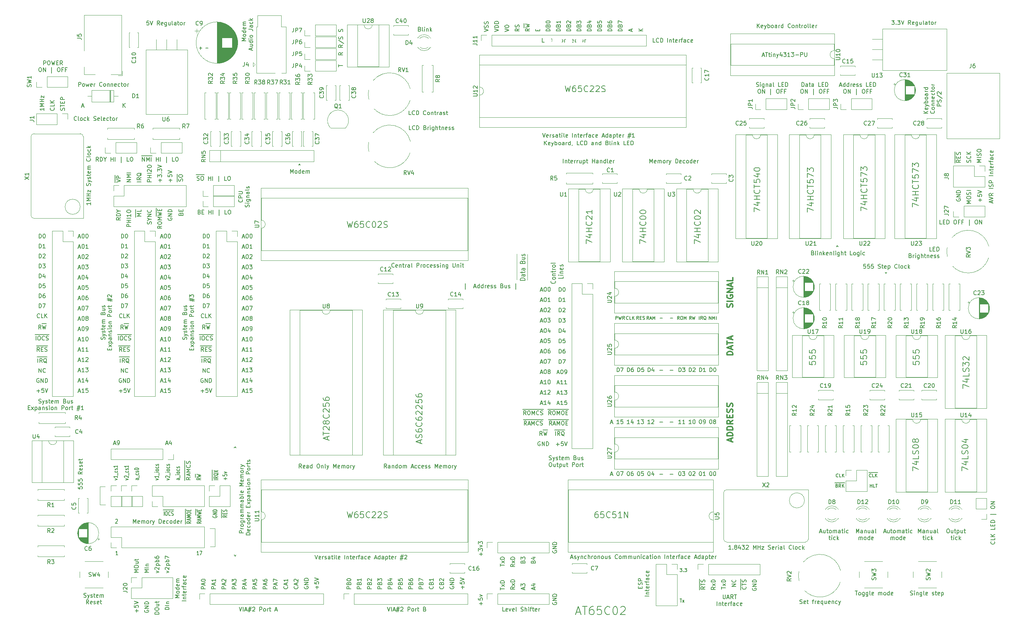
<source format=gto>
G04 #@! TF.GenerationSoftware,KiCad,Pcbnew,(5.1.9)-1*
G04 #@! TF.CreationDate,2023-05-01T09:00:56+01:00*
G04 #@! TF.ProjectId,AT_65C02_Computer_Rev003,41545f36-3543-4303-925f-436f6d707574,Rev003*
G04 #@! TF.SameCoordinates,Original*
G04 #@! TF.FileFunction,Legend,Top*
G04 #@! TF.FilePolarity,Positive*
%FSLAX46Y46*%
G04 Gerber Fmt 4.6, Leading zero omitted, Abs format (unit mm)*
G04 Created by KiCad (PCBNEW (5.1.9)-1) date 2023-05-01 09:00:56*
%MOMM*%
%LPD*%
G01*
G04 APERTURE LIST*
%ADD10C,0.150000*%
%ADD11C,0.153000*%
%ADD12C,0.120000*%
%ADD13C,0.200000*%
%ADD14C,0.300000*%
%ADD15O,1.702000X1.702000*%
%ADD16O,1.802000X1.802000*%
%ADD17C,6.102000*%
%ADD18C,1.702000*%
%ADD19C,2.102000*%
%ADD20C,2.442000*%
%ADD21O,3.602000X3.602000*%
%ADD22O,2.102000X2.007000*%
%ADD23C,1.902000*%
%ADD24O,2.102000X4.102000*%
%ADD25O,3.602000X2.102000*%
%ADD26O,2.007000X2.102000*%
%ADD27O,2.302000X2.302000*%
%ADD28O,1.502000X2.102000*%
%ADD29C,1.302000*%
%ADD30O,1.152000X1.602000*%
G04 APERTURE END LIST*
D10*
X130793571Y-111556071D02*
X130841190Y-111413214D01*
X130888809Y-111365595D01*
X130984047Y-111317976D01*
X131126904Y-111317976D01*
X131222142Y-111365595D01*
X131269761Y-111413214D01*
X131317380Y-111508452D01*
X131317380Y-111889404D01*
X130317380Y-111889404D01*
X130317380Y-111556071D01*
X130365000Y-111460833D01*
X130412619Y-111413214D01*
X130507857Y-111365595D01*
X130603095Y-111365595D01*
X130698333Y-111413214D01*
X130745952Y-111460833D01*
X130793571Y-111556071D01*
X130793571Y-111889404D01*
X130793571Y-110889404D02*
X130793571Y-110556071D01*
X131317380Y-110413214D02*
X131317380Y-110889404D01*
X130317380Y-110889404D01*
X130317380Y-110413214D01*
X129850000Y-103652500D02*
X129850000Y-102700119D01*
X131169761Y-103462023D02*
X131217380Y-103319166D01*
X131217380Y-103081071D01*
X131169761Y-102985833D01*
X131122142Y-102938214D01*
X131026904Y-102890595D01*
X130931666Y-102890595D01*
X130836428Y-102938214D01*
X130788809Y-102985833D01*
X130741190Y-103081071D01*
X130693571Y-103271547D01*
X130645952Y-103366785D01*
X130598333Y-103414404D01*
X130503095Y-103462023D01*
X130407857Y-103462023D01*
X130312619Y-103414404D01*
X130265000Y-103366785D01*
X130217380Y-103271547D01*
X130217380Y-103033452D01*
X130265000Y-102890595D01*
X129850000Y-102700119D02*
X129850000Y-101652500D01*
X130217380Y-102271547D02*
X130217380Y-102081071D01*
X130265000Y-101985833D01*
X130360238Y-101890595D01*
X130550714Y-101842976D01*
X130884047Y-101842976D01*
X131074523Y-101890595D01*
X131169761Y-101985833D01*
X131217380Y-102081071D01*
X131217380Y-102271547D01*
X131169761Y-102366785D01*
X131074523Y-102462023D01*
X130884047Y-102509642D01*
X130550714Y-102509642D01*
X130360238Y-102462023D01*
X130265000Y-102366785D01*
X130217380Y-102271547D01*
D11*
X253809597Y-206536904D02*
X254266740Y-206536904D01*
X254038169Y-207336904D02*
X254038169Y-206536904D01*
X254457216Y-207336904D02*
X254876264Y-206803571D01*
X254457216Y-206803571D02*
X254876264Y-207336904D01*
X253847692Y-199036904D02*
X254342930Y-199036904D01*
X254076264Y-199341666D01*
X254190549Y-199341666D01*
X254266740Y-199379761D01*
X254304835Y-199417857D01*
X254342930Y-199494047D01*
X254342930Y-199684523D01*
X254304835Y-199760714D01*
X254266740Y-199798809D01*
X254190549Y-199836904D01*
X253961978Y-199836904D01*
X253885788Y-199798809D01*
X253847692Y-199760714D01*
X254685788Y-199760714D02*
X254723883Y-199798809D01*
X254685788Y-199836904D01*
X254647692Y-199798809D01*
X254685788Y-199760714D01*
X254685788Y-199836904D01*
X254990549Y-199036904D02*
X255485788Y-199036904D01*
X255219121Y-199341666D01*
X255333407Y-199341666D01*
X255409597Y-199379761D01*
X255447692Y-199417857D01*
X255485788Y-199494047D01*
X255485788Y-199684523D01*
X255447692Y-199760714D01*
X255409597Y-199798809D01*
X255333407Y-199836904D01*
X255104835Y-199836904D01*
X255028645Y-199798809D01*
X254990549Y-199760714D01*
X135324523Y-111053571D02*
X135467380Y-111101190D01*
X135515000Y-111148809D01*
X135562619Y-111244047D01*
X135562619Y-111386904D01*
X135515000Y-111482142D01*
X135467380Y-111529761D01*
X135372142Y-111577380D01*
X134991190Y-111577380D01*
X134991190Y-110577380D01*
X135324523Y-110577380D01*
X135419761Y-110625000D01*
X135467380Y-110672619D01*
X135515000Y-110767857D01*
X135515000Y-110863095D01*
X135467380Y-110958333D01*
X135419761Y-111005952D01*
X135324523Y-111053571D01*
X134991190Y-111053571D01*
X135991190Y-111053571D02*
X136324523Y-111053571D01*
X136467380Y-111577380D02*
X135991190Y-111577380D01*
X135991190Y-110577380D01*
X136467380Y-110577380D01*
X137657857Y-111577380D02*
X137657857Y-110577380D01*
X137657857Y-111053571D02*
X138229285Y-111053571D01*
X138229285Y-111577380D02*
X138229285Y-110577380D01*
X138705476Y-111577380D02*
X138705476Y-110577380D01*
X140181666Y-111910714D02*
X140181666Y-110482142D01*
X142134047Y-111577380D02*
X141657857Y-111577380D01*
X141657857Y-110577380D01*
X142657857Y-110577380D02*
X142848333Y-110577380D01*
X142943571Y-110625000D01*
X143038809Y-110720238D01*
X143086428Y-110910714D01*
X143086428Y-111244047D01*
X143038809Y-111434523D01*
X142943571Y-111529761D01*
X142848333Y-111577380D01*
X142657857Y-111577380D01*
X142562619Y-111529761D01*
X142467380Y-111434523D01*
X142419761Y-111244047D01*
X142419761Y-110910714D01*
X142467380Y-110720238D01*
X142562619Y-110625000D01*
X142657857Y-110577380D01*
X134555476Y-101881100D02*
X135507857Y-101881100D01*
X134745952Y-103204761D02*
X134888809Y-103252380D01*
X135126904Y-103252380D01*
X135222142Y-103204761D01*
X135269761Y-103157142D01*
X135317380Y-103061904D01*
X135317380Y-102966666D01*
X135269761Y-102871428D01*
X135222142Y-102823809D01*
X135126904Y-102776190D01*
X134936428Y-102728571D01*
X134841190Y-102680952D01*
X134793571Y-102633333D01*
X134745952Y-102538095D01*
X134745952Y-102442857D01*
X134793571Y-102347619D01*
X134841190Y-102300000D01*
X134936428Y-102252380D01*
X135174523Y-102252380D01*
X135317380Y-102300000D01*
X135507857Y-101881100D02*
X136555476Y-101881100D01*
X135936428Y-102252380D02*
X136126904Y-102252380D01*
X136222142Y-102300000D01*
X136317380Y-102395238D01*
X136365000Y-102585714D01*
X136365000Y-102919047D01*
X136317380Y-103109523D01*
X136222142Y-103204761D01*
X136126904Y-103252380D01*
X135936428Y-103252380D01*
X135841190Y-103204761D01*
X135745952Y-103109523D01*
X135698333Y-102919047D01*
X135698333Y-102585714D01*
X135745952Y-102395238D01*
X135841190Y-102300000D01*
X135936428Y-102252380D01*
X137555476Y-103252380D02*
X137555476Y-102252380D01*
X137555476Y-102728571D02*
X138126904Y-102728571D01*
X138126904Y-103252380D02*
X138126904Y-102252380D01*
X138603095Y-103252380D02*
X138603095Y-102252380D01*
X140079285Y-103585714D02*
X140079285Y-102157142D01*
X142031666Y-103252380D02*
X141555476Y-103252380D01*
X141555476Y-102252380D01*
X142555476Y-102252380D02*
X142745952Y-102252380D01*
X142841190Y-102300000D01*
X142936428Y-102395238D01*
X142984047Y-102585714D01*
X142984047Y-102919047D01*
X142936428Y-103109523D01*
X142841190Y-103204761D01*
X142745952Y-103252380D01*
X142555476Y-103252380D01*
X142460238Y-103204761D01*
X142365000Y-103109523D01*
X142317380Y-102919047D01*
X142317380Y-102585714D01*
X142365000Y-102395238D01*
X142460238Y-102300000D01*
X142555476Y-102252380D01*
X331347142Y-192394047D02*
X331394761Y-192441666D01*
X331442380Y-192584523D01*
X331442380Y-192679761D01*
X331394761Y-192822619D01*
X331299523Y-192917857D01*
X331204285Y-192965476D01*
X331013809Y-193013095D01*
X330870952Y-193013095D01*
X330680476Y-192965476D01*
X330585238Y-192917857D01*
X330490000Y-192822619D01*
X330442380Y-192679761D01*
X330442380Y-192584523D01*
X330490000Y-192441666D01*
X330537619Y-192394047D01*
X331442380Y-191489285D02*
X331442380Y-191965476D01*
X330442380Y-191965476D01*
X331442380Y-191155952D02*
X330442380Y-191155952D01*
X331442380Y-190584523D02*
X330870952Y-191013095D01*
X330442380Y-190584523D02*
X331013809Y-191155952D01*
X331442380Y-188917857D02*
X331442380Y-189394047D01*
X330442380Y-189394047D01*
X330918571Y-188584523D02*
X330918571Y-188251190D01*
X331442380Y-188108333D02*
X331442380Y-188584523D01*
X330442380Y-188584523D01*
X330442380Y-188108333D01*
X331442380Y-187679761D02*
X330442380Y-187679761D01*
X330442380Y-187441666D01*
X330490000Y-187298809D01*
X330585238Y-187203571D01*
X330680476Y-187155952D01*
X330870952Y-187108333D01*
X331013809Y-187108333D01*
X331204285Y-187155952D01*
X331299523Y-187203571D01*
X331394761Y-187298809D01*
X331442380Y-187441666D01*
X331442380Y-187679761D01*
X331775714Y-185679761D02*
X330347142Y-185679761D01*
X330442380Y-184013095D02*
X330442380Y-183822619D01*
X330490000Y-183727380D01*
X330585238Y-183632142D01*
X330775714Y-183584523D01*
X331109047Y-183584523D01*
X331299523Y-183632142D01*
X331394761Y-183727380D01*
X331442380Y-183822619D01*
X331442380Y-184013095D01*
X331394761Y-184108333D01*
X331299523Y-184203571D01*
X331109047Y-184251190D01*
X330775714Y-184251190D01*
X330585238Y-184203571D01*
X330490000Y-184108333D01*
X330442380Y-184013095D01*
X331442380Y-183155952D02*
X330442380Y-183155952D01*
X331442380Y-182584523D01*
X330442380Y-182584523D01*
D10*
X145150714Y-208572380D02*
X145484047Y-209572380D01*
X145817380Y-208572380D01*
X146150714Y-209572380D02*
X146150714Y-208572380D01*
X146579285Y-209286666D02*
X147055476Y-209286666D01*
X146484047Y-209572380D02*
X146817380Y-208572380D01*
X147150714Y-209572380D01*
X147436428Y-208905714D02*
X148150714Y-208905714D01*
X147722142Y-208477142D02*
X147436428Y-209762857D01*
X148055476Y-209334285D02*
X147341190Y-209334285D01*
X147769761Y-209762857D02*
X148055476Y-208477142D01*
X148436428Y-208667619D02*
X148484047Y-208620000D01*
X148579285Y-208572380D01*
X148817380Y-208572380D01*
X148912619Y-208620000D01*
X148960238Y-208667619D01*
X149007857Y-208762857D01*
X149007857Y-208858095D01*
X148960238Y-209000952D01*
X148388809Y-209572380D01*
X149007857Y-209572380D01*
X150198333Y-209572380D02*
X150198333Y-208572380D01*
X150579285Y-208572380D01*
X150674523Y-208620000D01*
X150722142Y-208667619D01*
X150769761Y-208762857D01*
X150769761Y-208905714D01*
X150722142Y-209000952D01*
X150674523Y-209048571D01*
X150579285Y-209096190D01*
X150198333Y-209096190D01*
X151341190Y-209572380D02*
X151245952Y-209524761D01*
X151198333Y-209477142D01*
X151150714Y-209381904D01*
X151150714Y-209096190D01*
X151198333Y-209000952D01*
X151245952Y-208953333D01*
X151341190Y-208905714D01*
X151484047Y-208905714D01*
X151579285Y-208953333D01*
X151626904Y-209000952D01*
X151674523Y-209096190D01*
X151674523Y-209381904D01*
X151626904Y-209477142D01*
X151579285Y-209524761D01*
X151484047Y-209572380D01*
X151341190Y-209572380D01*
X152103095Y-209572380D02*
X152103095Y-208905714D01*
X152103095Y-209096190D02*
X152150714Y-209000952D01*
X152198333Y-208953333D01*
X152293571Y-208905714D01*
X152388809Y-208905714D01*
X152579285Y-208905714D02*
X152960238Y-208905714D01*
X152722142Y-208572380D02*
X152722142Y-209429523D01*
X152769761Y-209524761D01*
X152865000Y-209572380D01*
X152960238Y-209572380D01*
X154007857Y-209286666D02*
X154484047Y-209286666D01*
X153912619Y-209572380D02*
X154245952Y-208572380D01*
X154579285Y-209572380D01*
X135792380Y-187473928D02*
X135316190Y-187723928D01*
X135792380Y-187902499D02*
X134792380Y-187902499D01*
X134792380Y-187616785D01*
X134840000Y-187545356D01*
X134887619Y-187509642D01*
X134982857Y-187473928D01*
X135125714Y-187473928D01*
X135220952Y-187509642D01*
X135268571Y-187545356D01*
X135316190Y-187616785D01*
X135316190Y-187902499D01*
X135506666Y-187188213D02*
X135506666Y-186831071D01*
X135792380Y-187259642D02*
X134792380Y-187009642D01*
X135792380Y-186759642D01*
X135792380Y-186509642D02*
X134792380Y-186509642D01*
X135506666Y-186259642D01*
X134792380Y-186009642D01*
X135792380Y-186009642D01*
X134425000Y-185831071D02*
X134425000Y-184973928D01*
X134792380Y-185723928D02*
X135792380Y-185545356D01*
X135078095Y-185402499D01*
X135792380Y-185259642D01*
X134792380Y-185081071D01*
X134425000Y-184973928D02*
X134425000Y-184295356D01*
X135268571Y-184795356D02*
X135268571Y-184545356D01*
X135792380Y-184438213D02*
X135792380Y-184795356D01*
X134792380Y-184795356D01*
X134792380Y-184438213D01*
X135717380Y-176695357D02*
X135241190Y-176945357D01*
X135717380Y-177123928D02*
X134717380Y-177123928D01*
X134717380Y-176838214D01*
X134765000Y-176766785D01*
X134812619Y-176731071D01*
X134907857Y-176695357D01*
X135050714Y-176695357D01*
X135145952Y-176731071D01*
X135193571Y-176766785D01*
X135241190Y-176838214D01*
X135241190Y-177123928D01*
X134350000Y-176552500D02*
X134350000Y-175695357D01*
X134717380Y-176445357D02*
X135717380Y-176266785D01*
X135003095Y-176123928D01*
X135717380Y-175981071D01*
X134717380Y-175802500D01*
D12*
X105955811Y-109775000D02*
G75*
G03*
X105955811Y-109775000I-1865811J0D01*
G01*
X284525108Y-182225000D02*
G75*
G03*
X284525108Y-182225000I-1860108J0D01*
G01*
D10*
X144330477Y-195679761D02*
X144140001Y-195965476D01*
X143949524Y-195679761D01*
X143949523Y-169245238D02*
X144140000Y-168959523D01*
X144330476Y-169245238D01*
D12*
X216190000Y-121500000D02*
X216190000Y-127825000D01*
X213640000Y-121450000D02*
X213640000Y-127775000D01*
D10*
X215614761Y-127890476D02*
X214454761Y-127890476D01*
X214454761Y-127652380D01*
X214510000Y-127509523D01*
X214620476Y-127414285D01*
X214730952Y-127366666D01*
X214951904Y-127319047D01*
X215117619Y-127319047D01*
X215338571Y-127366666D01*
X215449047Y-127414285D01*
X215559523Y-127509523D01*
X215614761Y-127652380D01*
X215614761Y-127890476D01*
X215614761Y-126461904D02*
X215007142Y-126461904D01*
X214896666Y-126509523D01*
X214841428Y-126604761D01*
X214841428Y-126795238D01*
X214896666Y-126890476D01*
X215559523Y-126461904D02*
X215614761Y-126557142D01*
X215614761Y-126795238D01*
X215559523Y-126890476D01*
X215449047Y-126938095D01*
X215338571Y-126938095D01*
X215228095Y-126890476D01*
X215172857Y-126795238D01*
X215172857Y-126557142D01*
X215117619Y-126461904D01*
X214841428Y-126128571D02*
X214841428Y-125747619D01*
X214454761Y-125985714D02*
X215449047Y-125985714D01*
X215559523Y-125938095D01*
X215614761Y-125842857D01*
X215614761Y-125747619D01*
X215614761Y-124985714D02*
X215007142Y-124985714D01*
X214896666Y-125033333D01*
X214841428Y-125128571D01*
X214841428Y-125319047D01*
X214896666Y-125414285D01*
X215559523Y-124985714D02*
X215614761Y-125080952D01*
X215614761Y-125319047D01*
X215559523Y-125414285D01*
X215449047Y-125461904D01*
X215338571Y-125461904D01*
X215228095Y-125414285D01*
X215172857Y-125319047D01*
X215172857Y-125080952D01*
X215117619Y-124985714D01*
X215007142Y-123414285D02*
X215062380Y-123271428D01*
X215117619Y-123223809D01*
X215228095Y-123176190D01*
X215393809Y-123176190D01*
X215504285Y-123223809D01*
X215559523Y-123271428D01*
X215614761Y-123366666D01*
X215614761Y-123747619D01*
X214454761Y-123747619D01*
X214454761Y-123414285D01*
X214510000Y-123319047D01*
X214565238Y-123271428D01*
X214675714Y-123223809D01*
X214786190Y-123223809D01*
X214896666Y-123271428D01*
X214951904Y-123319047D01*
X215007142Y-123414285D01*
X215007142Y-123747619D01*
X214841428Y-122319047D02*
X215614761Y-122319047D01*
X214841428Y-122747619D02*
X215449047Y-122747619D01*
X215559523Y-122700000D01*
X215614761Y-122604761D01*
X215614761Y-122461904D01*
X215559523Y-122366666D01*
X215504285Y-122319047D01*
X215559523Y-121890476D02*
X215614761Y-121795238D01*
X215614761Y-121604761D01*
X215559523Y-121509523D01*
X215449047Y-121461904D01*
X215393809Y-121461904D01*
X215283333Y-121509523D01*
X215228095Y-121604761D01*
X215228095Y-121747619D01*
X215172857Y-121842857D01*
X215062380Y-121890476D01*
X215007142Y-121890476D01*
X214896666Y-121842857D01*
X214841428Y-121747619D01*
X214841428Y-121604761D01*
X214896666Y-121509523D01*
D12*
X139190000Y-193625000D02*
X137965000Y-193625000D01*
X139190000Y-193625000D02*
X139190000Y-189125000D01*
X139190000Y-189125000D02*
X137890000Y-189125000D01*
D10*
X127075714Y-168216666D02*
X127551904Y-168216666D01*
X126980476Y-168502380D02*
X127313809Y-167502380D01*
X127647142Y-168502380D01*
X128409047Y-167835714D02*
X128409047Y-168502380D01*
X128170952Y-167454761D02*
X127932857Y-168169047D01*
X128551904Y-168169047D01*
X135183928Y-195702380D02*
X134755357Y-195702380D01*
X134969642Y-195702380D02*
X134969642Y-194702380D01*
X134898214Y-194845238D01*
X134826785Y-194940476D01*
X134755357Y-194988095D01*
X135433928Y-194702380D02*
X135933928Y-194702380D01*
X135612500Y-195702380D01*
X114705357Y-186947619D02*
X114741071Y-186900000D01*
X114812500Y-186852380D01*
X114991071Y-186852380D01*
X115062500Y-186900000D01*
X115098214Y-186947619D01*
X115133928Y-187042857D01*
X115133928Y-187138095D01*
X115098214Y-187280952D01*
X114669642Y-187852380D01*
X115133928Y-187852380D01*
X115183928Y-195702380D02*
X114755357Y-195702380D01*
X114969642Y-195702380D02*
X114969642Y-194702380D01*
X114898214Y-194845238D01*
X114826785Y-194940476D01*
X114755357Y-194988095D01*
X119037619Y-187902380D02*
X119037619Y-186902380D01*
X119370952Y-187616666D01*
X119704285Y-186902380D01*
X119704285Y-187902380D01*
X120561428Y-187854761D02*
X120466190Y-187902380D01*
X120275714Y-187902380D01*
X120180476Y-187854761D01*
X120132857Y-187759523D01*
X120132857Y-187378571D01*
X120180476Y-187283333D01*
X120275714Y-187235714D01*
X120466190Y-187235714D01*
X120561428Y-187283333D01*
X120609047Y-187378571D01*
X120609047Y-187473809D01*
X120132857Y-187569047D01*
X121037619Y-187902380D02*
X121037619Y-187235714D01*
X121037619Y-187330952D02*
X121085238Y-187283333D01*
X121180476Y-187235714D01*
X121323333Y-187235714D01*
X121418571Y-187283333D01*
X121466190Y-187378571D01*
X121466190Y-187902380D01*
X121466190Y-187378571D02*
X121513809Y-187283333D01*
X121609047Y-187235714D01*
X121751904Y-187235714D01*
X121847142Y-187283333D01*
X121894761Y-187378571D01*
X121894761Y-187902380D01*
X122513809Y-187902380D02*
X122418571Y-187854761D01*
X122370952Y-187807142D01*
X122323333Y-187711904D01*
X122323333Y-187426190D01*
X122370952Y-187330952D01*
X122418571Y-187283333D01*
X122513809Y-187235714D01*
X122656666Y-187235714D01*
X122751904Y-187283333D01*
X122799523Y-187330952D01*
X122847142Y-187426190D01*
X122847142Y-187711904D01*
X122799523Y-187807142D01*
X122751904Y-187854761D01*
X122656666Y-187902380D01*
X122513809Y-187902380D01*
X123275714Y-187902380D02*
X123275714Y-187235714D01*
X123275714Y-187426190D02*
X123323333Y-187330952D01*
X123370952Y-187283333D01*
X123466190Y-187235714D01*
X123561428Y-187235714D01*
X123799523Y-187235714D02*
X124037619Y-187902380D01*
X124275714Y-187235714D02*
X124037619Y-187902380D01*
X123942380Y-188140476D01*
X123894761Y-188188095D01*
X123799523Y-188235714D01*
X125418571Y-187902380D02*
X125418571Y-186902380D01*
X125656666Y-186902380D01*
X125799523Y-186950000D01*
X125894761Y-187045238D01*
X125942380Y-187140476D01*
X125990000Y-187330952D01*
X125990000Y-187473809D01*
X125942380Y-187664285D01*
X125894761Y-187759523D01*
X125799523Y-187854761D01*
X125656666Y-187902380D01*
X125418571Y-187902380D01*
X126799523Y-187854761D02*
X126704285Y-187902380D01*
X126513809Y-187902380D01*
X126418571Y-187854761D01*
X126370952Y-187759523D01*
X126370952Y-187378571D01*
X126418571Y-187283333D01*
X126513809Y-187235714D01*
X126704285Y-187235714D01*
X126799523Y-187283333D01*
X126847142Y-187378571D01*
X126847142Y-187473809D01*
X126370952Y-187569047D01*
X127704285Y-187854761D02*
X127609047Y-187902380D01*
X127418571Y-187902380D01*
X127323333Y-187854761D01*
X127275714Y-187807142D01*
X127228095Y-187711904D01*
X127228095Y-187426190D01*
X127275714Y-187330952D01*
X127323333Y-187283333D01*
X127418571Y-187235714D01*
X127609047Y-187235714D01*
X127704285Y-187283333D01*
X128275714Y-187902380D02*
X128180476Y-187854761D01*
X128132857Y-187807142D01*
X128085238Y-187711904D01*
X128085238Y-187426190D01*
X128132857Y-187330952D01*
X128180476Y-187283333D01*
X128275714Y-187235714D01*
X128418571Y-187235714D01*
X128513809Y-187283333D01*
X128561428Y-187330952D01*
X128609047Y-187426190D01*
X128609047Y-187711904D01*
X128561428Y-187807142D01*
X128513809Y-187854761D01*
X128418571Y-187902380D01*
X128275714Y-187902380D01*
X129466190Y-187902380D02*
X129466190Y-186902380D01*
X129466190Y-187854761D02*
X129370952Y-187902380D01*
X129180476Y-187902380D01*
X129085238Y-187854761D01*
X129037619Y-187807142D01*
X128990000Y-187711904D01*
X128990000Y-187426190D01*
X129037619Y-187330952D01*
X129085238Y-187283333D01*
X129180476Y-187235714D01*
X129370952Y-187235714D01*
X129466190Y-187283333D01*
X130323333Y-187854761D02*
X130228095Y-187902380D01*
X130037619Y-187902380D01*
X129942380Y-187854761D01*
X129894761Y-187759523D01*
X129894761Y-187378571D01*
X129942380Y-187283333D01*
X130037619Y-187235714D01*
X130228095Y-187235714D01*
X130323333Y-187283333D01*
X130370952Y-187378571D01*
X130370952Y-187473809D01*
X129894761Y-187569047D01*
X130799523Y-187902380D02*
X130799523Y-187235714D01*
X130799523Y-187426190D02*
X130847142Y-187330952D01*
X130894761Y-187283333D01*
X130990000Y-187235714D01*
X131085238Y-187235714D01*
D12*
X110840000Y-178800000D02*
X112065000Y-178800000D01*
X110840000Y-183300000D02*
X112140000Y-183300000D01*
X110840000Y-178800000D02*
X110840000Y-183300000D01*
D10*
X131900000Y-188032142D02*
X131900000Y-187282142D01*
X133267380Y-187425000D02*
X132791190Y-187675000D01*
X133267380Y-187853571D02*
X132267380Y-187853571D01*
X132267380Y-187567857D01*
X132315000Y-187496428D01*
X132362619Y-187460714D01*
X132457857Y-187425000D01*
X132600714Y-187425000D01*
X132695952Y-187460714D01*
X132743571Y-187496428D01*
X132791190Y-187567857D01*
X132791190Y-187853571D01*
X131900000Y-187282142D02*
X131900000Y-186639285D01*
X132981666Y-187139285D02*
X132981666Y-186782142D01*
X133267380Y-187210714D02*
X132267380Y-186960714D01*
X133267380Y-186710714D01*
X131900000Y-186639285D02*
X131900000Y-185782142D01*
X133267380Y-186460714D02*
X132267380Y-186460714D01*
X132981666Y-186210714D01*
X132267380Y-185960714D01*
X133267380Y-185960714D01*
X131900000Y-185782142D02*
X131900000Y-184996428D01*
X132267380Y-185460714D02*
X132267380Y-185317857D01*
X132315000Y-185246428D01*
X132410238Y-185175000D01*
X132600714Y-185139285D01*
X132934047Y-185139285D01*
X133124523Y-185175000D01*
X133219761Y-185246428D01*
X133267380Y-185317857D01*
X133267380Y-185460714D01*
X133219761Y-185532142D01*
X133124523Y-185603571D01*
X132934047Y-185639285D01*
X132600714Y-185639285D01*
X132410238Y-185603571D01*
X132315000Y-185532142D01*
X132267380Y-185460714D01*
X131900000Y-184996428D02*
X131900000Y-184317857D01*
X132743571Y-184817857D02*
X132743571Y-184567857D01*
X133267380Y-184460714D02*
X133267380Y-184817857D01*
X132267380Y-184817857D01*
X132267380Y-184460714D01*
X126437500Y-184585000D02*
X126794642Y-184585000D01*
X126616071Y-185952380D02*
X126616071Y-184952380D01*
X126794642Y-184585000D02*
X127580357Y-184585000D01*
X127116071Y-184952380D02*
X127258928Y-184952380D01*
X127330357Y-185000000D01*
X127401785Y-185095238D01*
X127437500Y-185285714D01*
X127437500Y-185619047D01*
X127401785Y-185809523D01*
X127330357Y-185904761D01*
X127258928Y-185952380D01*
X127116071Y-185952380D01*
X127044642Y-185904761D01*
X126973214Y-185809523D01*
X126937500Y-185619047D01*
X126937500Y-185285714D01*
X126973214Y-185095238D01*
X127044642Y-185000000D01*
X127116071Y-184952380D01*
X127580357Y-184585000D02*
X128330357Y-184585000D01*
X128187500Y-185857142D02*
X128151785Y-185904761D01*
X128044642Y-185952380D01*
X127973214Y-185952380D01*
X127866071Y-185904761D01*
X127794642Y-185809523D01*
X127758928Y-185714285D01*
X127723214Y-185523809D01*
X127723214Y-185380952D01*
X127758928Y-185190476D01*
X127794642Y-185095238D01*
X127866071Y-185000000D01*
X127973214Y-184952380D01*
X128044642Y-184952380D01*
X128151785Y-185000000D01*
X128187500Y-185047619D01*
X128330357Y-184585000D02*
X129044642Y-184585000D01*
X128473214Y-185904761D02*
X128580357Y-185952380D01*
X128758928Y-185952380D01*
X128830357Y-185904761D01*
X128866071Y-185857142D01*
X128901785Y-185761904D01*
X128901785Y-185666666D01*
X128866071Y-185571428D01*
X128830357Y-185523809D01*
X128758928Y-185476190D01*
X128616071Y-185428571D01*
X128544642Y-185380952D01*
X128508928Y-185333333D01*
X128473214Y-185238095D01*
X128473214Y-185142857D01*
X128508928Y-185047619D01*
X128544642Y-185000000D01*
X128616071Y-184952380D01*
X128794642Y-184952380D01*
X128901785Y-185000000D01*
X138540000Y-177302500D02*
X138540000Y-176945357D01*
X139907380Y-177123928D02*
X138907380Y-177123928D01*
X138540000Y-176945357D02*
X138540000Y-176195357D01*
X139907380Y-176338214D02*
X139431190Y-176588214D01*
X139907380Y-176766785D02*
X138907380Y-176766785D01*
X138907380Y-176481071D01*
X138955000Y-176409642D01*
X139002619Y-176373928D01*
X139097857Y-176338214D01*
X139240714Y-176338214D01*
X139335952Y-176373928D01*
X139383571Y-176409642D01*
X139431190Y-176481071D01*
X139431190Y-176766785D01*
X138540000Y-176195357D02*
X138540000Y-175409642D01*
X140002619Y-175516785D02*
X139955000Y-175588214D01*
X139859761Y-175659642D01*
X139716904Y-175766785D01*
X139669285Y-175838214D01*
X139669285Y-175909642D01*
X139907380Y-175873928D02*
X139859761Y-175945357D01*
X139764523Y-176016785D01*
X139574047Y-176052500D01*
X139240714Y-176052500D01*
X139050238Y-176016785D01*
X138955000Y-175945357D01*
X138907380Y-175873928D01*
X138907380Y-175731071D01*
X138955000Y-175659642D01*
X139050238Y-175588214D01*
X139240714Y-175552500D01*
X139574047Y-175552500D01*
X139764523Y-175588214D01*
X139859761Y-175659642D01*
X139907380Y-175731071D01*
X139907380Y-175873928D01*
X138540000Y-175409642D02*
X138540000Y-174695357D01*
X138907380Y-175302500D02*
X139907380Y-174802500D01*
X138907380Y-174802500D02*
X139907380Y-175302500D01*
X114200714Y-168216666D02*
X114676904Y-168216666D01*
X114105476Y-168502380D02*
X114438809Y-167502380D01*
X114772142Y-168502380D01*
X115153095Y-168502380D02*
X115343571Y-168502380D01*
X115438809Y-168454761D01*
X115486428Y-168407142D01*
X115581666Y-168264285D01*
X115629285Y-168073809D01*
X115629285Y-167692857D01*
X115581666Y-167597619D01*
X115534047Y-167550000D01*
X115438809Y-167502380D01*
X115248333Y-167502380D01*
X115153095Y-167550000D01*
X115105476Y-167597619D01*
X115057857Y-167692857D01*
X115057857Y-167930952D01*
X115105476Y-168026190D01*
X115153095Y-168073809D01*
X115248333Y-168121428D01*
X115438809Y-168121428D01*
X115534047Y-168073809D01*
X115581666Y-168026190D01*
X115629285Y-167930952D01*
X140765000Y-186552500D02*
X140765000Y-185802500D01*
X142132380Y-185945357D02*
X141656190Y-186195357D01*
X142132380Y-186373928D02*
X141132380Y-186373928D01*
X141132380Y-186088214D01*
X141180000Y-186016785D01*
X141227619Y-185981071D01*
X141322857Y-185945357D01*
X141465714Y-185945357D01*
X141560952Y-185981071D01*
X141608571Y-186016785D01*
X141656190Y-186088214D01*
X141656190Y-186373928D01*
X140765000Y-185802500D02*
X140765000Y-185123928D01*
X141608571Y-185623928D02*
X141608571Y-185373928D01*
X142132380Y-185266785D02*
X142132380Y-185623928D01*
X141132380Y-185623928D01*
X141132380Y-185266785D01*
X140765000Y-185123928D02*
X140765000Y-184409642D01*
X142084761Y-184981071D02*
X142132380Y-184873928D01*
X142132380Y-184695357D01*
X142084761Y-184623928D01*
X142037142Y-184588214D01*
X141941904Y-184552500D01*
X141846666Y-184552500D01*
X141751428Y-184588214D01*
X141703809Y-184623928D01*
X141656190Y-184695357D01*
X141608571Y-184838214D01*
X141560952Y-184909642D01*
X141513333Y-184945357D01*
X141418095Y-184981071D01*
X141322857Y-184981071D01*
X141227619Y-184945357D01*
X141180000Y-184909642D01*
X141132380Y-184838214D01*
X141132380Y-184659642D01*
X141180000Y-184552500D01*
X138705000Y-186056071D02*
X138657380Y-186127500D01*
X138657380Y-186234642D01*
X138705000Y-186341785D01*
X138800238Y-186413214D01*
X138895476Y-186448928D01*
X139085952Y-186484642D01*
X139228809Y-186484642D01*
X139419285Y-186448928D01*
X139514523Y-186413214D01*
X139609761Y-186341785D01*
X139657380Y-186234642D01*
X139657380Y-186163214D01*
X139609761Y-186056071D01*
X139562142Y-186020357D01*
X139228809Y-186020357D01*
X139228809Y-186163214D01*
X139657380Y-185698928D02*
X138657380Y-185698928D01*
X139657380Y-185270357D01*
X138657380Y-185270357D01*
X139657380Y-184913214D02*
X138657380Y-184913214D01*
X138657380Y-184734642D01*
X138705000Y-184627500D01*
X138800238Y-184556071D01*
X138895476Y-184520357D01*
X139085952Y-184484642D01*
X139228809Y-184484642D01*
X139419285Y-184520357D01*
X139514523Y-184556071D01*
X139609761Y-184627500D01*
X139657380Y-184734642D01*
X139657380Y-184913214D01*
X141751428Y-177123928D02*
X141751428Y-176552500D01*
X142132380Y-176838214D02*
X141370476Y-176838214D01*
X141132380Y-175838214D02*
X141132380Y-176195357D01*
X141608571Y-176231071D01*
X141560952Y-176195357D01*
X141513333Y-176123928D01*
X141513333Y-175945357D01*
X141560952Y-175873928D01*
X141608571Y-175838214D01*
X141703809Y-175802500D01*
X141941904Y-175802500D01*
X142037142Y-175838214D01*
X142084761Y-175873928D01*
X142132380Y-175945357D01*
X142132380Y-176123928D01*
X142084761Y-176195357D01*
X142037142Y-176231071D01*
X141465714Y-175552500D02*
X142132380Y-175373928D01*
X141465714Y-175195357D01*
X187546785Y-90752380D02*
X187070595Y-90752380D01*
X187070595Y-89752380D01*
X188451547Y-90657142D02*
X188403928Y-90704761D01*
X188261071Y-90752380D01*
X188165833Y-90752380D01*
X188022976Y-90704761D01*
X187927738Y-90609523D01*
X187880119Y-90514285D01*
X187832500Y-90323809D01*
X187832500Y-90180952D01*
X187880119Y-89990476D01*
X187927738Y-89895238D01*
X188022976Y-89800000D01*
X188165833Y-89752380D01*
X188261071Y-89752380D01*
X188403928Y-89800000D01*
X188451547Y-89847619D01*
X188880119Y-90752380D02*
X188880119Y-89752380D01*
X189118214Y-89752380D01*
X189261071Y-89800000D01*
X189356309Y-89895238D01*
X189403928Y-89990476D01*
X189451547Y-90180952D01*
X189451547Y-90323809D01*
X189403928Y-90514285D01*
X189356309Y-90609523D01*
X189261071Y-90704761D01*
X189118214Y-90752380D01*
X188880119Y-90752380D01*
X190975357Y-90228571D02*
X191118214Y-90276190D01*
X191165833Y-90323809D01*
X191213452Y-90419047D01*
X191213452Y-90561904D01*
X191165833Y-90657142D01*
X191118214Y-90704761D01*
X191022976Y-90752380D01*
X190642023Y-90752380D01*
X190642023Y-89752380D01*
X190975357Y-89752380D01*
X191070595Y-89800000D01*
X191118214Y-89847619D01*
X191165833Y-89942857D01*
X191165833Y-90038095D01*
X191118214Y-90133333D01*
X191070595Y-90180952D01*
X190975357Y-90228571D01*
X190642023Y-90228571D01*
X191642023Y-90752380D02*
X191642023Y-90085714D01*
X191642023Y-90276190D02*
X191689642Y-90180952D01*
X191737261Y-90133333D01*
X191832500Y-90085714D01*
X191927738Y-90085714D01*
X192261071Y-90752380D02*
X192261071Y-90085714D01*
X192261071Y-89752380D02*
X192213452Y-89800000D01*
X192261071Y-89847619D01*
X192308690Y-89800000D01*
X192261071Y-89752380D01*
X192261071Y-89847619D01*
X193165833Y-90085714D02*
X193165833Y-90895238D01*
X193118214Y-90990476D01*
X193070595Y-91038095D01*
X192975357Y-91085714D01*
X192832500Y-91085714D01*
X192737261Y-91038095D01*
X193165833Y-90704761D02*
X193070595Y-90752380D01*
X192880119Y-90752380D01*
X192784880Y-90704761D01*
X192737261Y-90657142D01*
X192689642Y-90561904D01*
X192689642Y-90276190D01*
X192737261Y-90180952D01*
X192784880Y-90133333D01*
X192880119Y-90085714D01*
X193070595Y-90085714D01*
X193165833Y-90133333D01*
X193642023Y-90752380D02*
X193642023Y-89752380D01*
X194070595Y-90752380D02*
X194070595Y-90228571D01*
X194022976Y-90133333D01*
X193927738Y-90085714D01*
X193784880Y-90085714D01*
X193689642Y-90133333D01*
X193642023Y-90180952D01*
X194403928Y-90085714D02*
X194784880Y-90085714D01*
X194546785Y-89752380D02*
X194546785Y-90609523D01*
X194594404Y-90704761D01*
X194689642Y-90752380D01*
X194784880Y-90752380D01*
X195118214Y-90085714D02*
X195118214Y-90752380D01*
X195118214Y-90180952D02*
X195165833Y-90133333D01*
X195261071Y-90085714D01*
X195403928Y-90085714D01*
X195499166Y-90133333D01*
X195546785Y-90228571D01*
X195546785Y-90752380D01*
X196403928Y-90704761D02*
X196308690Y-90752380D01*
X196118214Y-90752380D01*
X196022976Y-90704761D01*
X195975357Y-90609523D01*
X195975357Y-90228571D01*
X196022976Y-90133333D01*
X196118214Y-90085714D01*
X196308690Y-90085714D01*
X196403928Y-90133333D01*
X196451547Y-90228571D01*
X196451547Y-90323809D01*
X195975357Y-90419047D01*
X196832500Y-90704761D02*
X196927738Y-90752380D01*
X197118214Y-90752380D01*
X197213452Y-90704761D01*
X197261071Y-90609523D01*
X197261071Y-90561904D01*
X197213452Y-90466666D01*
X197118214Y-90419047D01*
X196975357Y-90419047D01*
X196880119Y-90371428D01*
X196832500Y-90276190D01*
X196832500Y-90228571D01*
X196880119Y-90133333D01*
X196975357Y-90085714D01*
X197118214Y-90085714D01*
X197213452Y-90133333D01*
X197642023Y-90704761D02*
X197737261Y-90752380D01*
X197927738Y-90752380D01*
X198022976Y-90704761D01*
X198070595Y-90609523D01*
X198070595Y-90561904D01*
X198022976Y-90466666D01*
X197927738Y-90419047D01*
X197784880Y-90419047D01*
X197689642Y-90371428D01*
X197642023Y-90276190D01*
X197642023Y-90228571D01*
X197689642Y-90133333D01*
X197784880Y-90085714D01*
X197927738Y-90085714D01*
X198022976Y-90133333D01*
X136409761Y-137082806D02*
X136362142Y-137130425D01*
X136219285Y-137178044D01*
X136124047Y-137178044D01*
X135981190Y-137130425D01*
X135885952Y-137035187D01*
X135838333Y-136939949D01*
X135790714Y-136749473D01*
X135790714Y-136606616D01*
X135838333Y-136416140D01*
X135885952Y-136320902D01*
X135981190Y-136225664D01*
X136124047Y-136178044D01*
X136219285Y-136178044D01*
X136362142Y-136225664D01*
X136409761Y-136273283D01*
X137314523Y-137178044D02*
X136838333Y-137178044D01*
X136838333Y-136178044D01*
X137647857Y-137178044D02*
X137647857Y-136178044D01*
X138219285Y-137178044D02*
X137790714Y-136606616D01*
X138219285Y-136178044D02*
X137647857Y-136749473D01*
X136266904Y-117487380D02*
X136266904Y-116487380D01*
X136505000Y-116487380D01*
X136647857Y-116535000D01*
X136743095Y-116630238D01*
X136790714Y-116725476D01*
X136838333Y-116915952D01*
X136838333Y-117058809D01*
X136790714Y-117249285D01*
X136743095Y-117344523D01*
X136647857Y-117439761D01*
X136505000Y-117487380D01*
X136266904Y-117487380D01*
X137457380Y-116487380D02*
X137552619Y-116487380D01*
X137647857Y-116535000D01*
X137695476Y-116582619D01*
X137743095Y-116677857D01*
X137790714Y-116868333D01*
X137790714Y-117106428D01*
X137743095Y-117296904D01*
X137695476Y-117392142D01*
X137647857Y-117439761D01*
X137552619Y-117487380D01*
X137457380Y-117487380D01*
X137362142Y-117439761D01*
X137314523Y-117392142D01*
X137266904Y-117296904D01*
X137219285Y-117106428D01*
X137219285Y-116868333D01*
X137266904Y-116677857D01*
X137314523Y-116582619D01*
X137362142Y-116535000D01*
X137457380Y-116487380D01*
X136266904Y-124871379D02*
X136266904Y-123871379D01*
X136505000Y-123871379D01*
X136647857Y-123918999D01*
X136743095Y-124014237D01*
X136790714Y-124109475D01*
X136838333Y-124299951D01*
X136838333Y-124442808D01*
X136790714Y-124633284D01*
X136743095Y-124728522D01*
X136647857Y-124823760D01*
X136505000Y-124871379D01*
X136266904Y-124871379D01*
X137171666Y-123871379D02*
X137790714Y-123871379D01*
X137457380Y-124252332D01*
X137600238Y-124252332D01*
X137695476Y-124299951D01*
X137743095Y-124347570D01*
X137790714Y-124442808D01*
X137790714Y-124680903D01*
X137743095Y-124776141D01*
X137695476Y-124823760D01*
X137600238Y-124871379D01*
X137314523Y-124871379D01*
X137219285Y-124823760D01*
X137171666Y-124776141D01*
X145974523Y-152761666D02*
X146450714Y-152761666D01*
X145879285Y-153047380D02*
X146212619Y-152047380D01*
X146545952Y-153047380D01*
X147403095Y-153047380D02*
X146831666Y-153047380D01*
X147117380Y-153047380D02*
X147117380Y-152047380D01*
X147022142Y-152190238D01*
X146926904Y-152285476D01*
X146831666Y-152333095D01*
X148260238Y-152380714D02*
X148260238Y-153047380D01*
X148022142Y-151999761D02*
X147784047Y-152714047D01*
X148403095Y-152714047D01*
X145974523Y-142601666D02*
X146450714Y-142601666D01*
X145879285Y-142887380D02*
X146212619Y-141887380D01*
X146545952Y-142887380D01*
X147403095Y-142887380D02*
X146831666Y-142887380D01*
X147117380Y-142887380D02*
X147117380Y-141887380D01*
X147022142Y-142030238D01*
X146926904Y-142125476D01*
X146831666Y-142173095D01*
X148022142Y-141887380D02*
X148117380Y-141887380D01*
X148212619Y-141935000D01*
X148260238Y-141982619D01*
X148307857Y-142077857D01*
X148355476Y-142268333D01*
X148355476Y-142506428D01*
X148307857Y-142696904D01*
X148260238Y-142792142D01*
X148212619Y-142839761D01*
X148117380Y-142887380D01*
X148022142Y-142887380D01*
X147926904Y-142839761D01*
X147879285Y-142792142D01*
X147831666Y-142696904D01*
X147784047Y-142506428D01*
X147784047Y-142268333D01*
X147831666Y-142077857D01*
X147879285Y-141982619D01*
X147926904Y-141935000D01*
X148022142Y-141887380D01*
X135743095Y-146835996D02*
X136219285Y-146835996D01*
X135981190Y-148203376D02*
X135981190Y-147203376D01*
X136219285Y-146835996D02*
X137219285Y-146835996D01*
X137028809Y-148203376D02*
X136695476Y-147727186D01*
X136457380Y-148203376D02*
X136457380Y-147203376D01*
X136838333Y-147203376D01*
X136933571Y-147250996D01*
X136981190Y-147298615D01*
X137028809Y-147393853D01*
X137028809Y-147536710D01*
X136981190Y-147631948D01*
X136933571Y-147679567D01*
X136838333Y-147727186D01*
X136457380Y-147727186D01*
X137219285Y-146835996D02*
X138266904Y-146835996D01*
X138124047Y-148298615D02*
X138028809Y-148250996D01*
X137933571Y-148155757D01*
X137790714Y-148012900D01*
X137695476Y-147965281D01*
X137600238Y-147965281D01*
X137647857Y-148203376D02*
X137552619Y-148155757D01*
X137457380Y-148060519D01*
X137409761Y-147870043D01*
X137409761Y-147536710D01*
X137457380Y-147346234D01*
X137552619Y-147250996D01*
X137647857Y-147203376D01*
X137838333Y-147203376D01*
X137933571Y-147250996D01*
X138028809Y-147346234D01*
X138076428Y-147536710D01*
X138076428Y-147870043D01*
X138028809Y-148060519D01*
X137933571Y-148155757D01*
X137838333Y-148203376D01*
X137647857Y-148203376D01*
X145974523Y-140061666D02*
X146450714Y-140061666D01*
X145879285Y-140347380D02*
X146212619Y-139347380D01*
X146545952Y-140347380D01*
X147069761Y-139347380D02*
X147165000Y-139347380D01*
X147260238Y-139395000D01*
X147307857Y-139442619D01*
X147355476Y-139537857D01*
X147403095Y-139728333D01*
X147403095Y-139966428D01*
X147355476Y-140156904D01*
X147307857Y-140252142D01*
X147260238Y-140299761D01*
X147165000Y-140347380D01*
X147069761Y-140347380D01*
X146974523Y-140299761D01*
X146926904Y-140252142D01*
X146879285Y-140156904D01*
X146831666Y-139966428D01*
X146831666Y-139728333D01*
X146879285Y-139537857D01*
X146926904Y-139442619D01*
X146974523Y-139395000D01*
X147069761Y-139347380D01*
X147879285Y-140347380D02*
X148069761Y-140347380D01*
X148165000Y-140299761D01*
X148212619Y-140252142D01*
X148307857Y-140109285D01*
X148355476Y-139918809D01*
X148355476Y-139537857D01*
X148307857Y-139442619D01*
X148260238Y-139395000D01*
X148165000Y-139347380D01*
X147974523Y-139347380D01*
X147879285Y-139395000D01*
X147831666Y-139442619D01*
X147784047Y-139537857D01*
X147784047Y-139775952D01*
X147831666Y-139871190D01*
X147879285Y-139918809D01*
X147974523Y-139966428D01*
X148165000Y-139966428D01*
X148260238Y-139918809D01*
X148307857Y-139871190D01*
X148355476Y-139775952D01*
X145974523Y-155301666D02*
X146450714Y-155301666D01*
X145879285Y-155587380D02*
X146212619Y-154587380D01*
X146545952Y-155587380D01*
X147403095Y-155587380D02*
X146831666Y-155587380D01*
X147117380Y-155587380D02*
X147117380Y-154587380D01*
X147022142Y-154730238D01*
X146926904Y-154825476D01*
X146831666Y-154873095D01*
X148307857Y-154587380D02*
X147831666Y-154587380D01*
X147784047Y-155063571D01*
X147831666Y-155015952D01*
X147926904Y-154968333D01*
X148165000Y-154968333D01*
X148260238Y-155015952D01*
X148307857Y-155063571D01*
X148355476Y-155158809D01*
X148355476Y-155396904D01*
X148307857Y-155492142D01*
X148260238Y-155539761D01*
X148165000Y-155587380D01*
X147926904Y-155587380D01*
X147831666Y-155539761D01*
X147784047Y-155492142D01*
X136266904Y-122410046D02*
X136266904Y-121410046D01*
X136505000Y-121410046D01*
X136647857Y-121457666D01*
X136743095Y-121552904D01*
X136790714Y-121648142D01*
X136838333Y-121838618D01*
X136838333Y-121981475D01*
X136790714Y-122171951D01*
X136743095Y-122267189D01*
X136647857Y-122362427D01*
X136505000Y-122410046D01*
X136266904Y-122410046D01*
X137219285Y-121505285D02*
X137266904Y-121457666D01*
X137362142Y-121410046D01*
X137600238Y-121410046D01*
X137695476Y-121457666D01*
X137743095Y-121505285D01*
X137790714Y-121600523D01*
X137790714Y-121695761D01*
X137743095Y-121838618D01*
X137171666Y-122410046D01*
X137790714Y-122410046D01*
X145974523Y-150221666D02*
X146450714Y-150221666D01*
X145879285Y-150507380D02*
X146212619Y-149507380D01*
X146545952Y-150507380D01*
X147403095Y-150507380D02*
X146831666Y-150507380D01*
X147117380Y-150507380D02*
X147117380Y-149507380D01*
X147022142Y-149650238D01*
X146926904Y-149745476D01*
X146831666Y-149793095D01*
X147736428Y-149507380D02*
X148355476Y-149507380D01*
X148022142Y-149888333D01*
X148165000Y-149888333D01*
X148260238Y-149935952D01*
X148307857Y-149983571D01*
X148355476Y-150078809D01*
X148355476Y-150316904D01*
X148307857Y-150412142D01*
X148260238Y-150459761D01*
X148165000Y-150507380D01*
X147879285Y-150507380D01*
X147784047Y-150459761D01*
X147736428Y-150412142D01*
X145974523Y-124821666D02*
X146450714Y-124821666D01*
X145879285Y-125107380D02*
X146212619Y-124107380D01*
X146545952Y-125107380D01*
X147069761Y-124107380D02*
X147165000Y-124107380D01*
X147260238Y-124155000D01*
X147307857Y-124202619D01*
X147355476Y-124297857D01*
X147403095Y-124488333D01*
X147403095Y-124726428D01*
X147355476Y-124916904D01*
X147307857Y-125012142D01*
X147260238Y-125059761D01*
X147165000Y-125107380D01*
X147069761Y-125107380D01*
X146974523Y-125059761D01*
X146926904Y-125012142D01*
X146879285Y-124916904D01*
X146831666Y-124726428D01*
X146831666Y-124488333D01*
X146879285Y-124297857D01*
X146926904Y-124202619D01*
X146974523Y-124155000D01*
X147069761Y-124107380D01*
X147736428Y-124107380D02*
X148355476Y-124107380D01*
X148022142Y-124488333D01*
X148165000Y-124488333D01*
X148260238Y-124535952D01*
X148307857Y-124583571D01*
X148355476Y-124678809D01*
X148355476Y-124916904D01*
X148307857Y-125012142D01*
X148260238Y-125059761D01*
X148165000Y-125107380D01*
X147879285Y-125107380D01*
X147784047Y-125059761D01*
X147736428Y-125012142D01*
X145974523Y-134981666D02*
X146450714Y-134981666D01*
X145879285Y-135267380D02*
X146212619Y-134267380D01*
X146545952Y-135267380D01*
X147069761Y-134267380D02*
X147165000Y-134267380D01*
X147260238Y-134315000D01*
X147307857Y-134362619D01*
X147355476Y-134457857D01*
X147403095Y-134648333D01*
X147403095Y-134886428D01*
X147355476Y-135076904D01*
X147307857Y-135172142D01*
X147260238Y-135219761D01*
X147165000Y-135267380D01*
X147069761Y-135267380D01*
X146974523Y-135219761D01*
X146926904Y-135172142D01*
X146879285Y-135076904D01*
X146831666Y-134886428D01*
X146831666Y-134648333D01*
X146879285Y-134457857D01*
X146926904Y-134362619D01*
X146974523Y-134315000D01*
X147069761Y-134267380D01*
X147736428Y-134267380D02*
X148403095Y-134267380D01*
X147974523Y-135267380D01*
X136219285Y-150664709D02*
X136219285Y-149664709D01*
X136790714Y-150664709D01*
X136790714Y-149664709D01*
X137838333Y-150569471D02*
X137790714Y-150617090D01*
X137647857Y-150664709D01*
X137552619Y-150664709D01*
X137409761Y-150617090D01*
X137314523Y-150521852D01*
X137266904Y-150426614D01*
X137219285Y-150236138D01*
X137219285Y-150093281D01*
X137266904Y-149902805D01*
X137314523Y-149807567D01*
X137409761Y-149712329D01*
X137552619Y-149664709D01*
X137647857Y-149664709D01*
X137790714Y-149712329D01*
X137838333Y-149759948D01*
X135719285Y-155206428D02*
X136481190Y-155206428D01*
X136100238Y-155587380D02*
X136100238Y-154825476D01*
X137433571Y-154587380D02*
X136957380Y-154587380D01*
X136909761Y-155063571D01*
X136957380Y-155015952D01*
X137052619Y-154968333D01*
X137290714Y-154968333D01*
X137385952Y-155015952D01*
X137433571Y-155063571D01*
X137481190Y-155158809D01*
X137481190Y-155396904D01*
X137433571Y-155492142D01*
X137385952Y-155539761D01*
X137290714Y-155587380D01*
X137052619Y-155587380D01*
X136957380Y-155539761D01*
X136909761Y-155492142D01*
X137766904Y-154587380D02*
X138100238Y-155587380D01*
X138433571Y-154587380D01*
X145974523Y-117201666D02*
X146450714Y-117201666D01*
X145879285Y-117487380D02*
X146212619Y-116487380D01*
X146545952Y-117487380D01*
X147069761Y-116487380D02*
X147165000Y-116487380D01*
X147260238Y-116535000D01*
X147307857Y-116582619D01*
X147355476Y-116677857D01*
X147403095Y-116868333D01*
X147403095Y-117106428D01*
X147355476Y-117296904D01*
X147307857Y-117392142D01*
X147260238Y-117439761D01*
X147165000Y-117487380D01*
X147069761Y-117487380D01*
X146974523Y-117439761D01*
X146926904Y-117392142D01*
X146879285Y-117296904D01*
X146831666Y-117106428D01*
X146831666Y-116868333D01*
X146879285Y-116677857D01*
X146926904Y-116582619D01*
X146974523Y-116535000D01*
X147069761Y-116487380D01*
X148022142Y-116487380D02*
X148117380Y-116487380D01*
X148212619Y-116535000D01*
X148260238Y-116582619D01*
X148307857Y-116677857D01*
X148355476Y-116868333D01*
X148355476Y-117106428D01*
X148307857Y-117296904D01*
X148260238Y-117392142D01*
X148212619Y-117439761D01*
X148117380Y-117487380D01*
X148022142Y-117487380D01*
X147926904Y-117439761D01*
X147879285Y-117392142D01*
X147831666Y-117296904D01*
X147784047Y-117106428D01*
X147784047Y-116868333D01*
X147831666Y-116677857D01*
X147879285Y-116582619D01*
X147926904Y-116535000D01*
X148022142Y-116487380D01*
X145974523Y-137521666D02*
X146450714Y-137521666D01*
X145879285Y-137807380D02*
X146212619Y-136807380D01*
X146545952Y-137807380D01*
X147069761Y-136807380D02*
X147165000Y-136807380D01*
X147260238Y-136855000D01*
X147307857Y-136902619D01*
X147355476Y-136997857D01*
X147403095Y-137188333D01*
X147403095Y-137426428D01*
X147355476Y-137616904D01*
X147307857Y-137712142D01*
X147260238Y-137759761D01*
X147165000Y-137807380D01*
X147069761Y-137807380D01*
X146974523Y-137759761D01*
X146926904Y-137712142D01*
X146879285Y-137616904D01*
X146831666Y-137426428D01*
X146831666Y-137188333D01*
X146879285Y-136997857D01*
X146926904Y-136902619D01*
X146974523Y-136855000D01*
X147069761Y-136807380D01*
X147974523Y-137235952D02*
X147879285Y-137188333D01*
X147831666Y-137140714D01*
X147784047Y-137045476D01*
X147784047Y-136997857D01*
X147831666Y-136902619D01*
X147879285Y-136855000D01*
X147974523Y-136807380D01*
X148165000Y-136807380D01*
X148260238Y-136855000D01*
X148307857Y-136902619D01*
X148355476Y-136997857D01*
X148355476Y-137045476D01*
X148307857Y-137140714D01*
X148260238Y-137188333D01*
X148165000Y-137235952D01*
X147974523Y-137235952D01*
X147879285Y-137283571D01*
X147831666Y-137331190D01*
X147784047Y-137426428D01*
X147784047Y-137616904D01*
X147831666Y-137712142D01*
X147879285Y-137759761D01*
X147974523Y-137807380D01*
X148165000Y-137807380D01*
X148260238Y-137759761D01*
X148307857Y-137712142D01*
X148355476Y-137616904D01*
X148355476Y-137426428D01*
X148307857Y-137331190D01*
X148260238Y-137283571D01*
X148165000Y-137235952D01*
X136243095Y-152173662D02*
X136147857Y-152126042D01*
X136005000Y-152126042D01*
X135862142Y-152173662D01*
X135766904Y-152268900D01*
X135719285Y-152364138D01*
X135671666Y-152554614D01*
X135671666Y-152697471D01*
X135719285Y-152887947D01*
X135766904Y-152983185D01*
X135862142Y-153078423D01*
X136005000Y-153126042D01*
X136100238Y-153126042D01*
X136243095Y-153078423D01*
X136290714Y-153030804D01*
X136290714Y-152697471D01*
X136100238Y-152697471D01*
X136719285Y-153126042D02*
X136719285Y-152126042D01*
X137290714Y-153126042D01*
X137290714Y-152126042D01*
X137766904Y-153126042D02*
X137766904Y-152126042D01*
X138005000Y-152126042D01*
X138147857Y-152173662D01*
X138243095Y-152268900D01*
X138290714Y-152364138D01*
X138338333Y-152554614D01*
X138338333Y-152697471D01*
X138290714Y-152887947D01*
X138243095Y-152983185D01*
X138147857Y-153078423D01*
X138005000Y-153126042D01*
X137766904Y-153126042D01*
X145974523Y-129901666D02*
X146450714Y-129901666D01*
X145879285Y-130187380D02*
X146212619Y-129187380D01*
X146545952Y-130187380D01*
X147069761Y-129187380D02*
X147165000Y-129187380D01*
X147260238Y-129235000D01*
X147307857Y-129282619D01*
X147355476Y-129377857D01*
X147403095Y-129568333D01*
X147403095Y-129806428D01*
X147355476Y-129996904D01*
X147307857Y-130092142D01*
X147260238Y-130139761D01*
X147165000Y-130187380D01*
X147069761Y-130187380D01*
X146974523Y-130139761D01*
X146926904Y-130092142D01*
X146879285Y-129996904D01*
X146831666Y-129806428D01*
X146831666Y-129568333D01*
X146879285Y-129377857D01*
X146926904Y-129282619D01*
X146974523Y-129235000D01*
X147069761Y-129187380D01*
X148307857Y-129187380D02*
X147831666Y-129187380D01*
X147784047Y-129663571D01*
X147831666Y-129615952D01*
X147926904Y-129568333D01*
X148165000Y-129568333D01*
X148260238Y-129615952D01*
X148307857Y-129663571D01*
X148355476Y-129758809D01*
X148355476Y-129996904D01*
X148307857Y-130092142D01*
X148260238Y-130139761D01*
X148165000Y-130187380D01*
X147926904Y-130187380D01*
X147831666Y-130139761D01*
X147784047Y-130092142D01*
X145974523Y-145141666D02*
X146450714Y-145141666D01*
X145879285Y-145427380D02*
X146212619Y-144427380D01*
X146545952Y-145427380D01*
X147403095Y-145427380D02*
X146831666Y-145427380D01*
X147117380Y-145427380D02*
X147117380Y-144427380D01*
X147022142Y-144570238D01*
X146926904Y-144665476D01*
X146831666Y-144713095D01*
X148355476Y-145427380D02*
X147784047Y-145427380D01*
X148069761Y-145427380D02*
X148069761Y-144427380D01*
X147974523Y-144570238D01*
X147879285Y-144665476D01*
X147784047Y-144713095D01*
X145974523Y-122281666D02*
X146450714Y-122281666D01*
X145879285Y-122567380D02*
X146212619Y-121567380D01*
X146545952Y-122567380D01*
X147069761Y-121567380D02*
X147165000Y-121567380D01*
X147260238Y-121615000D01*
X147307857Y-121662619D01*
X147355476Y-121757857D01*
X147403095Y-121948333D01*
X147403095Y-122186428D01*
X147355476Y-122376904D01*
X147307857Y-122472142D01*
X147260238Y-122519761D01*
X147165000Y-122567380D01*
X147069761Y-122567380D01*
X146974523Y-122519761D01*
X146926904Y-122472142D01*
X146879285Y-122376904D01*
X146831666Y-122186428D01*
X146831666Y-121948333D01*
X146879285Y-121757857D01*
X146926904Y-121662619D01*
X146974523Y-121615000D01*
X147069761Y-121567380D01*
X147784047Y-121662619D02*
X147831666Y-121615000D01*
X147926904Y-121567380D01*
X148165000Y-121567380D01*
X148260238Y-121615000D01*
X148307857Y-121662619D01*
X148355476Y-121757857D01*
X148355476Y-121853095D01*
X148307857Y-121995952D01*
X147736428Y-122567380D01*
X148355476Y-122567380D01*
X145974523Y-147681666D02*
X146450714Y-147681666D01*
X145879285Y-147967380D02*
X146212619Y-146967380D01*
X146545952Y-147967380D01*
X147403095Y-147967380D02*
X146831666Y-147967380D01*
X147117380Y-147967380D02*
X147117380Y-146967380D01*
X147022142Y-147110238D01*
X146926904Y-147205476D01*
X146831666Y-147253095D01*
X147784047Y-147062619D02*
X147831666Y-147015000D01*
X147926904Y-146967380D01*
X148165000Y-146967380D01*
X148260238Y-147015000D01*
X148307857Y-147062619D01*
X148355476Y-147157857D01*
X148355476Y-147253095D01*
X148307857Y-147395952D01*
X147736428Y-147967380D01*
X148355476Y-147967380D01*
X136266904Y-134716711D02*
X136266904Y-133716711D01*
X136505000Y-133716711D01*
X136647857Y-133764331D01*
X136743095Y-133859569D01*
X136790714Y-133954807D01*
X136838333Y-134145283D01*
X136838333Y-134288140D01*
X136790714Y-134478616D01*
X136743095Y-134573854D01*
X136647857Y-134669092D01*
X136505000Y-134716711D01*
X136266904Y-134716711D01*
X137171666Y-133716711D02*
X137838333Y-133716711D01*
X137409761Y-134716711D01*
X136266904Y-129794045D02*
X136266904Y-128794045D01*
X136505000Y-128794045D01*
X136647857Y-128841665D01*
X136743095Y-128936903D01*
X136790714Y-129032141D01*
X136838333Y-129222617D01*
X136838333Y-129365474D01*
X136790714Y-129555950D01*
X136743095Y-129651188D01*
X136647857Y-129746426D01*
X136505000Y-129794045D01*
X136266904Y-129794045D01*
X137743095Y-128794045D02*
X137266904Y-128794045D01*
X137219285Y-129270236D01*
X137266904Y-129222617D01*
X137362142Y-129174998D01*
X137600238Y-129174998D01*
X137695476Y-129222617D01*
X137743095Y-129270236D01*
X137790714Y-129365474D01*
X137790714Y-129603569D01*
X137743095Y-129698807D01*
X137695476Y-129746426D01*
X137600238Y-129794045D01*
X137362142Y-129794045D01*
X137266904Y-129746426D01*
X137219285Y-129698807D01*
X136743095Y-139934377D02*
X136409761Y-139458187D01*
X136171666Y-139934377D02*
X136171666Y-138934377D01*
X136552619Y-138934377D01*
X136647857Y-138981997D01*
X136695476Y-139029616D01*
X136743095Y-139124854D01*
X136743095Y-139267711D01*
X136695476Y-139362949D01*
X136647857Y-139410568D01*
X136552619Y-139458187D01*
X136171666Y-139458187D01*
X136933571Y-138566997D02*
X138076428Y-138566997D01*
X137076428Y-138934377D02*
X137314523Y-139934377D01*
X137505000Y-139220092D01*
X137695476Y-139934377D01*
X137933571Y-138934377D01*
X145974523Y-127361666D02*
X146450714Y-127361666D01*
X145879285Y-127647380D02*
X146212619Y-126647380D01*
X146545952Y-127647380D01*
X147069761Y-126647380D02*
X147165000Y-126647380D01*
X147260238Y-126695000D01*
X147307857Y-126742619D01*
X147355476Y-126837857D01*
X147403095Y-127028333D01*
X147403095Y-127266428D01*
X147355476Y-127456904D01*
X147307857Y-127552142D01*
X147260238Y-127599761D01*
X147165000Y-127647380D01*
X147069761Y-127647380D01*
X146974523Y-127599761D01*
X146926904Y-127552142D01*
X146879285Y-127456904D01*
X146831666Y-127266428D01*
X146831666Y-127028333D01*
X146879285Y-126837857D01*
X146926904Y-126742619D01*
X146974523Y-126695000D01*
X147069761Y-126647380D01*
X148260238Y-126980714D02*
X148260238Y-127647380D01*
X148022142Y-126599761D02*
X147784047Y-127314047D01*
X148403095Y-127314047D01*
X135576428Y-144079663D02*
X136576428Y-144079663D01*
X136385952Y-145447043D02*
X136052619Y-144970853D01*
X135814523Y-145447043D02*
X135814523Y-144447043D01*
X136195476Y-144447043D01*
X136290714Y-144494663D01*
X136338333Y-144542282D01*
X136385952Y-144637520D01*
X136385952Y-144780377D01*
X136338333Y-144875615D01*
X136290714Y-144923234D01*
X136195476Y-144970853D01*
X135814523Y-144970853D01*
X136576428Y-144079663D02*
X137481190Y-144079663D01*
X136814523Y-144923234D02*
X137147857Y-144923234D01*
X137290714Y-145447043D02*
X136814523Y-145447043D01*
X136814523Y-144447043D01*
X137290714Y-144447043D01*
X137481190Y-144079663D02*
X138433571Y-144079663D01*
X137671666Y-145399424D02*
X137814523Y-145447043D01*
X138052619Y-145447043D01*
X138147857Y-145399424D01*
X138195476Y-145351805D01*
X138243095Y-145256567D01*
X138243095Y-145161329D01*
X138195476Y-145066091D01*
X138147857Y-145018472D01*
X138052619Y-144970853D01*
X137862142Y-144923234D01*
X137766904Y-144875615D01*
X137719285Y-144827996D01*
X137671666Y-144732758D01*
X137671666Y-144637520D01*
X137719285Y-144542282D01*
X137766904Y-144494663D01*
X137862142Y-144447043D01*
X138100238Y-144447043D01*
X138243095Y-144494663D01*
X145974523Y-119741666D02*
X146450714Y-119741666D01*
X145879285Y-120027380D02*
X146212619Y-119027380D01*
X146545952Y-120027380D01*
X147069761Y-119027380D02*
X147165000Y-119027380D01*
X147260238Y-119075000D01*
X147307857Y-119122619D01*
X147355476Y-119217857D01*
X147403095Y-119408333D01*
X147403095Y-119646428D01*
X147355476Y-119836904D01*
X147307857Y-119932142D01*
X147260238Y-119979761D01*
X147165000Y-120027380D01*
X147069761Y-120027380D01*
X146974523Y-119979761D01*
X146926904Y-119932142D01*
X146879285Y-119836904D01*
X146831666Y-119646428D01*
X146831666Y-119408333D01*
X146879285Y-119217857D01*
X146926904Y-119122619D01*
X146974523Y-119075000D01*
X147069761Y-119027380D01*
X148355476Y-120027380D02*
X147784047Y-120027380D01*
X148069761Y-120027380D02*
X148069761Y-119027380D01*
X147974523Y-119170238D01*
X147879285Y-119265476D01*
X147784047Y-119313095D01*
X136266904Y-132255378D02*
X136266904Y-131255378D01*
X136505000Y-131255378D01*
X136647857Y-131302998D01*
X136743095Y-131398236D01*
X136790714Y-131493474D01*
X136838333Y-131683950D01*
X136838333Y-131826807D01*
X136790714Y-132017283D01*
X136743095Y-132112521D01*
X136647857Y-132207759D01*
X136505000Y-132255378D01*
X136266904Y-132255378D01*
X137695476Y-131255378D02*
X137505000Y-131255378D01*
X137409761Y-131302998D01*
X137362142Y-131350617D01*
X137266904Y-131493474D01*
X137219285Y-131683950D01*
X137219285Y-132064902D01*
X137266904Y-132160140D01*
X137314523Y-132207759D01*
X137409761Y-132255378D01*
X137600238Y-132255378D01*
X137695476Y-132207759D01*
X137743095Y-132160140D01*
X137790714Y-132064902D01*
X137790714Y-131826807D01*
X137743095Y-131731569D01*
X137695476Y-131683950D01*
X137600238Y-131636331D01*
X137409761Y-131636331D01*
X137314523Y-131683950D01*
X137266904Y-131731569D01*
X137219285Y-131826807D01*
X135266904Y-141323330D02*
X135743095Y-141323330D01*
X135505000Y-142690710D02*
X135505000Y-141690710D01*
X135743095Y-141323330D02*
X136790714Y-141323330D01*
X136171666Y-141690710D02*
X136362142Y-141690710D01*
X136457380Y-141738330D01*
X136552619Y-141833568D01*
X136600238Y-142024044D01*
X136600238Y-142357377D01*
X136552619Y-142547853D01*
X136457380Y-142643091D01*
X136362142Y-142690710D01*
X136171666Y-142690710D01*
X136076428Y-142643091D01*
X135981190Y-142547853D01*
X135933571Y-142357377D01*
X135933571Y-142024044D01*
X135981190Y-141833568D01*
X136076428Y-141738330D01*
X136171666Y-141690710D01*
X136790714Y-141323330D02*
X137790714Y-141323330D01*
X137600238Y-142595472D02*
X137552619Y-142643091D01*
X137409761Y-142690710D01*
X137314523Y-142690710D01*
X137171666Y-142643091D01*
X137076428Y-142547853D01*
X137028809Y-142452615D01*
X136981190Y-142262139D01*
X136981190Y-142119282D01*
X137028809Y-141928806D01*
X137076428Y-141833568D01*
X137171666Y-141738330D01*
X137314523Y-141690710D01*
X137409761Y-141690710D01*
X137552619Y-141738330D01*
X137600238Y-141785949D01*
X137790714Y-141323330D02*
X138743095Y-141323330D01*
X137981190Y-142643091D02*
X138124047Y-142690710D01*
X138362142Y-142690710D01*
X138457380Y-142643091D01*
X138505000Y-142595472D01*
X138552619Y-142500234D01*
X138552619Y-142404996D01*
X138505000Y-142309758D01*
X138457380Y-142262139D01*
X138362142Y-142214520D01*
X138171666Y-142166901D01*
X138076428Y-142119282D01*
X138028809Y-142071663D01*
X137981190Y-141976425D01*
X137981190Y-141881187D01*
X138028809Y-141785949D01*
X138076428Y-141738330D01*
X138171666Y-141690710D01*
X138409761Y-141690710D01*
X138552619Y-141738330D01*
X145974523Y-132441666D02*
X146450714Y-132441666D01*
X145879285Y-132727380D02*
X146212619Y-131727380D01*
X146545952Y-132727380D01*
X147069761Y-131727380D02*
X147165000Y-131727380D01*
X147260238Y-131775000D01*
X147307857Y-131822619D01*
X147355476Y-131917857D01*
X147403095Y-132108333D01*
X147403095Y-132346428D01*
X147355476Y-132536904D01*
X147307857Y-132632142D01*
X147260238Y-132679761D01*
X147165000Y-132727380D01*
X147069761Y-132727380D01*
X146974523Y-132679761D01*
X146926904Y-132632142D01*
X146879285Y-132536904D01*
X146831666Y-132346428D01*
X146831666Y-132108333D01*
X146879285Y-131917857D01*
X146926904Y-131822619D01*
X146974523Y-131775000D01*
X147069761Y-131727380D01*
X148260238Y-131727380D02*
X148069761Y-131727380D01*
X147974523Y-131775000D01*
X147926904Y-131822619D01*
X147831666Y-131965476D01*
X147784047Y-132155952D01*
X147784047Y-132536904D01*
X147831666Y-132632142D01*
X147879285Y-132679761D01*
X147974523Y-132727380D01*
X148165000Y-132727380D01*
X148260238Y-132679761D01*
X148307857Y-132632142D01*
X148355476Y-132536904D01*
X148355476Y-132298809D01*
X148307857Y-132203571D01*
X148260238Y-132155952D01*
X148165000Y-132108333D01*
X147974523Y-132108333D01*
X147879285Y-132155952D01*
X147831666Y-132203571D01*
X147784047Y-132298809D01*
X136266904Y-127332712D02*
X136266904Y-126332712D01*
X136505000Y-126332712D01*
X136647857Y-126380332D01*
X136743095Y-126475570D01*
X136790714Y-126570808D01*
X136838333Y-126761284D01*
X136838333Y-126904141D01*
X136790714Y-127094617D01*
X136743095Y-127189855D01*
X136647857Y-127285093D01*
X136505000Y-127332712D01*
X136266904Y-127332712D01*
X137695476Y-126666046D02*
X137695476Y-127332712D01*
X137457380Y-126285093D02*
X137219285Y-126999379D01*
X137838333Y-126999379D01*
X136266904Y-119948713D02*
X136266904Y-118948713D01*
X136505000Y-118948713D01*
X136647857Y-118996333D01*
X136743095Y-119091571D01*
X136790714Y-119186809D01*
X136838333Y-119377285D01*
X136838333Y-119520142D01*
X136790714Y-119710618D01*
X136743095Y-119805856D01*
X136647857Y-119901094D01*
X136505000Y-119948713D01*
X136266904Y-119948713D01*
X137790714Y-119948713D02*
X137219285Y-119948713D01*
X137505000Y-119948713D02*
X137505000Y-118948713D01*
X137409761Y-119091571D01*
X137314523Y-119186809D01*
X137219285Y-119234428D01*
X116116904Y-129794045D02*
X116116904Y-128794045D01*
X116355000Y-128794045D01*
X116497857Y-128841665D01*
X116593095Y-128936903D01*
X116640714Y-129032141D01*
X116688333Y-129222617D01*
X116688333Y-129365474D01*
X116640714Y-129555950D01*
X116593095Y-129651188D01*
X116497857Y-129746426D01*
X116355000Y-129794045D01*
X116116904Y-129794045D01*
X117593095Y-128794045D02*
X117116904Y-128794045D01*
X117069285Y-129270236D01*
X117116904Y-129222617D01*
X117212142Y-129174998D01*
X117450238Y-129174998D01*
X117545476Y-129222617D01*
X117593095Y-129270236D01*
X117640714Y-129365474D01*
X117640714Y-129603569D01*
X117593095Y-129698807D01*
X117545476Y-129746426D01*
X117450238Y-129794045D01*
X117212142Y-129794045D01*
X117116904Y-129746426D01*
X117069285Y-129698807D01*
X125824523Y-134981666D02*
X126300714Y-134981666D01*
X125729285Y-135267380D02*
X126062619Y-134267380D01*
X126395952Y-135267380D01*
X126919761Y-134267380D02*
X127015000Y-134267380D01*
X127110238Y-134315000D01*
X127157857Y-134362619D01*
X127205476Y-134457857D01*
X127253095Y-134648333D01*
X127253095Y-134886428D01*
X127205476Y-135076904D01*
X127157857Y-135172142D01*
X127110238Y-135219761D01*
X127015000Y-135267380D01*
X126919761Y-135267380D01*
X126824523Y-135219761D01*
X126776904Y-135172142D01*
X126729285Y-135076904D01*
X126681666Y-134886428D01*
X126681666Y-134648333D01*
X126729285Y-134457857D01*
X126776904Y-134362619D01*
X126824523Y-134315000D01*
X126919761Y-134267380D01*
X127586428Y-134267380D02*
X128253095Y-134267380D01*
X127824523Y-135267380D01*
X116116904Y-119948713D02*
X116116904Y-118948713D01*
X116355000Y-118948713D01*
X116497857Y-118996333D01*
X116593095Y-119091571D01*
X116640714Y-119186809D01*
X116688333Y-119377285D01*
X116688333Y-119520142D01*
X116640714Y-119710618D01*
X116593095Y-119805856D01*
X116497857Y-119901094D01*
X116355000Y-119948713D01*
X116116904Y-119948713D01*
X117640714Y-119948713D02*
X117069285Y-119948713D01*
X117355000Y-119948713D02*
X117355000Y-118948713D01*
X117259761Y-119091571D01*
X117164523Y-119186809D01*
X117069285Y-119234428D01*
X116593095Y-139934377D02*
X116259761Y-139458187D01*
X116021666Y-139934377D02*
X116021666Y-138934377D01*
X116402619Y-138934377D01*
X116497857Y-138981997D01*
X116545476Y-139029616D01*
X116593095Y-139124854D01*
X116593095Y-139267711D01*
X116545476Y-139362949D01*
X116497857Y-139410568D01*
X116402619Y-139458187D01*
X116021666Y-139458187D01*
X116783571Y-138566997D02*
X117926428Y-138566997D01*
X116926428Y-138934377D02*
X117164523Y-139934377D01*
X117355000Y-139220092D01*
X117545476Y-139934377D01*
X117783571Y-138934377D01*
X116069285Y-150664709D02*
X116069285Y-149664709D01*
X116640714Y-150664709D01*
X116640714Y-149664709D01*
X117688333Y-150569471D02*
X117640714Y-150617090D01*
X117497857Y-150664709D01*
X117402619Y-150664709D01*
X117259761Y-150617090D01*
X117164523Y-150521852D01*
X117116904Y-150426614D01*
X117069285Y-150236138D01*
X117069285Y-150093281D01*
X117116904Y-149902805D01*
X117164523Y-149807567D01*
X117259761Y-149712329D01*
X117402619Y-149664709D01*
X117497857Y-149664709D01*
X117640714Y-149712329D01*
X117688333Y-149759948D01*
X115426428Y-144079663D02*
X116426428Y-144079663D01*
X116235952Y-145447043D02*
X115902619Y-144970853D01*
X115664523Y-145447043D02*
X115664523Y-144447043D01*
X116045476Y-144447043D01*
X116140714Y-144494663D01*
X116188333Y-144542282D01*
X116235952Y-144637520D01*
X116235952Y-144780377D01*
X116188333Y-144875615D01*
X116140714Y-144923234D01*
X116045476Y-144970853D01*
X115664523Y-144970853D01*
X116426428Y-144079663D02*
X117331190Y-144079663D01*
X116664523Y-144923234D02*
X116997857Y-144923234D01*
X117140714Y-145447043D02*
X116664523Y-145447043D01*
X116664523Y-144447043D01*
X117140714Y-144447043D01*
X117331190Y-144079663D02*
X118283571Y-144079663D01*
X117521666Y-145399424D02*
X117664523Y-145447043D01*
X117902619Y-145447043D01*
X117997857Y-145399424D01*
X118045476Y-145351805D01*
X118093095Y-145256567D01*
X118093095Y-145161329D01*
X118045476Y-145066091D01*
X117997857Y-145018472D01*
X117902619Y-144970853D01*
X117712142Y-144923234D01*
X117616904Y-144875615D01*
X117569285Y-144827996D01*
X117521666Y-144732758D01*
X117521666Y-144637520D01*
X117569285Y-144542282D01*
X117616904Y-144494663D01*
X117712142Y-144447043D01*
X117950238Y-144447043D01*
X118093095Y-144494663D01*
X125824523Y-124821666D02*
X126300714Y-124821666D01*
X125729285Y-125107380D02*
X126062619Y-124107380D01*
X126395952Y-125107380D01*
X126919761Y-124107380D02*
X127015000Y-124107380D01*
X127110238Y-124155000D01*
X127157857Y-124202619D01*
X127205476Y-124297857D01*
X127253095Y-124488333D01*
X127253095Y-124726428D01*
X127205476Y-124916904D01*
X127157857Y-125012142D01*
X127110238Y-125059761D01*
X127015000Y-125107380D01*
X126919761Y-125107380D01*
X126824523Y-125059761D01*
X126776904Y-125012142D01*
X126729285Y-124916904D01*
X126681666Y-124726428D01*
X126681666Y-124488333D01*
X126729285Y-124297857D01*
X126776904Y-124202619D01*
X126824523Y-124155000D01*
X126919761Y-124107380D01*
X127586428Y-124107380D02*
X128205476Y-124107380D01*
X127872142Y-124488333D01*
X128015000Y-124488333D01*
X128110238Y-124535952D01*
X128157857Y-124583571D01*
X128205476Y-124678809D01*
X128205476Y-124916904D01*
X128157857Y-125012142D01*
X128110238Y-125059761D01*
X128015000Y-125107380D01*
X127729285Y-125107380D01*
X127634047Y-125059761D01*
X127586428Y-125012142D01*
X115569285Y-155206428D02*
X116331190Y-155206428D01*
X115950238Y-155587380D02*
X115950238Y-154825476D01*
X117283571Y-154587380D02*
X116807380Y-154587380D01*
X116759761Y-155063571D01*
X116807380Y-155015952D01*
X116902619Y-154968333D01*
X117140714Y-154968333D01*
X117235952Y-155015952D01*
X117283571Y-155063571D01*
X117331190Y-155158809D01*
X117331190Y-155396904D01*
X117283571Y-155492142D01*
X117235952Y-155539761D01*
X117140714Y-155587380D01*
X116902619Y-155587380D01*
X116807380Y-155539761D01*
X116759761Y-155492142D01*
X117616904Y-154587380D02*
X117950238Y-155587380D01*
X118283571Y-154587380D01*
X125824523Y-150221666D02*
X126300714Y-150221666D01*
X125729285Y-150507380D02*
X126062619Y-149507380D01*
X126395952Y-150507380D01*
X127253095Y-150507380D02*
X126681666Y-150507380D01*
X126967380Y-150507380D02*
X126967380Y-149507380D01*
X126872142Y-149650238D01*
X126776904Y-149745476D01*
X126681666Y-149793095D01*
X127586428Y-149507380D02*
X128205476Y-149507380D01*
X127872142Y-149888333D01*
X128015000Y-149888333D01*
X128110238Y-149935952D01*
X128157857Y-149983571D01*
X128205476Y-150078809D01*
X128205476Y-150316904D01*
X128157857Y-150412142D01*
X128110238Y-150459761D01*
X128015000Y-150507380D01*
X127729285Y-150507380D01*
X127634047Y-150459761D01*
X127586428Y-150412142D01*
X116259761Y-137082806D02*
X116212142Y-137130425D01*
X116069285Y-137178044D01*
X115974047Y-137178044D01*
X115831190Y-137130425D01*
X115735952Y-137035187D01*
X115688333Y-136939949D01*
X115640714Y-136749473D01*
X115640714Y-136606616D01*
X115688333Y-136416140D01*
X115735952Y-136320902D01*
X115831190Y-136225664D01*
X115974047Y-136178044D01*
X116069285Y-136178044D01*
X116212142Y-136225664D01*
X116259761Y-136273283D01*
X117164523Y-137178044D02*
X116688333Y-137178044D01*
X116688333Y-136178044D01*
X117497857Y-137178044D02*
X117497857Y-136178044D01*
X118069285Y-137178044D02*
X117640714Y-136606616D01*
X118069285Y-136178044D02*
X117497857Y-136749473D01*
X125824523Y-122281666D02*
X126300714Y-122281666D01*
X125729285Y-122567380D02*
X126062619Y-121567380D01*
X126395952Y-122567380D01*
X126919761Y-121567380D02*
X127015000Y-121567380D01*
X127110238Y-121615000D01*
X127157857Y-121662619D01*
X127205476Y-121757857D01*
X127253095Y-121948333D01*
X127253095Y-122186428D01*
X127205476Y-122376904D01*
X127157857Y-122472142D01*
X127110238Y-122519761D01*
X127015000Y-122567380D01*
X126919761Y-122567380D01*
X126824523Y-122519761D01*
X126776904Y-122472142D01*
X126729285Y-122376904D01*
X126681666Y-122186428D01*
X126681666Y-121948333D01*
X126729285Y-121757857D01*
X126776904Y-121662619D01*
X126824523Y-121615000D01*
X126919761Y-121567380D01*
X127634047Y-121662619D02*
X127681666Y-121615000D01*
X127776904Y-121567380D01*
X128015000Y-121567380D01*
X128110238Y-121615000D01*
X128157857Y-121662619D01*
X128205476Y-121757857D01*
X128205476Y-121853095D01*
X128157857Y-121995952D01*
X127586428Y-122567380D01*
X128205476Y-122567380D01*
X125824523Y-140061666D02*
X126300714Y-140061666D01*
X125729285Y-140347380D02*
X126062619Y-139347380D01*
X126395952Y-140347380D01*
X126919761Y-139347380D02*
X127015000Y-139347380D01*
X127110238Y-139395000D01*
X127157857Y-139442619D01*
X127205476Y-139537857D01*
X127253095Y-139728333D01*
X127253095Y-139966428D01*
X127205476Y-140156904D01*
X127157857Y-140252142D01*
X127110238Y-140299761D01*
X127015000Y-140347380D01*
X126919761Y-140347380D01*
X126824523Y-140299761D01*
X126776904Y-140252142D01*
X126729285Y-140156904D01*
X126681666Y-139966428D01*
X126681666Y-139728333D01*
X126729285Y-139537857D01*
X126776904Y-139442619D01*
X126824523Y-139395000D01*
X126919761Y-139347380D01*
X127729285Y-140347380D02*
X127919761Y-140347380D01*
X128015000Y-140299761D01*
X128062619Y-140252142D01*
X128157857Y-140109285D01*
X128205476Y-139918809D01*
X128205476Y-139537857D01*
X128157857Y-139442619D01*
X128110238Y-139395000D01*
X128015000Y-139347380D01*
X127824523Y-139347380D01*
X127729285Y-139395000D01*
X127681666Y-139442619D01*
X127634047Y-139537857D01*
X127634047Y-139775952D01*
X127681666Y-139871190D01*
X127729285Y-139918809D01*
X127824523Y-139966428D01*
X128015000Y-139966428D01*
X128110238Y-139918809D01*
X128157857Y-139871190D01*
X128205476Y-139775952D01*
X116116904Y-117487380D02*
X116116904Y-116487380D01*
X116355000Y-116487380D01*
X116497857Y-116535000D01*
X116593095Y-116630238D01*
X116640714Y-116725476D01*
X116688333Y-116915952D01*
X116688333Y-117058809D01*
X116640714Y-117249285D01*
X116593095Y-117344523D01*
X116497857Y-117439761D01*
X116355000Y-117487380D01*
X116116904Y-117487380D01*
X117307380Y-116487380D02*
X117402619Y-116487380D01*
X117497857Y-116535000D01*
X117545476Y-116582619D01*
X117593095Y-116677857D01*
X117640714Y-116868333D01*
X117640714Y-117106428D01*
X117593095Y-117296904D01*
X117545476Y-117392142D01*
X117497857Y-117439761D01*
X117402619Y-117487380D01*
X117307380Y-117487380D01*
X117212142Y-117439761D01*
X117164523Y-117392142D01*
X117116904Y-117296904D01*
X117069285Y-117106428D01*
X117069285Y-116868333D01*
X117116904Y-116677857D01*
X117164523Y-116582619D01*
X117212142Y-116535000D01*
X117307380Y-116487380D01*
X116116904Y-134716711D02*
X116116904Y-133716711D01*
X116355000Y-133716711D01*
X116497857Y-133764331D01*
X116593095Y-133859569D01*
X116640714Y-133954807D01*
X116688333Y-134145283D01*
X116688333Y-134288140D01*
X116640714Y-134478616D01*
X116593095Y-134573854D01*
X116497857Y-134669092D01*
X116355000Y-134716711D01*
X116116904Y-134716711D01*
X117021666Y-133716711D02*
X117688333Y-133716711D01*
X117259761Y-134716711D01*
X125824523Y-127361666D02*
X126300714Y-127361666D01*
X125729285Y-127647380D02*
X126062619Y-126647380D01*
X126395952Y-127647380D01*
X126919761Y-126647380D02*
X127015000Y-126647380D01*
X127110238Y-126695000D01*
X127157857Y-126742619D01*
X127205476Y-126837857D01*
X127253095Y-127028333D01*
X127253095Y-127266428D01*
X127205476Y-127456904D01*
X127157857Y-127552142D01*
X127110238Y-127599761D01*
X127015000Y-127647380D01*
X126919761Y-127647380D01*
X126824523Y-127599761D01*
X126776904Y-127552142D01*
X126729285Y-127456904D01*
X126681666Y-127266428D01*
X126681666Y-127028333D01*
X126729285Y-126837857D01*
X126776904Y-126742619D01*
X126824523Y-126695000D01*
X126919761Y-126647380D01*
X128110238Y-126980714D02*
X128110238Y-127647380D01*
X127872142Y-126599761D02*
X127634047Y-127314047D01*
X128253095Y-127314047D01*
X125824523Y-155301666D02*
X126300714Y-155301666D01*
X125729285Y-155587380D02*
X126062619Y-154587380D01*
X126395952Y-155587380D01*
X127253095Y-155587380D02*
X126681666Y-155587380D01*
X126967380Y-155587380D02*
X126967380Y-154587380D01*
X126872142Y-154730238D01*
X126776904Y-154825476D01*
X126681666Y-154873095D01*
X128157857Y-154587380D02*
X127681666Y-154587380D01*
X127634047Y-155063571D01*
X127681666Y-155015952D01*
X127776904Y-154968333D01*
X128015000Y-154968333D01*
X128110238Y-155015952D01*
X128157857Y-155063571D01*
X128205476Y-155158809D01*
X128205476Y-155396904D01*
X128157857Y-155492142D01*
X128110238Y-155539761D01*
X128015000Y-155587380D01*
X127776904Y-155587380D01*
X127681666Y-155539761D01*
X127634047Y-155492142D01*
X116093095Y-152173662D02*
X115997857Y-152126042D01*
X115855000Y-152126042D01*
X115712142Y-152173662D01*
X115616904Y-152268900D01*
X115569285Y-152364138D01*
X115521666Y-152554614D01*
X115521666Y-152697471D01*
X115569285Y-152887947D01*
X115616904Y-152983185D01*
X115712142Y-153078423D01*
X115855000Y-153126042D01*
X115950238Y-153126042D01*
X116093095Y-153078423D01*
X116140714Y-153030804D01*
X116140714Y-152697471D01*
X115950238Y-152697471D01*
X116569285Y-153126042D02*
X116569285Y-152126042D01*
X117140714Y-153126042D01*
X117140714Y-152126042D01*
X117616904Y-153126042D02*
X117616904Y-152126042D01*
X117855000Y-152126042D01*
X117997857Y-152173662D01*
X118093095Y-152268900D01*
X118140714Y-152364138D01*
X118188333Y-152554614D01*
X118188333Y-152697471D01*
X118140714Y-152887947D01*
X118093095Y-152983185D01*
X117997857Y-153078423D01*
X117855000Y-153126042D01*
X117616904Y-153126042D01*
X116116904Y-122410046D02*
X116116904Y-121410046D01*
X116355000Y-121410046D01*
X116497857Y-121457666D01*
X116593095Y-121552904D01*
X116640714Y-121648142D01*
X116688333Y-121838618D01*
X116688333Y-121981475D01*
X116640714Y-122171951D01*
X116593095Y-122267189D01*
X116497857Y-122362427D01*
X116355000Y-122410046D01*
X116116904Y-122410046D01*
X117069285Y-121505285D02*
X117116904Y-121457666D01*
X117212142Y-121410046D01*
X117450238Y-121410046D01*
X117545476Y-121457666D01*
X117593095Y-121505285D01*
X117640714Y-121600523D01*
X117640714Y-121695761D01*
X117593095Y-121838618D01*
X117021666Y-122410046D01*
X117640714Y-122410046D01*
X125824523Y-152761666D02*
X126300714Y-152761666D01*
X125729285Y-153047380D02*
X126062619Y-152047380D01*
X126395952Y-153047380D01*
X127253095Y-153047380D02*
X126681666Y-153047380D01*
X126967380Y-153047380D02*
X126967380Y-152047380D01*
X126872142Y-152190238D01*
X126776904Y-152285476D01*
X126681666Y-152333095D01*
X128110238Y-152380714D02*
X128110238Y-153047380D01*
X127872142Y-151999761D02*
X127634047Y-152714047D01*
X128253095Y-152714047D01*
X125824523Y-119741666D02*
X126300714Y-119741666D01*
X125729285Y-120027380D02*
X126062619Y-119027380D01*
X126395952Y-120027380D01*
X126919761Y-119027380D02*
X127015000Y-119027380D01*
X127110238Y-119075000D01*
X127157857Y-119122619D01*
X127205476Y-119217857D01*
X127253095Y-119408333D01*
X127253095Y-119646428D01*
X127205476Y-119836904D01*
X127157857Y-119932142D01*
X127110238Y-119979761D01*
X127015000Y-120027380D01*
X126919761Y-120027380D01*
X126824523Y-119979761D01*
X126776904Y-119932142D01*
X126729285Y-119836904D01*
X126681666Y-119646428D01*
X126681666Y-119408333D01*
X126729285Y-119217857D01*
X126776904Y-119122619D01*
X126824523Y-119075000D01*
X126919761Y-119027380D01*
X128205476Y-120027380D02*
X127634047Y-120027380D01*
X127919761Y-120027380D02*
X127919761Y-119027380D01*
X127824523Y-119170238D01*
X127729285Y-119265476D01*
X127634047Y-119313095D01*
X125824523Y-117201666D02*
X126300714Y-117201666D01*
X125729285Y-117487380D02*
X126062619Y-116487380D01*
X126395952Y-117487380D01*
X126919761Y-116487380D02*
X127015000Y-116487380D01*
X127110238Y-116535000D01*
X127157857Y-116582619D01*
X127205476Y-116677857D01*
X127253095Y-116868333D01*
X127253095Y-117106428D01*
X127205476Y-117296904D01*
X127157857Y-117392142D01*
X127110238Y-117439761D01*
X127015000Y-117487380D01*
X126919761Y-117487380D01*
X126824523Y-117439761D01*
X126776904Y-117392142D01*
X126729285Y-117296904D01*
X126681666Y-117106428D01*
X126681666Y-116868333D01*
X126729285Y-116677857D01*
X126776904Y-116582619D01*
X126824523Y-116535000D01*
X126919761Y-116487380D01*
X127872142Y-116487380D02*
X127967380Y-116487380D01*
X128062619Y-116535000D01*
X128110238Y-116582619D01*
X128157857Y-116677857D01*
X128205476Y-116868333D01*
X128205476Y-117106428D01*
X128157857Y-117296904D01*
X128110238Y-117392142D01*
X128062619Y-117439761D01*
X127967380Y-117487380D01*
X127872142Y-117487380D01*
X127776904Y-117439761D01*
X127729285Y-117392142D01*
X127681666Y-117296904D01*
X127634047Y-117106428D01*
X127634047Y-116868333D01*
X127681666Y-116677857D01*
X127729285Y-116582619D01*
X127776904Y-116535000D01*
X127872142Y-116487380D01*
X116116904Y-132255378D02*
X116116904Y-131255378D01*
X116355000Y-131255378D01*
X116497857Y-131302998D01*
X116593095Y-131398236D01*
X116640714Y-131493474D01*
X116688333Y-131683950D01*
X116688333Y-131826807D01*
X116640714Y-132017283D01*
X116593095Y-132112521D01*
X116497857Y-132207759D01*
X116355000Y-132255378D01*
X116116904Y-132255378D01*
X117545476Y-131255378D02*
X117355000Y-131255378D01*
X117259761Y-131302998D01*
X117212142Y-131350617D01*
X117116904Y-131493474D01*
X117069285Y-131683950D01*
X117069285Y-132064902D01*
X117116904Y-132160140D01*
X117164523Y-132207759D01*
X117259761Y-132255378D01*
X117450238Y-132255378D01*
X117545476Y-132207759D01*
X117593095Y-132160140D01*
X117640714Y-132064902D01*
X117640714Y-131826807D01*
X117593095Y-131731569D01*
X117545476Y-131683950D01*
X117450238Y-131636331D01*
X117259761Y-131636331D01*
X117164523Y-131683950D01*
X117116904Y-131731569D01*
X117069285Y-131826807D01*
X116116904Y-127332712D02*
X116116904Y-126332712D01*
X116355000Y-126332712D01*
X116497857Y-126380332D01*
X116593095Y-126475570D01*
X116640714Y-126570808D01*
X116688333Y-126761284D01*
X116688333Y-126904141D01*
X116640714Y-127094617D01*
X116593095Y-127189855D01*
X116497857Y-127285093D01*
X116355000Y-127332712D01*
X116116904Y-127332712D01*
X117545476Y-126666046D02*
X117545476Y-127332712D01*
X117307380Y-126285093D02*
X117069285Y-126999379D01*
X117688333Y-126999379D01*
X115593095Y-146835996D02*
X116069285Y-146835996D01*
X115831190Y-148203376D02*
X115831190Y-147203376D01*
X116069285Y-146835996D02*
X117069285Y-146835996D01*
X116878809Y-148203376D02*
X116545476Y-147727186D01*
X116307380Y-148203376D02*
X116307380Y-147203376D01*
X116688333Y-147203376D01*
X116783571Y-147250996D01*
X116831190Y-147298615D01*
X116878809Y-147393853D01*
X116878809Y-147536710D01*
X116831190Y-147631948D01*
X116783571Y-147679567D01*
X116688333Y-147727186D01*
X116307380Y-147727186D01*
X117069285Y-146835996D02*
X118116904Y-146835996D01*
X117974047Y-148298615D02*
X117878809Y-148250996D01*
X117783571Y-148155757D01*
X117640714Y-148012900D01*
X117545476Y-147965281D01*
X117450238Y-147965281D01*
X117497857Y-148203376D02*
X117402619Y-148155757D01*
X117307380Y-148060519D01*
X117259761Y-147870043D01*
X117259761Y-147536710D01*
X117307380Y-147346234D01*
X117402619Y-147250996D01*
X117497857Y-147203376D01*
X117688333Y-147203376D01*
X117783571Y-147250996D01*
X117878809Y-147346234D01*
X117926428Y-147536710D01*
X117926428Y-147870043D01*
X117878809Y-148060519D01*
X117783571Y-148155757D01*
X117688333Y-148203376D01*
X117497857Y-148203376D01*
X125824523Y-137521666D02*
X126300714Y-137521666D01*
X125729285Y-137807380D02*
X126062619Y-136807380D01*
X126395952Y-137807380D01*
X126919761Y-136807380D02*
X127015000Y-136807380D01*
X127110238Y-136855000D01*
X127157857Y-136902619D01*
X127205476Y-136997857D01*
X127253095Y-137188333D01*
X127253095Y-137426428D01*
X127205476Y-137616904D01*
X127157857Y-137712142D01*
X127110238Y-137759761D01*
X127015000Y-137807380D01*
X126919761Y-137807380D01*
X126824523Y-137759761D01*
X126776904Y-137712142D01*
X126729285Y-137616904D01*
X126681666Y-137426428D01*
X126681666Y-137188333D01*
X126729285Y-136997857D01*
X126776904Y-136902619D01*
X126824523Y-136855000D01*
X126919761Y-136807380D01*
X127824523Y-137235952D02*
X127729285Y-137188333D01*
X127681666Y-137140714D01*
X127634047Y-137045476D01*
X127634047Y-136997857D01*
X127681666Y-136902619D01*
X127729285Y-136855000D01*
X127824523Y-136807380D01*
X128015000Y-136807380D01*
X128110238Y-136855000D01*
X128157857Y-136902619D01*
X128205476Y-136997857D01*
X128205476Y-137045476D01*
X128157857Y-137140714D01*
X128110238Y-137188333D01*
X128015000Y-137235952D01*
X127824523Y-137235952D01*
X127729285Y-137283571D01*
X127681666Y-137331190D01*
X127634047Y-137426428D01*
X127634047Y-137616904D01*
X127681666Y-137712142D01*
X127729285Y-137759761D01*
X127824523Y-137807380D01*
X128015000Y-137807380D01*
X128110238Y-137759761D01*
X128157857Y-137712142D01*
X128205476Y-137616904D01*
X128205476Y-137426428D01*
X128157857Y-137331190D01*
X128110238Y-137283571D01*
X128015000Y-137235952D01*
X115116904Y-141323330D02*
X115593095Y-141323330D01*
X115355000Y-142690710D02*
X115355000Y-141690710D01*
X115593095Y-141323330D02*
X116640714Y-141323330D01*
X116021666Y-141690710D02*
X116212142Y-141690710D01*
X116307380Y-141738330D01*
X116402619Y-141833568D01*
X116450238Y-142024044D01*
X116450238Y-142357377D01*
X116402619Y-142547853D01*
X116307380Y-142643091D01*
X116212142Y-142690710D01*
X116021666Y-142690710D01*
X115926428Y-142643091D01*
X115831190Y-142547853D01*
X115783571Y-142357377D01*
X115783571Y-142024044D01*
X115831190Y-141833568D01*
X115926428Y-141738330D01*
X116021666Y-141690710D01*
X116640714Y-141323330D02*
X117640714Y-141323330D01*
X117450238Y-142595472D02*
X117402619Y-142643091D01*
X117259761Y-142690710D01*
X117164523Y-142690710D01*
X117021666Y-142643091D01*
X116926428Y-142547853D01*
X116878809Y-142452615D01*
X116831190Y-142262139D01*
X116831190Y-142119282D01*
X116878809Y-141928806D01*
X116926428Y-141833568D01*
X117021666Y-141738330D01*
X117164523Y-141690710D01*
X117259761Y-141690710D01*
X117402619Y-141738330D01*
X117450238Y-141785949D01*
X117640714Y-141323330D02*
X118593095Y-141323330D01*
X117831190Y-142643091D02*
X117974047Y-142690710D01*
X118212142Y-142690710D01*
X118307380Y-142643091D01*
X118355000Y-142595472D01*
X118402619Y-142500234D01*
X118402619Y-142404996D01*
X118355000Y-142309758D01*
X118307380Y-142262139D01*
X118212142Y-142214520D01*
X118021666Y-142166901D01*
X117926428Y-142119282D01*
X117878809Y-142071663D01*
X117831190Y-141976425D01*
X117831190Y-141881187D01*
X117878809Y-141785949D01*
X117926428Y-141738330D01*
X118021666Y-141690710D01*
X118259761Y-141690710D01*
X118402619Y-141738330D01*
X125824523Y-129901666D02*
X126300714Y-129901666D01*
X125729285Y-130187380D02*
X126062619Y-129187380D01*
X126395952Y-130187380D01*
X126919761Y-129187380D02*
X127015000Y-129187380D01*
X127110238Y-129235000D01*
X127157857Y-129282619D01*
X127205476Y-129377857D01*
X127253095Y-129568333D01*
X127253095Y-129806428D01*
X127205476Y-129996904D01*
X127157857Y-130092142D01*
X127110238Y-130139761D01*
X127015000Y-130187380D01*
X126919761Y-130187380D01*
X126824523Y-130139761D01*
X126776904Y-130092142D01*
X126729285Y-129996904D01*
X126681666Y-129806428D01*
X126681666Y-129568333D01*
X126729285Y-129377857D01*
X126776904Y-129282619D01*
X126824523Y-129235000D01*
X126919761Y-129187380D01*
X128157857Y-129187380D02*
X127681666Y-129187380D01*
X127634047Y-129663571D01*
X127681666Y-129615952D01*
X127776904Y-129568333D01*
X128015000Y-129568333D01*
X128110238Y-129615952D01*
X128157857Y-129663571D01*
X128205476Y-129758809D01*
X128205476Y-129996904D01*
X128157857Y-130092142D01*
X128110238Y-130139761D01*
X128015000Y-130187380D01*
X127776904Y-130187380D01*
X127681666Y-130139761D01*
X127634047Y-130092142D01*
X125824523Y-147681666D02*
X126300714Y-147681666D01*
X125729285Y-147967380D02*
X126062619Y-146967380D01*
X126395952Y-147967380D01*
X127253095Y-147967380D02*
X126681666Y-147967380D01*
X126967380Y-147967380D02*
X126967380Y-146967380D01*
X126872142Y-147110238D01*
X126776904Y-147205476D01*
X126681666Y-147253095D01*
X127634047Y-147062619D02*
X127681666Y-147015000D01*
X127776904Y-146967380D01*
X128015000Y-146967380D01*
X128110238Y-147015000D01*
X128157857Y-147062619D01*
X128205476Y-147157857D01*
X128205476Y-147253095D01*
X128157857Y-147395952D01*
X127586428Y-147967380D01*
X128205476Y-147967380D01*
X125824523Y-132441666D02*
X126300714Y-132441666D01*
X125729285Y-132727380D02*
X126062619Y-131727380D01*
X126395952Y-132727380D01*
X126919761Y-131727380D02*
X127015000Y-131727380D01*
X127110238Y-131775000D01*
X127157857Y-131822619D01*
X127205476Y-131917857D01*
X127253095Y-132108333D01*
X127253095Y-132346428D01*
X127205476Y-132536904D01*
X127157857Y-132632142D01*
X127110238Y-132679761D01*
X127015000Y-132727380D01*
X126919761Y-132727380D01*
X126824523Y-132679761D01*
X126776904Y-132632142D01*
X126729285Y-132536904D01*
X126681666Y-132346428D01*
X126681666Y-132108333D01*
X126729285Y-131917857D01*
X126776904Y-131822619D01*
X126824523Y-131775000D01*
X126919761Y-131727380D01*
X128110238Y-131727380D02*
X127919761Y-131727380D01*
X127824523Y-131775000D01*
X127776904Y-131822619D01*
X127681666Y-131965476D01*
X127634047Y-132155952D01*
X127634047Y-132536904D01*
X127681666Y-132632142D01*
X127729285Y-132679761D01*
X127824523Y-132727380D01*
X128015000Y-132727380D01*
X128110238Y-132679761D01*
X128157857Y-132632142D01*
X128205476Y-132536904D01*
X128205476Y-132298809D01*
X128157857Y-132203571D01*
X128110238Y-132155952D01*
X128015000Y-132108333D01*
X127824523Y-132108333D01*
X127729285Y-132155952D01*
X127681666Y-132203571D01*
X127634047Y-132298809D01*
X125824523Y-142601666D02*
X126300714Y-142601666D01*
X125729285Y-142887380D02*
X126062619Y-141887380D01*
X126395952Y-142887380D01*
X127253095Y-142887380D02*
X126681666Y-142887380D01*
X126967380Y-142887380D02*
X126967380Y-141887380D01*
X126872142Y-142030238D01*
X126776904Y-142125476D01*
X126681666Y-142173095D01*
X127872142Y-141887380D02*
X127967380Y-141887380D01*
X128062619Y-141935000D01*
X128110238Y-141982619D01*
X128157857Y-142077857D01*
X128205476Y-142268333D01*
X128205476Y-142506428D01*
X128157857Y-142696904D01*
X128110238Y-142792142D01*
X128062619Y-142839761D01*
X127967380Y-142887380D01*
X127872142Y-142887380D01*
X127776904Y-142839761D01*
X127729285Y-142792142D01*
X127681666Y-142696904D01*
X127634047Y-142506428D01*
X127634047Y-142268333D01*
X127681666Y-142077857D01*
X127729285Y-141982619D01*
X127776904Y-141935000D01*
X127872142Y-141887380D01*
X116116904Y-124871379D02*
X116116904Y-123871379D01*
X116355000Y-123871379D01*
X116497857Y-123918999D01*
X116593095Y-124014237D01*
X116640714Y-124109475D01*
X116688333Y-124299951D01*
X116688333Y-124442808D01*
X116640714Y-124633284D01*
X116593095Y-124728522D01*
X116497857Y-124823760D01*
X116355000Y-124871379D01*
X116116904Y-124871379D01*
X117021666Y-123871379D02*
X117640714Y-123871379D01*
X117307380Y-124252332D01*
X117450238Y-124252332D01*
X117545476Y-124299951D01*
X117593095Y-124347570D01*
X117640714Y-124442808D01*
X117640714Y-124680903D01*
X117593095Y-124776141D01*
X117545476Y-124823760D01*
X117450238Y-124871379D01*
X117164523Y-124871379D01*
X117069285Y-124823760D01*
X117021666Y-124776141D01*
X125824523Y-145141666D02*
X126300714Y-145141666D01*
X125729285Y-145427380D02*
X126062619Y-144427380D01*
X126395952Y-145427380D01*
X127253095Y-145427380D02*
X126681666Y-145427380D01*
X126967380Y-145427380D02*
X126967380Y-144427380D01*
X126872142Y-144570238D01*
X126776904Y-144665476D01*
X126681666Y-144713095D01*
X128205476Y-145427380D02*
X127634047Y-145427380D01*
X127919761Y-145427380D02*
X127919761Y-144427380D01*
X127824523Y-144570238D01*
X127729285Y-144665476D01*
X127634047Y-144713095D01*
D11*
X318399523Y-114027380D02*
X317923333Y-114027380D01*
X317923333Y-113027380D01*
X318732857Y-113503571D02*
X319066190Y-113503571D01*
X319209047Y-114027380D02*
X318732857Y-114027380D01*
X318732857Y-113027380D01*
X319209047Y-113027380D01*
X319637619Y-114027380D02*
X319637619Y-113027380D01*
X319875714Y-113027380D01*
X320018571Y-113075000D01*
X320113809Y-113170238D01*
X320161428Y-113265476D01*
X320209047Y-113455952D01*
X320209047Y-113598809D01*
X320161428Y-113789285D01*
X320113809Y-113884523D01*
X320018571Y-113979761D01*
X319875714Y-114027380D01*
X319637619Y-114027380D01*
X321590000Y-113027380D02*
X321780476Y-113027380D01*
X321875714Y-113075000D01*
X321970952Y-113170238D01*
X322018571Y-113360714D01*
X322018571Y-113694047D01*
X321970952Y-113884523D01*
X321875714Y-113979761D01*
X321780476Y-114027380D01*
X321590000Y-114027380D01*
X321494761Y-113979761D01*
X321399523Y-113884523D01*
X321351904Y-113694047D01*
X321351904Y-113360714D01*
X321399523Y-113170238D01*
X321494761Y-113075000D01*
X321590000Y-113027380D01*
X322780476Y-113503571D02*
X322447142Y-113503571D01*
X322447142Y-114027380D02*
X322447142Y-113027380D01*
X322923333Y-113027380D01*
X323637619Y-113503571D02*
X323304285Y-113503571D01*
X323304285Y-114027380D02*
X323304285Y-113027380D01*
X323780476Y-113027380D01*
X325161428Y-114360714D02*
X325161428Y-112932142D01*
X326828095Y-113027380D02*
X327018571Y-113027380D01*
X327113809Y-113075000D01*
X327209047Y-113170238D01*
X327256666Y-113360714D01*
X327256666Y-113694047D01*
X327209047Y-113884523D01*
X327113809Y-113979761D01*
X327018571Y-114027380D01*
X326828095Y-114027380D01*
X326732857Y-113979761D01*
X326637619Y-113884523D01*
X326590000Y-113694047D01*
X326590000Y-113360714D01*
X326637619Y-113170238D01*
X326732857Y-113075000D01*
X326828095Y-113027380D01*
X327685238Y-114027380D02*
X327685238Y-113027380D01*
X328256666Y-114027380D01*
X328256666Y-113027380D01*
D10*
X146207380Y-190238095D02*
X145207380Y-190238095D01*
X145207380Y-189857142D01*
X145255000Y-189761904D01*
X145302619Y-189714285D01*
X145397857Y-189666666D01*
X145540714Y-189666666D01*
X145635952Y-189714285D01*
X145683571Y-189761904D01*
X145731190Y-189857142D01*
X145731190Y-190238095D01*
X146207380Y-189238095D02*
X145540714Y-189238095D01*
X145731190Y-189238095D02*
X145635952Y-189190476D01*
X145588333Y-189142857D01*
X145540714Y-189047619D01*
X145540714Y-188952380D01*
X146207380Y-188476190D02*
X146159761Y-188571428D01*
X146112142Y-188619047D01*
X146016904Y-188666666D01*
X145731190Y-188666666D01*
X145635952Y-188619047D01*
X145588333Y-188571428D01*
X145540714Y-188476190D01*
X145540714Y-188333333D01*
X145588333Y-188238095D01*
X145635952Y-188190476D01*
X145731190Y-188142857D01*
X146016904Y-188142857D01*
X146112142Y-188190476D01*
X146159761Y-188238095D01*
X146207380Y-188333333D01*
X146207380Y-188476190D01*
X145540714Y-187285714D02*
X146350238Y-187285714D01*
X146445476Y-187333333D01*
X146493095Y-187380952D01*
X146540714Y-187476190D01*
X146540714Y-187619047D01*
X146493095Y-187714285D01*
X146159761Y-187285714D02*
X146207380Y-187380952D01*
X146207380Y-187571428D01*
X146159761Y-187666666D01*
X146112142Y-187714285D01*
X146016904Y-187761904D01*
X145731190Y-187761904D01*
X145635952Y-187714285D01*
X145588333Y-187666666D01*
X145540714Y-187571428D01*
X145540714Y-187380952D01*
X145588333Y-187285714D01*
X146207380Y-186809523D02*
X145540714Y-186809523D01*
X145731190Y-186809523D02*
X145635952Y-186761904D01*
X145588333Y-186714285D01*
X145540714Y-186619047D01*
X145540714Y-186523809D01*
X146207380Y-185761904D02*
X145683571Y-185761904D01*
X145588333Y-185809523D01*
X145540714Y-185904761D01*
X145540714Y-186095238D01*
X145588333Y-186190476D01*
X146159761Y-185761904D02*
X146207380Y-185857142D01*
X146207380Y-186095238D01*
X146159761Y-186190476D01*
X146064523Y-186238095D01*
X145969285Y-186238095D01*
X145874047Y-186190476D01*
X145826428Y-186095238D01*
X145826428Y-185857142D01*
X145778809Y-185761904D01*
X146207380Y-185285714D02*
X145540714Y-185285714D01*
X145635952Y-185285714D02*
X145588333Y-185238095D01*
X145540714Y-185142857D01*
X145540714Y-185000000D01*
X145588333Y-184904761D01*
X145683571Y-184857142D01*
X146207380Y-184857142D01*
X145683571Y-184857142D02*
X145588333Y-184809523D01*
X145540714Y-184714285D01*
X145540714Y-184571428D01*
X145588333Y-184476190D01*
X145683571Y-184428571D01*
X146207380Y-184428571D01*
X146207380Y-183952380D02*
X145540714Y-183952380D01*
X145635952Y-183952380D02*
X145588333Y-183904761D01*
X145540714Y-183809523D01*
X145540714Y-183666666D01*
X145588333Y-183571428D01*
X145683571Y-183523809D01*
X146207380Y-183523809D01*
X145683571Y-183523809D02*
X145588333Y-183476190D01*
X145540714Y-183380952D01*
X145540714Y-183238095D01*
X145588333Y-183142857D01*
X145683571Y-183095238D01*
X146207380Y-183095238D01*
X146207380Y-182190476D02*
X145683571Y-182190476D01*
X145588333Y-182238095D01*
X145540714Y-182333333D01*
X145540714Y-182523809D01*
X145588333Y-182619047D01*
X146159761Y-182190476D02*
X146207380Y-182285714D01*
X146207380Y-182523809D01*
X146159761Y-182619047D01*
X146064523Y-182666666D01*
X145969285Y-182666666D01*
X145874047Y-182619047D01*
X145826428Y-182523809D01*
X145826428Y-182285714D01*
X145778809Y-182190476D01*
X146207380Y-181714285D02*
X145207380Y-181714285D01*
X145588333Y-181714285D02*
X145540714Y-181619047D01*
X145540714Y-181428571D01*
X145588333Y-181333333D01*
X145635952Y-181285714D01*
X145731190Y-181238095D01*
X146016904Y-181238095D01*
X146112142Y-181285714D01*
X146159761Y-181333333D01*
X146207380Y-181428571D01*
X146207380Y-181619047D01*
X146159761Y-181714285D01*
X146207380Y-180666666D02*
X146159761Y-180761904D01*
X146064523Y-180809523D01*
X145207380Y-180809523D01*
X146159761Y-179904761D02*
X146207380Y-180000000D01*
X146207380Y-180190476D01*
X146159761Y-180285714D01*
X146064523Y-180333333D01*
X145683571Y-180333333D01*
X145588333Y-180285714D01*
X145540714Y-180190476D01*
X145540714Y-180000000D01*
X145588333Y-179904761D01*
X145683571Y-179857142D01*
X145778809Y-179857142D01*
X145874047Y-180333333D01*
X146207380Y-178666666D02*
X145207380Y-178666666D01*
X145921666Y-178333333D01*
X145207380Y-178000000D01*
X146207380Y-178000000D01*
X146159761Y-177142857D02*
X146207380Y-177238095D01*
X146207380Y-177428571D01*
X146159761Y-177523809D01*
X146064523Y-177571428D01*
X145683571Y-177571428D01*
X145588333Y-177523809D01*
X145540714Y-177428571D01*
X145540714Y-177238095D01*
X145588333Y-177142857D01*
X145683571Y-177095238D01*
X145778809Y-177095238D01*
X145874047Y-177571428D01*
X146207380Y-176666666D02*
X145540714Y-176666666D01*
X145635952Y-176666666D02*
X145588333Y-176619047D01*
X145540714Y-176523809D01*
X145540714Y-176380952D01*
X145588333Y-176285714D01*
X145683571Y-176238095D01*
X146207380Y-176238095D01*
X145683571Y-176238095D02*
X145588333Y-176190476D01*
X145540714Y-176095238D01*
X145540714Y-175952380D01*
X145588333Y-175857142D01*
X145683571Y-175809523D01*
X146207380Y-175809523D01*
X146207380Y-175190476D02*
X146159761Y-175285714D01*
X146112142Y-175333333D01*
X146016904Y-175380952D01*
X145731190Y-175380952D01*
X145635952Y-175333333D01*
X145588333Y-175285714D01*
X145540714Y-175190476D01*
X145540714Y-175047619D01*
X145588333Y-174952380D01*
X145635952Y-174904761D01*
X145731190Y-174857142D01*
X146016904Y-174857142D01*
X146112142Y-174904761D01*
X146159761Y-174952380D01*
X146207380Y-175047619D01*
X146207380Y-175190476D01*
X146207380Y-174428571D02*
X145540714Y-174428571D01*
X145731190Y-174428571D02*
X145635952Y-174380952D01*
X145588333Y-174333333D01*
X145540714Y-174238095D01*
X145540714Y-174142857D01*
X145540714Y-173904761D02*
X146207380Y-173666666D01*
X145540714Y-173428571D02*
X146207380Y-173666666D01*
X146445476Y-173761904D01*
X146493095Y-173809523D01*
X146540714Y-173904761D01*
X147857380Y-190738095D02*
X146857380Y-190738095D01*
X146857380Y-190500000D01*
X146905000Y-190357142D01*
X147000238Y-190261904D01*
X147095476Y-190214285D01*
X147285952Y-190166666D01*
X147428809Y-190166666D01*
X147619285Y-190214285D01*
X147714523Y-190261904D01*
X147809761Y-190357142D01*
X147857380Y-190500000D01*
X147857380Y-190738095D01*
X147809761Y-189357142D02*
X147857380Y-189452380D01*
X147857380Y-189642857D01*
X147809761Y-189738095D01*
X147714523Y-189785714D01*
X147333571Y-189785714D01*
X147238333Y-189738095D01*
X147190714Y-189642857D01*
X147190714Y-189452380D01*
X147238333Y-189357142D01*
X147333571Y-189309523D01*
X147428809Y-189309523D01*
X147524047Y-189785714D01*
X147809761Y-188452380D02*
X147857380Y-188547619D01*
X147857380Y-188738095D01*
X147809761Y-188833333D01*
X147762142Y-188880952D01*
X147666904Y-188928571D01*
X147381190Y-188928571D01*
X147285952Y-188880952D01*
X147238333Y-188833333D01*
X147190714Y-188738095D01*
X147190714Y-188547619D01*
X147238333Y-188452380D01*
X147857380Y-187880952D02*
X147809761Y-187976190D01*
X147762142Y-188023809D01*
X147666904Y-188071428D01*
X147381190Y-188071428D01*
X147285952Y-188023809D01*
X147238333Y-187976190D01*
X147190714Y-187880952D01*
X147190714Y-187738095D01*
X147238333Y-187642857D01*
X147285952Y-187595238D01*
X147381190Y-187547619D01*
X147666904Y-187547619D01*
X147762142Y-187595238D01*
X147809761Y-187642857D01*
X147857380Y-187738095D01*
X147857380Y-187880952D01*
X147857380Y-186690476D02*
X146857380Y-186690476D01*
X147809761Y-186690476D02*
X147857380Y-186785714D01*
X147857380Y-186976190D01*
X147809761Y-187071428D01*
X147762142Y-187119047D01*
X147666904Y-187166666D01*
X147381190Y-187166666D01*
X147285952Y-187119047D01*
X147238333Y-187071428D01*
X147190714Y-186976190D01*
X147190714Y-186785714D01*
X147238333Y-186690476D01*
X147809761Y-185833333D02*
X147857380Y-185928571D01*
X147857380Y-186119047D01*
X147809761Y-186214285D01*
X147714523Y-186261904D01*
X147333571Y-186261904D01*
X147238333Y-186214285D01*
X147190714Y-186119047D01*
X147190714Y-185928571D01*
X147238333Y-185833333D01*
X147333571Y-185785714D01*
X147428809Y-185785714D01*
X147524047Y-186261904D01*
X147857380Y-185357142D02*
X147190714Y-185357142D01*
X147381190Y-185357142D02*
X147285952Y-185309523D01*
X147238333Y-185261904D01*
X147190714Y-185166666D01*
X147190714Y-185071428D01*
X147333571Y-183976190D02*
X147333571Y-183642857D01*
X147857380Y-183500000D02*
X147857380Y-183976190D01*
X146857380Y-183976190D01*
X146857380Y-183500000D01*
X147857380Y-183166666D02*
X147190714Y-182642857D01*
X147190714Y-183166666D02*
X147857380Y-182642857D01*
X147190714Y-182261904D02*
X148190714Y-182261904D01*
X147238333Y-182261904D02*
X147190714Y-182166666D01*
X147190714Y-181976190D01*
X147238333Y-181880952D01*
X147285952Y-181833333D01*
X147381190Y-181785714D01*
X147666904Y-181785714D01*
X147762142Y-181833333D01*
X147809761Y-181880952D01*
X147857380Y-181976190D01*
X147857380Y-182166666D01*
X147809761Y-182261904D01*
X147857380Y-180928571D02*
X147333571Y-180928571D01*
X147238333Y-180976190D01*
X147190714Y-181071428D01*
X147190714Y-181261904D01*
X147238333Y-181357142D01*
X147809761Y-180928571D02*
X147857380Y-181023809D01*
X147857380Y-181261904D01*
X147809761Y-181357142D01*
X147714523Y-181404761D01*
X147619285Y-181404761D01*
X147524047Y-181357142D01*
X147476428Y-181261904D01*
X147476428Y-181023809D01*
X147428809Y-180928571D01*
X147190714Y-180452380D02*
X147857380Y-180452380D01*
X147285952Y-180452380D02*
X147238333Y-180404761D01*
X147190714Y-180309523D01*
X147190714Y-180166666D01*
X147238333Y-180071428D01*
X147333571Y-180023809D01*
X147857380Y-180023809D01*
X147809761Y-179595238D02*
X147857380Y-179500000D01*
X147857380Y-179309523D01*
X147809761Y-179214285D01*
X147714523Y-179166666D01*
X147666904Y-179166666D01*
X147571666Y-179214285D01*
X147524047Y-179309523D01*
X147524047Y-179452380D01*
X147476428Y-179547619D01*
X147381190Y-179595238D01*
X147333571Y-179595238D01*
X147238333Y-179547619D01*
X147190714Y-179452380D01*
X147190714Y-179309523D01*
X147238333Y-179214285D01*
X147857380Y-178738095D02*
X147190714Y-178738095D01*
X146857380Y-178738095D02*
X146905000Y-178785714D01*
X146952619Y-178738095D01*
X146905000Y-178690476D01*
X146857380Y-178738095D01*
X146952619Y-178738095D01*
X147857380Y-178119047D02*
X147809761Y-178214285D01*
X147762142Y-178261904D01*
X147666904Y-178309523D01*
X147381190Y-178309523D01*
X147285952Y-178261904D01*
X147238333Y-178214285D01*
X147190714Y-178119047D01*
X147190714Y-177976190D01*
X147238333Y-177880952D01*
X147285952Y-177833333D01*
X147381190Y-177785714D01*
X147666904Y-177785714D01*
X147762142Y-177833333D01*
X147809761Y-177880952D01*
X147857380Y-177976190D01*
X147857380Y-178119047D01*
X147190714Y-177357142D02*
X147857380Y-177357142D01*
X147285952Y-177357142D02*
X147238333Y-177309523D01*
X147190714Y-177214285D01*
X147190714Y-177071428D01*
X147238333Y-176976190D01*
X147333571Y-176928571D01*
X147857380Y-176928571D01*
X147857380Y-175690476D02*
X146857380Y-175690476D01*
X146857380Y-175309523D01*
X146905000Y-175214285D01*
X146952619Y-175166666D01*
X147047857Y-175119047D01*
X147190714Y-175119047D01*
X147285952Y-175166666D01*
X147333571Y-175214285D01*
X147381190Y-175309523D01*
X147381190Y-175690476D01*
X147857380Y-174547619D02*
X147809761Y-174642857D01*
X147762142Y-174690476D01*
X147666904Y-174738095D01*
X147381190Y-174738095D01*
X147285952Y-174690476D01*
X147238333Y-174642857D01*
X147190714Y-174547619D01*
X147190714Y-174404761D01*
X147238333Y-174309523D01*
X147285952Y-174261904D01*
X147381190Y-174214285D01*
X147666904Y-174214285D01*
X147762142Y-174261904D01*
X147809761Y-174309523D01*
X147857380Y-174404761D01*
X147857380Y-174547619D01*
X147857380Y-173785714D02*
X147190714Y-173785714D01*
X147381190Y-173785714D02*
X147285952Y-173738095D01*
X147238333Y-173690476D01*
X147190714Y-173595238D01*
X147190714Y-173500000D01*
X147190714Y-173309523D02*
X147190714Y-172928571D01*
X146857380Y-173166666D02*
X147714523Y-173166666D01*
X147809761Y-173119047D01*
X147857380Y-173023809D01*
X147857380Y-172928571D01*
X147809761Y-172642857D02*
X147857380Y-172547619D01*
X147857380Y-172357142D01*
X147809761Y-172261904D01*
X147714523Y-172214285D01*
X147666904Y-172214285D01*
X147571666Y-172261904D01*
X147524047Y-172357142D01*
X147524047Y-172500000D01*
X147476428Y-172595238D01*
X147381190Y-172642857D01*
X147333571Y-172642857D01*
X147238333Y-172595238D01*
X147190714Y-172500000D01*
X147190714Y-172357142D01*
X147238333Y-172261904D01*
X117200714Y-177195357D02*
X117867380Y-177016785D01*
X117200714Y-176838214D01*
X116962619Y-176588214D02*
X116915000Y-176552500D01*
X116867380Y-176481071D01*
X116867380Y-176302500D01*
X116915000Y-176231071D01*
X116962619Y-176195357D01*
X117057857Y-176159642D01*
X117153095Y-176159642D01*
X117295952Y-176195357D01*
X117867380Y-176623928D01*
X117867380Y-176159642D01*
X117962619Y-176016785D02*
X117962619Y-175445357D01*
X117819761Y-174945357D02*
X117867380Y-175016785D01*
X117867380Y-175159642D01*
X117819761Y-175231071D01*
X117772142Y-175266785D01*
X117676904Y-175302500D01*
X117391190Y-175302500D01*
X117295952Y-175266785D01*
X117248333Y-175231071D01*
X117200714Y-175159642D01*
X117200714Y-175016785D01*
X117248333Y-174945357D01*
X117819761Y-174659642D02*
X117867380Y-174588214D01*
X117867380Y-174445357D01*
X117819761Y-174373928D01*
X117724523Y-174338214D01*
X117676904Y-174338214D01*
X117581666Y-174373928D01*
X117534047Y-174445357D01*
X117534047Y-174552500D01*
X117486428Y-174623928D01*
X117391190Y-174659642D01*
X117343571Y-174659642D01*
X117248333Y-174623928D01*
X117200714Y-174552500D01*
X117200714Y-174445357D01*
X117248333Y-174373928D01*
X117867380Y-173623928D02*
X117867380Y-174052500D01*
X117867380Y-173838214D02*
X116867380Y-173838214D01*
X117010238Y-173909642D01*
X117105476Y-173981071D01*
X117153095Y-174052500D01*
X120347380Y-176802500D02*
X119823571Y-176802500D01*
X119728333Y-176838214D01*
X119680714Y-176909642D01*
X119680714Y-177052500D01*
X119728333Y-177123928D01*
X120299761Y-176802500D02*
X120347380Y-176873928D01*
X120347380Y-177052500D01*
X120299761Y-177123928D01*
X120204523Y-177159642D01*
X120109285Y-177159642D01*
X120014047Y-177123928D01*
X119966428Y-177052500D01*
X119966428Y-176873928D01*
X119918809Y-176802500D01*
X120442619Y-176623928D02*
X120442619Y-176052500D01*
X120299761Y-175552500D02*
X120347380Y-175623928D01*
X120347380Y-175766785D01*
X120299761Y-175838214D01*
X120252142Y-175873928D01*
X120156904Y-175909642D01*
X119871190Y-175909642D01*
X119775952Y-175873928D01*
X119728333Y-175838214D01*
X119680714Y-175766785D01*
X119680714Y-175623928D01*
X119728333Y-175552500D01*
X120299761Y-175266785D02*
X120347380Y-175195357D01*
X120347380Y-175052500D01*
X120299761Y-174981071D01*
X120204523Y-174945357D01*
X120156904Y-174945357D01*
X120061666Y-174981071D01*
X120014047Y-175052500D01*
X120014047Y-175159642D01*
X119966428Y-175231071D01*
X119871190Y-175266785D01*
X119823571Y-175266785D01*
X119728333Y-175231071D01*
X119680714Y-175159642D01*
X119680714Y-175052500D01*
X119728333Y-174981071D01*
X119347380Y-174481071D02*
X119347380Y-174409642D01*
X119395000Y-174338214D01*
X119442619Y-174302500D01*
X119537857Y-174266785D01*
X119728333Y-174231071D01*
X119966428Y-174231071D01*
X120156904Y-174266785D01*
X120252142Y-174302500D01*
X120299761Y-174338214D01*
X120347380Y-174409642D01*
X120347380Y-174481071D01*
X120299761Y-174552500D01*
X120252142Y-174588214D01*
X120156904Y-174623928D01*
X119966428Y-174659642D01*
X119728333Y-174659642D01*
X119537857Y-174623928D01*
X119442619Y-174588214D01*
X119395000Y-174552500D01*
X119347380Y-174481071D01*
X114500714Y-177195357D02*
X115167380Y-177016785D01*
X114500714Y-176838214D01*
X115167380Y-176159642D02*
X115167380Y-176588214D01*
X115167380Y-176373928D02*
X114167380Y-176373928D01*
X114310238Y-176445357D01*
X114405476Y-176516785D01*
X114453095Y-176588214D01*
X115262619Y-176016785D02*
X115262619Y-175445357D01*
X115119761Y-174945357D02*
X115167380Y-175016785D01*
X115167380Y-175159642D01*
X115119761Y-175231071D01*
X115072142Y-175266785D01*
X114976904Y-175302500D01*
X114691190Y-175302500D01*
X114595952Y-175266785D01*
X114548333Y-175231071D01*
X114500714Y-175159642D01*
X114500714Y-175016785D01*
X114548333Y-174945357D01*
X115119761Y-174659642D02*
X115167380Y-174588214D01*
X115167380Y-174445357D01*
X115119761Y-174373928D01*
X115024523Y-174338214D01*
X114976904Y-174338214D01*
X114881666Y-174373928D01*
X114834047Y-174445357D01*
X114834047Y-174552500D01*
X114786428Y-174623928D01*
X114691190Y-174659642D01*
X114643571Y-174659642D01*
X114548333Y-174623928D01*
X114500714Y-174552500D01*
X114500714Y-174445357D01*
X114548333Y-174373928D01*
X115167380Y-173623928D02*
X115167380Y-174052500D01*
X115167380Y-173838214D02*
X114167380Y-173838214D01*
X114310238Y-173909642D01*
X114405476Y-173981071D01*
X114453095Y-174052500D01*
X127320714Y-177195357D02*
X127987380Y-177016785D01*
X127320714Y-176838214D01*
X127082619Y-176588214D02*
X127035000Y-176552500D01*
X126987380Y-176481071D01*
X126987380Y-176302500D01*
X127035000Y-176231071D01*
X127082619Y-176195357D01*
X127177857Y-176159642D01*
X127273095Y-176159642D01*
X127415952Y-176195357D01*
X127987380Y-176623928D01*
X127987380Y-176159642D01*
X128082619Y-176016785D02*
X128082619Y-175445357D01*
X127987380Y-175266785D02*
X127320714Y-175266785D01*
X126987380Y-175266785D02*
X127035000Y-175302500D01*
X127082619Y-175266785D01*
X127035000Y-175231071D01*
X126987380Y-175266785D01*
X127082619Y-175266785D01*
X127987380Y-174802500D02*
X127939761Y-174873928D01*
X127892142Y-174909642D01*
X127796904Y-174945357D01*
X127511190Y-174945357D01*
X127415952Y-174909642D01*
X127368333Y-174873928D01*
X127320714Y-174802500D01*
X127320714Y-174695357D01*
X127368333Y-174623928D01*
X127415952Y-174588214D01*
X127511190Y-174552500D01*
X127796904Y-174552500D01*
X127892142Y-174588214D01*
X127939761Y-174623928D01*
X127987380Y-174695357D01*
X127987380Y-174802500D01*
X127939761Y-173909642D02*
X127987380Y-173981071D01*
X127987380Y-174123928D01*
X127939761Y-174195357D01*
X127892142Y-174231071D01*
X127796904Y-174266785D01*
X127511190Y-174266785D01*
X127415952Y-174231071D01*
X127368333Y-174195357D01*
X127320714Y-174123928D01*
X127320714Y-173981071D01*
X127368333Y-173909642D01*
X127939761Y-173623928D02*
X127987380Y-173552500D01*
X127987380Y-173409642D01*
X127939761Y-173338214D01*
X127844523Y-173302500D01*
X127796904Y-173302500D01*
X127701666Y-173338214D01*
X127654047Y-173409642D01*
X127654047Y-173516785D01*
X127606428Y-173588214D01*
X127511190Y-173623928D01*
X127463571Y-173623928D01*
X127368333Y-173588214D01*
X127320714Y-173516785D01*
X127320714Y-173409642D01*
X127368333Y-173338214D01*
X130467380Y-176802500D02*
X129943571Y-176802500D01*
X129848333Y-176838214D01*
X129800714Y-176909642D01*
X129800714Y-177052500D01*
X129848333Y-177123928D01*
X130419761Y-176802500D02*
X130467380Y-176873928D01*
X130467380Y-177052500D01*
X130419761Y-177123928D01*
X130324523Y-177159642D01*
X130229285Y-177159642D01*
X130134047Y-177123928D01*
X130086428Y-177052500D01*
X130086428Y-176873928D01*
X130038809Y-176802500D01*
X130562619Y-176623928D02*
X130562619Y-176052500D01*
X130467380Y-175873928D02*
X129800714Y-175873928D01*
X129467380Y-175873928D02*
X129515000Y-175909642D01*
X129562619Y-175873928D01*
X129515000Y-175838214D01*
X129467380Y-175873928D01*
X129562619Y-175873928D01*
X130467380Y-175409642D02*
X130419761Y-175481071D01*
X130372142Y-175516785D01*
X130276904Y-175552500D01*
X129991190Y-175552500D01*
X129895952Y-175516785D01*
X129848333Y-175481071D01*
X129800714Y-175409642D01*
X129800714Y-175302500D01*
X129848333Y-175231071D01*
X129895952Y-175195357D01*
X129991190Y-175159642D01*
X130276904Y-175159642D01*
X130372142Y-175195357D01*
X130419761Y-175231071D01*
X130467380Y-175302500D01*
X130467380Y-175409642D01*
X130419761Y-174516785D02*
X130467380Y-174588214D01*
X130467380Y-174731071D01*
X130419761Y-174802500D01*
X130372142Y-174838214D01*
X130276904Y-174873928D01*
X129991190Y-174873928D01*
X129895952Y-174838214D01*
X129848333Y-174802500D01*
X129800714Y-174731071D01*
X129800714Y-174588214D01*
X129848333Y-174516785D01*
X130419761Y-174231071D02*
X130467380Y-174159642D01*
X130467380Y-174016785D01*
X130419761Y-173945357D01*
X130324523Y-173909642D01*
X130276904Y-173909642D01*
X130181666Y-173945357D01*
X130134047Y-174016785D01*
X130134047Y-174123928D01*
X130086428Y-174195357D01*
X129991190Y-174231071D01*
X129943571Y-174231071D01*
X129848333Y-174195357D01*
X129800714Y-174123928D01*
X129800714Y-174016785D01*
X129848333Y-173945357D01*
X124620714Y-177195357D02*
X125287380Y-177016785D01*
X124620714Y-176838214D01*
X125287380Y-176159642D02*
X125287380Y-176588214D01*
X125287380Y-176373928D02*
X124287380Y-176373928D01*
X124430238Y-176445357D01*
X124525476Y-176516785D01*
X124573095Y-176588214D01*
X125382619Y-176016785D02*
X125382619Y-175445357D01*
X125287380Y-175266785D02*
X124620714Y-175266785D01*
X124287380Y-175266785D02*
X124335000Y-175302500D01*
X124382619Y-175266785D01*
X124335000Y-175231071D01*
X124287380Y-175266785D01*
X124382619Y-175266785D01*
X125287380Y-174802500D02*
X125239761Y-174873928D01*
X125192142Y-174909642D01*
X125096904Y-174945357D01*
X124811190Y-174945357D01*
X124715952Y-174909642D01*
X124668333Y-174873928D01*
X124620714Y-174802500D01*
X124620714Y-174695357D01*
X124668333Y-174623928D01*
X124715952Y-174588214D01*
X124811190Y-174552500D01*
X125096904Y-174552500D01*
X125192142Y-174588214D01*
X125239761Y-174623928D01*
X125287380Y-174695357D01*
X125287380Y-174802500D01*
X125239761Y-173909642D02*
X125287380Y-173981071D01*
X125287380Y-174123928D01*
X125239761Y-174195357D01*
X125192142Y-174231071D01*
X125096904Y-174266785D01*
X124811190Y-174266785D01*
X124715952Y-174231071D01*
X124668333Y-174195357D01*
X124620714Y-174123928D01*
X124620714Y-173981071D01*
X124668333Y-173909642D01*
X125239761Y-173623928D02*
X125287380Y-173552500D01*
X125287380Y-173409642D01*
X125239761Y-173338214D01*
X125144523Y-173302500D01*
X125096904Y-173302500D01*
X125001666Y-173338214D01*
X124954047Y-173409642D01*
X124954047Y-173516785D01*
X124906428Y-173588214D01*
X124811190Y-173623928D01*
X124763571Y-173623928D01*
X124668333Y-173588214D01*
X124620714Y-173516785D01*
X124620714Y-173409642D01*
X124668333Y-173338214D01*
D11*
X131746100Y-177323500D02*
X131746100Y-176323500D01*
X133117380Y-176513976D02*
X132641190Y-176847310D01*
X133117380Y-177085405D02*
X132117380Y-177085405D01*
X132117380Y-176704452D01*
X132165000Y-176609214D01*
X132212619Y-176561595D01*
X132307857Y-176513976D01*
X132450714Y-176513976D01*
X132545952Y-176561595D01*
X132593571Y-176609214D01*
X132641190Y-176704452D01*
X132641190Y-177085405D01*
X131746100Y-176323500D02*
X131746100Y-175466357D01*
X132831666Y-176133024D02*
X132831666Y-175656833D01*
X133117380Y-176228262D02*
X132117380Y-175894929D01*
X133117380Y-175561595D01*
X131746100Y-175466357D02*
X131746100Y-174323500D01*
X133117380Y-175228262D02*
X132117380Y-175228262D01*
X132831666Y-174894929D01*
X132117380Y-174561595D01*
X133117380Y-174561595D01*
X131746100Y-174323500D02*
X131746100Y-173323500D01*
X133022142Y-173513976D02*
X133069761Y-173561595D01*
X133117380Y-173704452D01*
X133117380Y-173799690D01*
X133069761Y-173942548D01*
X132974523Y-174037786D01*
X132879285Y-174085405D01*
X132688809Y-174133024D01*
X132545952Y-174133024D01*
X132355476Y-174085405D01*
X132260238Y-174037786D01*
X132165000Y-173942548D01*
X132117380Y-173799690D01*
X132117380Y-173704452D01*
X132165000Y-173561595D01*
X132212619Y-173513976D01*
X131746100Y-173323500D02*
X131746100Y-172371119D01*
X133069761Y-173133024D02*
X133117380Y-172990167D01*
X133117380Y-172752071D01*
X133069761Y-172656833D01*
X133022142Y-172609214D01*
X132926904Y-172561595D01*
X132831666Y-172561595D01*
X132736428Y-172609214D01*
X132688809Y-172656833D01*
X132641190Y-172752071D01*
X132593571Y-172942548D01*
X132545952Y-173037786D01*
X132498333Y-173085405D01*
X132403095Y-173133024D01*
X132307857Y-173133024D01*
X132212619Y-173085405D01*
X132165000Y-173037786D01*
X132117380Y-172942548D01*
X132117380Y-172704452D01*
X132165000Y-172561595D01*
D10*
X132194761Y-142515476D02*
X132242380Y-142372619D01*
X132242380Y-142134523D01*
X132194761Y-142039285D01*
X132147142Y-141991666D01*
X132051904Y-141944047D01*
X131956666Y-141944047D01*
X131861428Y-141991666D01*
X131813809Y-142039285D01*
X131766190Y-142134523D01*
X131718571Y-142325000D01*
X131670952Y-142420238D01*
X131623333Y-142467857D01*
X131528095Y-142515476D01*
X131432857Y-142515476D01*
X131337619Y-142467857D01*
X131290000Y-142420238D01*
X131242380Y-142325000D01*
X131242380Y-142086904D01*
X131290000Y-141944047D01*
X131575714Y-141610714D02*
X132242380Y-141372619D01*
X131575714Y-141134523D02*
X132242380Y-141372619D01*
X132480476Y-141467857D01*
X132528095Y-141515476D01*
X132575714Y-141610714D01*
X132194761Y-140801190D02*
X132242380Y-140705952D01*
X132242380Y-140515476D01*
X132194761Y-140420238D01*
X132099523Y-140372619D01*
X132051904Y-140372619D01*
X131956666Y-140420238D01*
X131909047Y-140515476D01*
X131909047Y-140658333D01*
X131861428Y-140753571D01*
X131766190Y-140801190D01*
X131718571Y-140801190D01*
X131623333Y-140753571D01*
X131575714Y-140658333D01*
X131575714Y-140515476D01*
X131623333Y-140420238D01*
X131575714Y-140086904D02*
X131575714Y-139705952D01*
X131242380Y-139944047D02*
X132099523Y-139944047D01*
X132194761Y-139896428D01*
X132242380Y-139801190D01*
X132242380Y-139705952D01*
X132194761Y-138991666D02*
X132242380Y-139086904D01*
X132242380Y-139277380D01*
X132194761Y-139372619D01*
X132099523Y-139420238D01*
X131718571Y-139420238D01*
X131623333Y-139372619D01*
X131575714Y-139277380D01*
X131575714Y-139086904D01*
X131623333Y-138991666D01*
X131718571Y-138944047D01*
X131813809Y-138944047D01*
X131909047Y-139420238D01*
X132242380Y-138515476D02*
X131575714Y-138515476D01*
X131670952Y-138515476D02*
X131623333Y-138467857D01*
X131575714Y-138372619D01*
X131575714Y-138229761D01*
X131623333Y-138134523D01*
X131718571Y-138086904D01*
X132242380Y-138086904D01*
X131718571Y-138086904D02*
X131623333Y-138039285D01*
X131575714Y-137944047D01*
X131575714Y-137801190D01*
X131623333Y-137705952D01*
X131718571Y-137658333D01*
X132242380Y-137658333D01*
X131718571Y-136086904D02*
X131766190Y-135944047D01*
X131813809Y-135896428D01*
X131909047Y-135848809D01*
X132051904Y-135848809D01*
X132147142Y-135896428D01*
X132194761Y-135944047D01*
X132242380Y-136039285D01*
X132242380Y-136420238D01*
X131242380Y-136420238D01*
X131242380Y-136086904D01*
X131290000Y-135991666D01*
X131337619Y-135944047D01*
X131432857Y-135896428D01*
X131528095Y-135896428D01*
X131623333Y-135944047D01*
X131670952Y-135991666D01*
X131718571Y-136086904D01*
X131718571Y-136420238D01*
X131575714Y-134991666D02*
X132242380Y-134991666D01*
X131575714Y-135420238D02*
X132099523Y-135420238D01*
X132194761Y-135372619D01*
X132242380Y-135277380D01*
X132242380Y-135134523D01*
X132194761Y-135039285D01*
X132147142Y-134991666D01*
X132194761Y-134563095D02*
X132242380Y-134467857D01*
X132242380Y-134277380D01*
X132194761Y-134182142D01*
X132099523Y-134134523D01*
X132051904Y-134134523D01*
X131956666Y-134182142D01*
X131909047Y-134277380D01*
X131909047Y-134420238D01*
X131861428Y-134515476D01*
X131766190Y-134563095D01*
X131718571Y-134563095D01*
X131623333Y-134515476D01*
X131575714Y-134420238D01*
X131575714Y-134277380D01*
X131623333Y-134182142D01*
X133368571Y-145134523D02*
X133368571Y-144801190D01*
X133892380Y-144658333D02*
X133892380Y-145134523D01*
X132892380Y-145134523D01*
X132892380Y-144658333D01*
X133892380Y-144325000D02*
X133225714Y-143801190D01*
X133225714Y-144325000D02*
X133892380Y-143801190D01*
X133225714Y-143420238D02*
X134225714Y-143420238D01*
X133273333Y-143420238D02*
X133225714Y-143325000D01*
X133225714Y-143134523D01*
X133273333Y-143039285D01*
X133320952Y-142991666D01*
X133416190Y-142944047D01*
X133701904Y-142944047D01*
X133797142Y-142991666D01*
X133844761Y-143039285D01*
X133892380Y-143134523D01*
X133892380Y-143325000D01*
X133844761Y-143420238D01*
X133892380Y-142086904D02*
X133368571Y-142086904D01*
X133273333Y-142134523D01*
X133225714Y-142229761D01*
X133225714Y-142420238D01*
X133273333Y-142515476D01*
X133844761Y-142086904D02*
X133892380Y-142182142D01*
X133892380Y-142420238D01*
X133844761Y-142515476D01*
X133749523Y-142563095D01*
X133654285Y-142563095D01*
X133559047Y-142515476D01*
X133511428Y-142420238D01*
X133511428Y-142182142D01*
X133463809Y-142086904D01*
X133225714Y-141610714D02*
X133892380Y-141610714D01*
X133320952Y-141610714D02*
X133273333Y-141563095D01*
X133225714Y-141467857D01*
X133225714Y-141325000D01*
X133273333Y-141229761D01*
X133368571Y-141182142D01*
X133892380Y-141182142D01*
X133844761Y-140753571D02*
X133892380Y-140658333D01*
X133892380Y-140467857D01*
X133844761Y-140372619D01*
X133749523Y-140325000D01*
X133701904Y-140325000D01*
X133606666Y-140372619D01*
X133559047Y-140467857D01*
X133559047Y-140610714D01*
X133511428Y-140705952D01*
X133416190Y-140753571D01*
X133368571Y-140753571D01*
X133273333Y-140705952D01*
X133225714Y-140610714D01*
X133225714Y-140467857D01*
X133273333Y-140372619D01*
X133892380Y-139896428D02*
X133225714Y-139896428D01*
X132892380Y-139896428D02*
X132940000Y-139944047D01*
X132987619Y-139896428D01*
X132940000Y-139848809D01*
X132892380Y-139896428D01*
X132987619Y-139896428D01*
X133892380Y-139277380D02*
X133844761Y-139372619D01*
X133797142Y-139420238D01*
X133701904Y-139467857D01*
X133416190Y-139467857D01*
X133320952Y-139420238D01*
X133273333Y-139372619D01*
X133225714Y-139277380D01*
X133225714Y-139134523D01*
X133273333Y-139039285D01*
X133320952Y-138991666D01*
X133416190Y-138944047D01*
X133701904Y-138944047D01*
X133797142Y-138991666D01*
X133844761Y-139039285D01*
X133892380Y-139134523D01*
X133892380Y-139277380D01*
X133225714Y-138515476D02*
X133892380Y-138515476D01*
X133320952Y-138515476D02*
X133273333Y-138467857D01*
X133225714Y-138372619D01*
X133225714Y-138229761D01*
X133273333Y-138134523D01*
X133368571Y-138086904D01*
X133892380Y-138086904D01*
X133892380Y-136848809D02*
X132892380Y-136848809D01*
X132892380Y-136467857D01*
X132940000Y-136372619D01*
X132987619Y-136325000D01*
X133082857Y-136277380D01*
X133225714Y-136277380D01*
X133320952Y-136325000D01*
X133368571Y-136372619D01*
X133416190Y-136467857D01*
X133416190Y-136848809D01*
X133892380Y-135705952D02*
X133844761Y-135801190D01*
X133797142Y-135848809D01*
X133701904Y-135896428D01*
X133416190Y-135896428D01*
X133320952Y-135848809D01*
X133273333Y-135801190D01*
X133225714Y-135705952D01*
X133225714Y-135563095D01*
X133273333Y-135467857D01*
X133320952Y-135420238D01*
X133416190Y-135372619D01*
X133701904Y-135372619D01*
X133797142Y-135420238D01*
X133844761Y-135467857D01*
X133892380Y-135563095D01*
X133892380Y-135705952D01*
X133892380Y-134944047D02*
X133225714Y-134944047D01*
X133416190Y-134944047D02*
X133320952Y-134896428D01*
X133273333Y-134848809D01*
X133225714Y-134753571D01*
X133225714Y-134658333D01*
X133225714Y-134467857D02*
X133225714Y-134086904D01*
X132892380Y-134325000D02*
X133749523Y-134325000D01*
X133844761Y-134277380D01*
X133892380Y-134182142D01*
X133892380Y-134086904D01*
X133225714Y-133039285D02*
X133225714Y-132325000D01*
X132797142Y-132753571D02*
X134082857Y-133039285D01*
X133654285Y-132420238D02*
X133654285Y-133134523D01*
X134082857Y-132705952D02*
X132797142Y-132420238D01*
X132892380Y-132086904D02*
X132892380Y-131467857D01*
X133273333Y-131801190D01*
X133273333Y-131658333D01*
X133320952Y-131563095D01*
X133368571Y-131515476D01*
X133463809Y-131467857D01*
X133701904Y-131467857D01*
X133797142Y-131515476D01*
X133844761Y-131563095D01*
X133892380Y-131658333D01*
X133892380Y-131944047D01*
X133844761Y-132039285D01*
X133797142Y-132086904D01*
X112019761Y-142515476D02*
X112067380Y-142372619D01*
X112067380Y-142134523D01*
X112019761Y-142039285D01*
X111972142Y-141991666D01*
X111876904Y-141944047D01*
X111781666Y-141944047D01*
X111686428Y-141991666D01*
X111638809Y-142039285D01*
X111591190Y-142134523D01*
X111543571Y-142325000D01*
X111495952Y-142420238D01*
X111448333Y-142467857D01*
X111353095Y-142515476D01*
X111257857Y-142515476D01*
X111162619Y-142467857D01*
X111115000Y-142420238D01*
X111067380Y-142325000D01*
X111067380Y-142086904D01*
X111115000Y-141944047D01*
X111400714Y-141610714D02*
X112067380Y-141372619D01*
X111400714Y-141134523D02*
X112067380Y-141372619D01*
X112305476Y-141467857D01*
X112353095Y-141515476D01*
X112400714Y-141610714D01*
X112019761Y-140801190D02*
X112067380Y-140705952D01*
X112067380Y-140515476D01*
X112019761Y-140420238D01*
X111924523Y-140372619D01*
X111876904Y-140372619D01*
X111781666Y-140420238D01*
X111734047Y-140515476D01*
X111734047Y-140658333D01*
X111686428Y-140753571D01*
X111591190Y-140801190D01*
X111543571Y-140801190D01*
X111448333Y-140753571D01*
X111400714Y-140658333D01*
X111400714Y-140515476D01*
X111448333Y-140420238D01*
X111400714Y-140086904D02*
X111400714Y-139705952D01*
X111067380Y-139944047D02*
X111924523Y-139944047D01*
X112019761Y-139896428D01*
X112067380Y-139801190D01*
X112067380Y-139705952D01*
X112019761Y-138991666D02*
X112067380Y-139086904D01*
X112067380Y-139277380D01*
X112019761Y-139372619D01*
X111924523Y-139420238D01*
X111543571Y-139420238D01*
X111448333Y-139372619D01*
X111400714Y-139277380D01*
X111400714Y-139086904D01*
X111448333Y-138991666D01*
X111543571Y-138944047D01*
X111638809Y-138944047D01*
X111734047Y-139420238D01*
X112067380Y-138515476D02*
X111400714Y-138515476D01*
X111495952Y-138515476D02*
X111448333Y-138467857D01*
X111400714Y-138372619D01*
X111400714Y-138229761D01*
X111448333Y-138134523D01*
X111543571Y-138086904D01*
X112067380Y-138086904D01*
X111543571Y-138086904D02*
X111448333Y-138039285D01*
X111400714Y-137944047D01*
X111400714Y-137801190D01*
X111448333Y-137705952D01*
X111543571Y-137658333D01*
X112067380Y-137658333D01*
X111543571Y-136086904D02*
X111591190Y-135944047D01*
X111638809Y-135896428D01*
X111734047Y-135848809D01*
X111876904Y-135848809D01*
X111972142Y-135896428D01*
X112019761Y-135944047D01*
X112067380Y-136039285D01*
X112067380Y-136420238D01*
X111067380Y-136420238D01*
X111067380Y-136086904D01*
X111115000Y-135991666D01*
X111162619Y-135944047D01*
X111257857Y-135896428D01*
X111353095Y-135896428D01*
X111448333Y-135944047D01*
X111495952Y-135991666D01*
X111543571Y-136086904D01*
X111543571Y-136420238D01*
X111400714Y-134991666D02*
X112067380Y-134991666D01*
X111400714Y-135420238D02*
X111924523Y-135420238D01*
X112019761Y-135372619D01*
X112067380Y-135277380D01*
X112067380Y-135134523D01*
X112019761Y-135039285D01*
X111972142Y-134991666D01*
X112019761Y-134563095D02*
X112067380Y-134467857D01*
X112067380Y-134277380D01*
X112019761Y-134182142D01*
X111924523Y-134134523D01*
X111876904Y-134134523D01*
X111781666Y-134182142D01*
X111734047Y-134277380D01*
X111734047Y-134420238D01*
X111686428Y-134515476D01*
X111591190Y-134563095D01*
X111543571Y-134563095D01*
X111448333Y-134515476D01*
X111400714Y-134420238D01*
X111400714Y-134277380D01*
X111448333Y-134182142D01*
X113193571Y-145134523D02*
X113193571Y-144801190D01*
X113717380Y-144658333D02*
X113717380Y-145134523D01*
X112717380Y-145134523D01*
X112717380Y-144658333D01*
X113717380Y-144325000D02*
X113050714Y-143801190D01*
X113050714Y-144325000D02*
X113717380Y-143801190D01*
X113050714Y-143420238D02*
X114050714Y-143420238D01*
X113098333Y-143420238D02*
X113050714Y-143325000D01*
X113050714Y-143134523D01*
X113098333Y-143039285D01*
X113145952Y-142991666D01*
X113241190Y-142944047D01*
X113526904Y-142944047D01*
X113622142Y-142991666D01*
X113669761Y-143039285D01*
X113717380Y-143134523D01*
X113717380Y-143325000D01*
X113669761Y-143420238D01*
X113717380Y-142086904D02*
X113193571Y-142086904D01*
X113098333Y-142134523D01*
X113050714Y-142229761D01*
X113050714Y-142420238D01*
X113098333Y-142515476D01*
X113669761Y-142086904D02*
X113717380Y-142182142D01*
X113717380Y-142420238D01*
X113669761Y-142515476D01*
X113574523Y-142563095D01*
X113479285Y-142563095D01*
X113384047Y-142515476D01*
X113336428Y-142420238D01*
X113336428Y-142182142D01*
X113288809Y-142086904D01*
X113050714Y-141610714D02*
X113717380Y-141610714D01*
X113145952Y-141610714D02*
X113098333Y-141563095D01*
X113050714Y-141467857D01*
X113050714Y-141325000D01*
X113098333Y-141229761D01*
X113193571Y-141182142D01*
X113717380Y-141182142D01*
X113669761Y-140753571D02*
X113717380Y-140658333D01*
X113717380Y-140467857D01*
X113669761Y-140372619D01*
X113574523Y-140325000D01*
X113526904Y-140325000D01*
X113431666Y-140372619D01*
X113384047Y-140467857D01*
X113384047Y-140610714D01*
X113336428Y-140705952D01*
X113241190Y-140753571D01*
X113193571Y-140753571D01*
X113098333Y-140705952D01*
X113050714Y-140610714D01*
X113050714Y-140467857D01*
X113098333Y-140372619D01*
X113717380Y-139896428D02*
X113050714Y-139896428D01*
X112717380Y-139896428D02*
X112765000Y-139944047D01*
X112812619Y-139896428D01*
X112765000Y-139848809D01*
X112717380Y-139896428D01*
X112812619Y-139896428D01*
X113717380Y-139277380D02*
X113669761Y-139372619D01*
X113622142Y-139420238D01*
X113526904Y-139467857D01*
X113241190Y-139467857D01*
X113145952Y-139420238D01*
X113098333Y-139372619D01*
X113050714Y-139277380D01*
X113050714Y-139134523D01*
X113098333Y-139039285D01*
X113145952Y-138991666D01*
X113241190Y-138944047D01*
X113526904Y-138944047D01*
X113622142Y-138991666D01*
X113669761Y-139039285D01*
X113717380Y-139134523D01*
X113717380Y-139277380D01*
X113050714Y-138515476D02*
X113717380Y-138515476D01*
X113145952Y-138515476D02*
X113098333Y-138467857D01*
X113050714Y-138372619D01*
X113050714Y-138229761D01*
X113098333Y-138134523D01*
X113193571Y-138086904D01*
X113717380Y-138086904D01*
X113717380Y-136848809D02*
X112717380Y-136848809D01*
X112717380Y-136467857D01*
X112765000Y-136372619D01*
X112812619Y-136325000D01*
X112907857Y-136277380D01*
X113050714Y-136277380D01*
X113145952Y-136325000D01*
X113193571Y-136372619D01*
X113241190Y-136467857D01*
X113241190Y-136848809D01*
X113717380Y-135705952D02*
X113669761Y-135801190D01*
X113622142Y-135848809D01*
X113526904Y-135896428D01*
X113241190Y-135896428D01*
X113145952Y-135848809D01*
X113098333Y-135801190D01*
X113050714Y-135705952D01*
X113050714Y-135563095D01*
X113098333Y-135467857D01*
X113145952Y-135420238D01*
X113241190Y-135372619D01*
X113526904Y-135372619D01*
X113622142Y-135420238D01*
X113669761Y-135467857D01*
X113717380Y-135563095D01*
X113717380Y-135705952D01*
X113717380Y-134944047D02*
X113050714Y-134944047D01*
X113241190Y-134944047D02*
X113145952Y-134896428D01*
X113098333Y-134848809D01*
X113050714Y-134753571D01*
X113050714Y-134658333D01*
X113050714Y-134467857D02*
X113050714Y-134086904D01*
X112717380Y-134325000D02*
X113574523Y-134325000D01*
X113669761Y-134277380D01*
X113717380Y-134182142D01*
X113717380Y-134086904D01*
X113050714Y-133039285D02*
X113050714Y-132325000D01*
X112622142Y-132753571D02*
X113907857Y-133039285D01*
X113479285Y-132420238D02*
X113479285Y-133134523D01*
X113907857Y-132705952D02*
X112622142Y-132420238D01*
X112812619Y-132039285D02*
X112765000Y-131991666D01*
X112717380Y-131896428D01*
X112717380Y-131658333D01*
X112765000Y-131563095D01*
X112812619Y-131515476D01*
X112907857Y-131467857D01*
X113003095Y-131467857D01*
X113145952Y-131515476D01*
X113717380Y-132086904D01*
X113717380Y-131467857D01*
D11*
X110461428Y-98552880D02*
X110128095Y-98076690D01*
X109890000Y-98552880D02*
X109890000Y-97552880D01*
X110270952Y-97552880D01*
X110366190Y-97600500D01*
X110413809Y-97648119D01*
X110461428Y-97743357D01*
X110461428Y-97886214D01*
X110413809Y-97981452D01*
X110366190Y-98029071D01*
X110270952Y-98076690D01*
X109890000Y-98076690D01*
X110890000Y-98552880D02*
X110890000Y-97552880D01*
X111128095Y-97552880D01*
X111270952Y-97600500D01*
X111366190Y-97695738D01*
X111413809Y-97790976D01*
X111461428Y-97981452D01*
X111461428Y-98124309D01*
X111413809Y-98314785D01*
X111366190Y-98410023D01*
X111270952Y-98505261D01*
X111128095Y-98552880D01*
X110890000Y-98552880D01*
X112080476Y-98076690D02*
X112080476Y-98552880D01*
X111747142Y-97552880D02*
X112080476Y-98076690D01*
X112413809Y-97552880D01*
X113509047Y-98552880D02*
X113509047Y-97552880D01*
X113509047Y-98029071D02*
X114080476Y-98029071D01*
X114080476Y-98552880D02*
X114080476Y-97552880D01*
X114556666Y-98552880D02*
X114556666Y-97552880D01*
X116032857Y-98886214D02*
X116032857Y-97457642D01*
X117985238Y-98552880D02*
X117509047Y-98552880D01*
X117509047Y-97552880D01*
X118509047Y-97552880D02*
X118699523Y-97552880D01*
X118794761Y-97600500D01*
X118890000Y-97695738D01*
X118937619Y-97886214D01*
X118937619Y-98219547D01*
X118890000Y-98410023D01*
X118794761Y-98505261D01*
X118699523Y-98552880D01*
X118509047Y-98552880D01*
X118413809Y-98505261D01*
X118318571Y-98410023D01*
X118270952Y-98219547D01*
X118270952Y-97886214D01*
X118318571Y-97695738D01*
X118413809Y-97600500D01*
X118509047Y-97552880D01*
X121022142Y-97181100D02*
X122069761Y-97181100D01*
X121260238Y-98552380D02*
X121260238Y-97552380D01*
X121831666Y-98552380D01*
X121831666Y-97552380D01*
X122069761Y-97181100D02*
X123212619Y-97181100D01*
X122307857Y-98552380D02*
X122307857Y-97552380D01*
X122641190Y-98266666D01*
X122974523Y-97552380D01*
X122974523Y-98552380D01*
X123212619Y-97181100D02*
X123688809Y-97181100D01*
X123450714Y-98552380D02*
X123450714Y-97552380D01*
X124688809Y-98552380D02*
X124688809Y-97552380D01*
X124688809Y-98028571D02*
X125260238Y-98028571D01*
X125260238Y-98552380D02*
X125260238Y-97552380D01*
X125736428Y-98552380D02*
X125736428Y-97552380D01*
X127212619Y-98885714D02*
X127212619Y-97457142D01*
X129165000Y-98552380D02*
X128688809Y-98552380D01*
X128688809Y-97552380D01*
X129688809Y-97552380D02*
X129879285Y-97552380D01*
X129974523Y-97600000D01*
X130069761Y-97695238D01*
X130117380Y-97885714D01*
X130117380Y-98219047D01*
X130069761Y-98409523D01*
X129974523Y-98504761D01*
X129879285Y-98552380D01*
X129688809Y-98552380D01*
X129593571Y-98504761D01*
X129498333Y-98409523D01*
X129450714Y-98219047D01*
X129450714Y-97885714D01*
X129498333Y-97695238D01*
X129593571Y-97600000D01*
X129688809Y-97552380D01*
D10*
X127204714Y-200102975D02*
X127871380Y-199864880D01*
X127204714Y-199626785D01*
X126966619Y-199293452D02*
X126919000Y-199245833D01*
X126871380Y-199150594D01*
X126871380Y-198912499D01*
X126919000Y-198817261D01*
X126966619Y-198769642D01*
X127061857Y-198722023D01*
X127157095Y-198722023D01*
X127299952Y-198769642D01*
X127871380Y-199341071D01*
X127871380Y-198722023D01*
X127204714Y-198293452D02*
X128204714Y-198293452D01*
X127252333Y-198293452D02*
X127204714Y-198198213D01*
X127204714Y-198007737D01*
X127252333Y-197912499D01*
X127299952Y-197864880D01*
X127395190Y-197817261D01*
X127680904Y-197817261D01*
X127776142Y-197864880D01*
X127823761Y-197912499D01*
X127871380Y-198007737D01*
X127871380Y-198198213D01*
X127823761Y-198293452D01*
X127871380Y-197388690D02*
X126871380Y-197388690D01*
X127252333Y-197388690D02*
X127204714Y-197293452D01*
X127204714Y-197102975D01*
X127252333Y-197007737D01*
X127299952Y-196960118D01*
X127395190Y-196912499D01*
X127680904Y-196912499D01*
X127776142Y-196960118D01*
X127823761Y-197007737D01*
X127871380Y-197102975D01*
X127871380Y-197293452D01*
X127823761Y-197388690D01*
X126871380Y-196579166D02*
X126871380Y-195912499D01*
X127871380Y-196341071D01*
X124690714Y-200102975D02*
X125357380Y-199864880D01*
X124690714Y-199626785D01*
X124452619Y-199293452D02*
X124405000Y-199245833D01*
X124357380Y-199150594D01*
X124357380Y-198912499D01*
X124405000Y-198817261D01*
X124452619Y-198769642D01*
X124547857Y-198722023D01*
X124643095Y-198722023D01*
X124785952Y-198769642D01*
X125357380Y-199341071D01*
X125357380Y-198722023D01*
X124690714Y-198293452D02*
X125690714Y-198293452D01*
X124738333Y-198293452D02*
X124690714Y-198198213D01*
X124690714Y-198007737D01*
X124738333Y-197912499D01*
X124785952Y-197864880D01*
X124881190Y-197817261D01*
X125166904Y-197817261D01*
X125262142Y-197864880D01*
X125309761Y-197912499D01*
X125357380Y-198007737D01*
X125357380Y-198198213D01*
X125309761Y-198293452D01*
X125357380Y-197388690D02*
X124357380Y-197388690D01*
X124738333Y-197388690D02*
X124690714Y-197293452D01*
X124690714Y-197102975D01*
X124738333Y-197007737D01*
X124785952Y-196960118D01*
X124881190Y-196912499D01*
X125166904Y-196912499D01*
X125262142Y-196960118D01*
X125309761Y-197007737D01*
X125357380Y-197102975D01*
X125357380Y-197293452D01*
X125309761Y-197388690D01*
X124357380Y-196055356D02*
X124357380Y-196245833D01*
X124405000Y-196341071D01*
X124452619Y-196388690D01*
X124595476Y-196483928D01*
X124785952Y-196531547D01*
X125166904Y-196531547D01*
X125262142Y-196483928D01*
X125309761Y-196436309D01*
X125357380Y-196341071D01*
X125357380Y-196150594D01*
X125309761Y-196055356D01*
X125262142Y-196007737D01*
X125166904Y-195960118D01*
X124928809Y-195960118D01*
X124833571Y-196007737D01*
X124785952Y-196055356D01*
X124738333Y-196150594D01*
X124738333Y-196341071D01*
X124785952Y-196436309D01*
X124833571Y-196483928D01*
X124928809Y-196531547D01*
X120277380Y-200007737D02*
X119277380Y-200007737D01*
X119991666Y-199674404D01*
X119277380Y-199341071D01*
X120277380Y-199341071D01*
X119277380Y-198674404D02*
X119277380Y-198483928D01*
X119325000Y-198388690D01*
X119420238Y-198293452D01*
X119610714Y-198245833D01*
X119944047Y-198245833D01*
X120134523Y-198293452D01*
X120229761Y-198388690D01*
X120277380Y-198483928D01*
X120277380Y-198674404D01*
X120229761Y-198769642D01*
X120134523Y-198864880D01*
X119944047Y-198912499D01*
X119610714Y-198912499D01*
X119420238Y-198864880D01*
X119325000Y-198769642D01*
X119277380Y-198674404D01*
X119610714Y-197388690D02*
X120277380Y-197388690D01*
X119610714Y-197817261D02*
X120134523Y-197817261D01*
X120229761Y-197769642D01*
X120277380Y-197674404D01*
X120277380Y-197531547D01*
X120229761Y-197436309D01*
X120182142Y-197388690D01*
X119610714Y-197055356D02*
X119610714Y-196674404D01*
X119277380Y-196912499D02*
X120134523Y-196912499D01*
X120229761Y-196864880D01*
X120277380Y-196769642D01*
X120277380Y-196674404D01*
X122817380Y-200007737D02*
X121817380Y-200007737D01*
X122531666Y-199674404D01*
X121817380Y-199341071D01*
X122817380Y-199341071D01*
X122817380Y-198864880D02*
X121817380Y-198864880D01*
X122150714Y-198388690D02*
X122817380Y-198388690D01*
X122245952Y-198388690D02*
X122198333Y-198341071D01*
X122150714Y-198245833D01*
X122150714Y-198102975D01*
X122198333Y-198007737D01*
X122293571Y-197960118D01*
X122817380Y-197960118D01*
X130382380Y-206243333D02*
X129382380Y-206243333D01*
X130096666Y-205910000D01*
X129382380Y-205576666D01*
X130382380Y-205576666D01*
X130382380Y-204957619D02*
X130334761Y-205052857D01*
X130287142Y-205100476D01*
X130191904Y-205148095D01*
X129906190Y-205148095D01*
X129810952Y-205100476D01*
X129763333Y-205052857D01*
X129715714Y-204957619D01*
X129715714Y-204814761D01*
X129763333Y-204719523D01*
X129810952Y-204671904D01*
X129906190Y-204624285D01*
X130191904Y-204624285D01*
X130287142Y-204671904D01*
X130334761Y-204719523D01*
X130382380Y-204814761D01*
X130382380Y-204957619D01*
X130382380Y-203767142D02*
X129382380Y-203767142D01*
X130334761Y-203767142D02*
X130382380Y-203862380D01*
X130382380Y-204052857D01*
X130334761Y-204148095D01*
X130287142Y-204195714D01*
X130191904Y-204243333D01*
X129906190Y-204243333D01*
X129810952Y-204195714D01*
X129763333Y-204148095D01*
X129715714Y-204052857D01*
X129715714Y-203862380D01*
X129763333Y-203767142D01*
X130334761Y-202910000D02*
X130382380Y-203005238D01*
X130382380Y-203195714D01*
X130334761Y-203290952D01*
X130239523Y-203338571D01*
X129858571Y-203338571D01*
X129763333Y-203290952D01*
X129715714Y-203195714D01*
X129715714Y-203005238D01*
X129763333Y-202910000D01*
X129858571Y-202862380D01*
X129953809Y-202862380D01*
X130049047Y-203338571D01*
X130382380Y-202433809D02*
X129715714Y-202433809D01*
X129810952Y-202433809D02*
X129763333Y-202386190D01*
X129715714Y-202290952D01*
X129715714Y-202148095D01*
X129763333Y-202052857D01*
X129858571Y-202005238D01*
X130382380Y-202005238D01*
X129858571Y-202005238D02*
X129763333Y-201957619D01*
X129715714Y-201862380D01*
X129715714Y-201719523D01*
X129763333Y-201624285D01*
X129858571Y-201576666D01*
X130382380Y-201576666D01*
X132032380Y-206981428D02*
X131032380Y-206981428D01*
X131365714Y-206505238D02*
X132032380Y-206505238D01*
X131460952Y-206505238D02*
X131413333Y-206457619D01*
X131365714Y-206362380D01*
X131365714Y-206219523D01*
X131413333Y-206124285D01*
X131508571Y-206076666D01*
X132032380Y-206076666D01*
X131365714Y-205743333D02*
X131365714Y-205362380D01*
X131032380Y-205600476D02*
X131889523Y-205600476D01*
X131984761Y-205552857D01*
X132032380Y-205457619D01*
X132032380Y-205362380D01*
X131984761Y-204648095D02*
X132032380Y-204743333D01*
X132032380Y-204933809D01*
X131984761Y-205029047D01*
X131889523Y-205076666D01*
X131508571Y-205076666D01*
X131413333Y-205029047D01*
X131365714Y-204933809D01*
X131365714Y-204743333D01*
X131413333Y-204648095D01*
X131508571Y-204600476D01*
X131603809Y-204600476D01*
X131699047Y-205076666D01*
X132032380Y-204171904D02*
X131365714Y-204171904D01*
X131556190Y-204171904D02*
X131460952Y-204124285D01*
X131413333Y-204076666D01*
X131365714Y-203981428D01*
X131365714Y-203886190D01*
X131365714Y-203695714D02*
X131365714Y-203314761D01*
X132032380Y-203552857D02*
X131175238Y-203552857D01*
X131080000Y-203505238D01*
X131032380Y-203410000D01*
X131032380Y-203314761D01*
X132032380Y-202552857D02*
X131508571Y-202552857D01*
X131413333Y-202600476D01*
X131365714Y-202695714D01*
X131365714Y-202886190D01*
X131413333Y-202981428D01*
X131984761Y-202552857D02*
X132032380Y-202648095D01*
X132032380Y-202886190D01*
X131984761Y-202981428D01*
X131889523Y-203029047D01*
X131794285Y-203029047D01*
X131699047Y-202981428D01*
X131651428Y-202886190D01*
X131651428Y-202648095D01*
X131603809Y-202552857D01*
X131984761Y-201648095D02*
X132032380Y-201743333D01*
X132032380Y-201933809D01*
X131984761Y-202029047D01*
X131937142Y-202076666D01*
X131841904Y-202124285D01*
X131556190Y-202124285D01*
X131460952Y-202076666D01*
X131413333Y-202029047D01*
X131365714Y-201933809D01*
X131365714Y-201743333D01*
X131413333Y-201648095D01*
X131984761Y-200838571D02*
X132032380Y-200933809D01*
X132032380Y-201124285D01*
X131984761Y-201219523D01*
X131889523Y-201267142D01*
X131508571Y-201267142D01*
X131413333Y-201219523D01*
X131365714Y-201124285D01*
X131365714Y-200933809D01*
X131413333Y-200838571D01*
X131508571Y-200790952D01*
X131603809Y-200790952D01*
X131699047Y-201267142D01*
X127871380Y-209167737D02*
X126871380Y-209167737D01*
X126871380Y-208929642D01*
X126919000Y-208786785D01*
X127014238Y-208691547D01*
X127109476Y-208643928D01*
X127299952Y-208596309D01*
X127442809Y-208596309D01*
X127633285Y-208643928D01*
X127728523Y-208691547D01*
X127823761Y-208786785D01*
X127871380Y-208929642D01*
X127871380Y-209167737D01*
X127871380Y-208167737D02*
X126871380Y-208167737D01*
X127204714Y-207691547D02*
X127871380Y-207691547D01*
X127299952Y-207691547D02*
X127252333Y-207643928D01*
X127204714Y-207548690D01*
X127204714Y-207405833D01*
X127252333Y-207310594D01*
X127347571Y-207262975D01*
X127871380Y-207262975D01*
X121865000Y-209310595D02*
X121817380Y-209405833D01*
X121817380Y-209548690D01*
X121865000Y-209691547D01*
X121960238Y-209786785D01*
X122055476Y-209834404D01*
X122245952Y-209882023D01*
X122388809Y-209882023D01*
X122579285Y-209834404D01*
X122674523Y-209786785D01*
X122769761Y-209691547D01*
X122817380Y-209548690D01*
X122817380Y-209453452D01*
X122769761Y-209310595D01*
X122722142Y-209262976D01*
X122388809Y-209262976D01*
X122388809Y-209453452D01*
X122817380Y-208834404D02*
X121817380Y-208834404D01*
X122817380Y-208262976D01*
X121817380Y-208262976D01*
X122817380Y-207786785D02*
X121817380Y-207786785D01*
X121817380Y-207548690D01*
X121865000Y-207405833D01*
X121960238Y-207310595D01*
X122055476Y-207262976D01*
X122245952Y-207215357D01*
X122388809Y-207215357D01*
X122579285Y-207262976D01*
X122674523Y-207310595D01*
X122769761Y-207405833D01*
X122817380Y-207548690D01*
X122817380Y-207786785D01*
X125357380Y-210310595D02*
X124357380Y-210310595D01*
X124357380Y-210072500D01*
X124405000Y-209929643D01*
X124500238Y-209834405D01*
X124595476Y-209786786D01*
X124785952Y-209739167D01*
X124928809Y-209739167D01*
X125119285Y-209786786D01*
X125214523Y-209834405D01*
X125309761Y-209929643D01*
X125357380Y-210072500D01*
X125357380Y-210310595D01*
X124357380Y-209120119D02*
X124357380Y-208929643D01*
X124405000Y-208834405D01*
X124500238Y-208739167D01*
X124690714Y-208691548D01*
X125024047Y-208691548D01*
X125214523Y-208739167D01*
X125309761Y-208834405D01*
X125357380Y-208929643D01*
X125357380Y-209120119D01*
X125309761Y-209215357D01*
X125214523Y-209310595D01*
X125024047Y-209358214D01*
X124690714Y-209358214D01*
X124500238Y-209310595D01*
X124405000Y-209215357D01*
X124357380Y-209120119D01*
X124690714Y-207834405D02*
X125357380Y-207834405D01*
X124690714Y-208262976D02*
X125214523Y-208262976D01*
X125309761Y-208215357D01*
X125357380Y-208120119D01*
X125357380Y-207977262D01*
X125309761Y-207882024D01*
X125262142Y-207834405D01*
X124690714Y-207501071D02*
X124690714Y-207120119D01*
X124357380Y-207358214D02*
X125214523Y-207358214D01*
X125309761Y-207310595D01*
X125357380Y-207215357D01*
X125357380Y-207120119D01*
X119896428Y-209834404D02*
X119896428Y-209072500D01*
X120277380Y-209453452D02*
X119515476Y-209453452D01*
X119277380Y-208120119D02*
X119277380Y-208596309D01*
X119753571Y-208643928D01*
X119705952Y-208596309D01*
X119658333Y-208501071D01*
X119658333Y-208262976D01*
X119705952Y-208167738D01*
X119753571Y-208120119D01*
X119848809Y-208072500D01*
X120086904Y-208072500D01*
X120182142Y-208120119D01*
X120229761Y-208167738D01*
X120277380Y-208262976D01*
X120277380Y-208501071D01*
X120229761Y-208596309D01*
X120182142Y-208643928D01*
X119277380Y-207786785D02*
X120277380Y-207453452D01*
X119277380Y-207120119D01*
X169687380Y-75245714D02*
X169687380Y-74674285D01*
X170687380Y-74960000D02*
X169687380Y-74960000D01*
X170687380Y-71720476D02*
X170211190Y-72053809D01*
X170687380Y-72291904D02*
X169687380Y-72291904D01*
X169687380Y-71910952D01*
X169735000Y-71815714D01*
X169782619Y-71768095D01*
X169877857Y-71720476D01*
X170020714Y-71720476D01*
X170115952Y-71768095D01*
X170163571Y-71815714D01*
X170211190Y-71910952D01*
X170211190Y-72291904D01*
X170687380Y-69830476D02*
X170211190Y-70163809D01*
X170687380Y-70401904D02*
X169687380Y-70401904D01*
X169687380Y-70020952D01*
X169735000Y-69925714D01*
X169782619Y-69878095D01*
X169877857Y-69830476D01*
X170020714Y-69830476D01*
X170115952Y-69878095D01*
X170163571Y-69925714D01*
X170211190Y-70020952D01*
X170211190Y-70401904D01*
X169639761Y-68687619D02*
X170925476Y-69544761D01*
X170639761Y-68401904D02*
X170687380Y-68259047D01*
X170687380Y-68020952D01*
X170639761Y-67925714D01*
X170592142Y-67878095D01*
X170496904Y-67830476D01*
X170401666Y-67830476D01*
X170306428Y-67878095D01*
X170258809Y-67925714D01*
X170211190Y-68020952D01*
X170163571Y-68211428D01*
X170115952Y-68306666D01*
X170068333Y-68354285D01*
X169973095Y-68401904D01*
X169877857Y-68401904D01*
X169782619Y-68354285D01*
X169735000Y-68306666D01*
X169687380Y-68211428D01*
X169687380Y-67973333D01*
X169735000Y-67830476D01*
X170639761Y-66565714D02*
X170687380Y-66422857D01*
X170687380Y-66184761D01*
X170639761Y-66089523D01*
X170592142Y-66041904D01*
X170496904Y-65994285D01*
X170401666Y-65994285D01*
X170306428Y-66041904D01*
X170258809Y-66089523D01*
X170211190Y-66184761D01*
X170163571Y-66375238D01*
X170115952Y-66470476D01*
X170068333Y-66518095D01*
X169973095Y-66565714D01*
X169877857Y-66565714D01*
X169782619Y-66518095D01*
X169735000Y-66470476D01*
X169687380Y-66375238D01*
X169687380Y-66137142D01*
X169735000Y-65994285D01*
X146802380Y-68824166D02*
X145802380Y-68824166D01*
X146516666Y-68490833D01*
X145802380Y-68157500D01*
X146802380Y-68157500D01*
X146802380Y-67538452D02*
X146754761Y-67633690D01*
X146707142Y-67681309D01*
X146611904Y-67728928D01*
X146326190Y-67728928D01*
X146230952Y-67681309D01*
X146183333Y-67633690D01*
X146135714Y-67538452D01*
X146135714Y-67395595D01*
X146183333Y-67300357D01*
X146230952Y-67252738D01*
X146326190Y-67205119D01*
X146611904Y-67205119D01*
X146707142Y-67252738D01*
X146754761Y-67300357D01*
X146802380Y-67395595D01*
X146802380Y-67538452D01*
X146802380Y-66347976D02*
X145802380Y-66347976D01*
X146754761Y-66347976D02*
X146802380Y-66443214D01*
X146802380Y-66633690D01*
X146754761Y-66728928D01*
X146707142Y-66776547D01*
X146611904Y-66824166D01*
X146326190Y-66824166D01*
X146230952Y-66776547D01*
X146183333Y-66728928D01*
X146135714Y-66633690D01*
X146135714Y-66443214D01*
X146183333Y-66347976D01*
X146754761Y-65490833D02*
X146802380Y-65586071D01*
X146802380Y-65776547D01*
X146754761Y-65871785D01*
X146659523Y-65919404D01*
X146278571Y-65919404D01*
X146183333Y-65871785D01*
X146135714Y-65776547D01*
X146135714Y-65586071D01*
X146183333Y-65490833D01*
X146278571Y-65443214D01*
X146373809Y-65443214D01*
X146469047Y-65919404D01*
X146802380Y-65014642D02*
X146135714Y-65014642D01*
X146230952Y-65014642D02*
X146183333Y-64967023D01*
X146135714Y-64871785D01*
X146135714Y-64728928D01*
X146183333Y-64633690D01*
X146278571Y-64586071D01*
X146802380Y-64586071D01*
X146278571Y-64586071D02*
X146183333Y-64538452D01*
X146135714Y-64443214D01*
X146135714Y-64300357D01*
X146183333Y-64205119D01*
X146278571Y-64157500D01*
X146802380Y-64157500D01*
X148166666Y-71109880D02*
X148166666Y-70633690D01*
X148452380Y-71205119D02*
X147452380Y-70871785D01*
X148452380Y-70538452D01*
X147785714Y-69776547D02*
X148452380Y-69776547D01*
X147785714Y-70205119D02*
X148309523Y-70205119D01*
X148404761Y-70157500D01*
X148452380Y-70062261D01*
X148452380Y-69919404D01*
X148404761Y-69824166D01*
X148357142Y-69776547D01*
X148452380Y-68871785D02*
X147452380Y-68871785D01*
X148404761Y-68871785D02*
X148452380Y-68967023D01*
X148452380Y-69157500D01*
X148404761Y-69252738D01*
X148357142Y-69300357D01*
X148261904Y-69347976D01*
X147976190Y-69347976D01*
X147880952Y-69300357D01*
X147833333Y-69252738D01*
X147785714Y-69157500D01*
X147785714Y-68967023D01*
X147833333Y-68871785D01*
X148452380Y-68395595D02*
X147785714Y-68395595D01*
X147452380Y-68395595D02*
X147500000Y-68443214D01*
X147547619Y-68395595D01*
X147500000Y-68347976D01*
X147452380Y-68395595D01*
X147547619Y-68395595D01*
X148452380Y-67776547D02*
X148404761Y-67871785D01*
X148357142Y-67919404D01*
X148261904Y-67967023D01*
X147976190Y-67967023D01*
X147880952Y-67919404D01*
X147833333Y-67871785D01*
X147785714Y-67776547D01*
X147785714Y-67633690D01*
X147833333Y-67538452D01*
X147880952Y-67490833D01*
X147976190Y-67443214D01*
X148261904Y-67443214D01*
X148357142Y-67490833D01*
X148404761Y-67538452D01*
X148452380Y-67633690D01*
X148452380Y-67776547D01*
X147452380Y-65967023D02*
X148166666Y-65967023D01*
X148309523Y-66014642D01*
X148404761Y-66109880D01*
X148452380Y-66252738D01*
X148452380Y-66347976D01*
X148452380Y-65062261D02*
X147928571Y-65062261D01*
X147833333Y-65109880D01*
X147785714Y-65205119D01*
X147785714Y-65395595D01*
X147833333Y-65490833D01*
X148404761Y-65062261D02*
X148452380Y-65157500D01*
X148452380Y-65395595D01*
X148404761Y-65490833D01*
X148309523Y-65538452D01*
X148214285Y-65538452D01*
X148119047Y-65490833D01*
X148071428Y-65395595D01*
X148071428Y-65157500D01*
X148023809Y-65062261D01*
X148404761Y-64157500D02*
X148452380Y-64252738D01*
X148452380Y-64443214D01*
X148404761Y-64538452D01*
X148357142Y-64586071D01*
X148261904Y-64633690D01*
X147976190Y-64633690D01*
X147880952Y-64586071D01*
X147833333Y-64538452D01*
X147785714Y-64443214D01*
X147785714Y-64252738D01*
X147833333Y-64157500D01*
X148452380Y-63728928D02*
X147452380Y-63728928D01*
X148071428Y-63633690D02*
X148452380Y-63347976D01*
X147785714Y-63347976D02*
X148166666Y-63728928D01*
X159814523Y-99495238D02*
X160005000Y-99209523D01*
X160195476Y-99495238D01*
X157821666Y-101522380D02*
X157821666Y-100522380D01*
X158155000Y-101236666D01*
X158488333Y-100522380D01*
X158488333Y-101522380D01*
X159107380Y-101522380D02*
X159012142Y-101474761D01*
X158964523Y-101427142D01*
X158916904Y-101331904D01*
X158916904Y-101046190D01*
X158964523Y-100950952D01*
X159012142Y-100903333D01*
X159107380Y-100855714D01*
X159250238Y-100855714D01*
X159345476Y-100903333D01*
X159393095Y-100950952D01*
X159440714Y-101046190D01*
X159440714Y-101331904D01*
X159393095Y-101427142D01*
X159345476Y-101474761D01*
X159250238Y-101522380D01*
X159107380Y-101522380D01*
X160297857Y-101522380D02*
X160297857Y-100522380D01*
X160297857Y-101474761D02*
X160202619Y-101522380D01*
X160012142Y-101522380D01*
X159916904Y-101474761D01*
X159869285Y-101427142D01*
X159821666Y-101331904D01*
X159821666Y-101046190D01*
X159869285Y-100950952D01*
X159916904Y-100903333D01*
X160012142Y-100855714D01*
X160202619Y-100855714D01*
X160297857Y-100903333D01*
X161155000Y-101474761D02*
X161059761Y-101522380D01*
X160869285Y-101522380D01*
X160774047Y-101474761D01*
X160726428Y-101379523D01*
X160726428Y-100998571D01*
X160774047Y-100903333D01*
X160869285Y-100855714D01*
X161059761Y-100855714D01*
X161155000Y-100903333D01*
X161202619Y-100998571D01*
X161202619Y-101093809D01*
X160726428Y-101189047D01*
X161631190Y-101522380D02*
X161631190Y-100855714D01*
X161631190Y-100950952D02*
X161678809Y-100903333D01*
X161774047Y-100855714D01*
X161916904Y-100855714D01*
X162012142Y-100903333D01*
X162059761Y-100998571D01*
X162059761Y-101522380D01*
X162059761Y-100998571D02*
X162107380Y-100903333D01*
X162202619Y-100855714D01*
X162345476Y-100855714D01*
X162440714Y-100903333D01*
X162488333Y-100998571D01*
X162488333Y-101522380D01*
X274141190Y-72416666D02*
X274617380Y-72416666D01*
X274045952Y-72702380D02*
X274379285Y-71702380D01*
X274712619Y-72702380D01*
X274903095Y-71702380D02*
X275474523Y-71702380D01*
X275188809Y-72702380D02*
X275188809Y-71702380D01*
X275665000Y-72035714D02*
X276045952Y-72035714D01*
X275807857Y-71702380D02*
X275807857Y-72559523D01*
X275855476Y-72654761D01*
X275950714Y-72702380D01*
X276045952Y-72702380D01*
X276379285Y-72702380D02*
X276379285Y-72035714D01*
X276379285Y-71702380D02*
X276331666Y-71750000D01*
X276379285Y-71797619D01*
X276426904Y-71750000D01*
X276379285Y-71702380D01*
X276379285Y-71797619D01*
X276855476Y-72035714D02*
X276855476Y-72702380D01*
X276855476Y-72130952D02*
X276903095Y-72083333D01*
X276998333Y-72035714D01*
X277141190Y-72035714D01*
X277236428Y-72083333D01*
X277284047Y-72178571D01*
X277284047Y-72702380D01*
X277665000Y-72035714D02*
X277903095Y-72702380D01*
X278141190Y-72035714D02*
X277903095Y-72702380D01*
X277807857Y-72940476D01*
X277760238Y-72988095D01*
X277665000Y-73035714D01*
X278950714Y-72035714D02*
X278950714Y-72702380D01*
X278712619Y-71654761D02*
X278474523Y-72369047D01*
X279093571Y-72369047D01*
X279379285Y-71702380D02*
X279998333Y-71702380D01*
X279665000Y-72083333D01*
X279807857Y-72083333D01*
X279903095Y-72130952D01*
X279950714Y-72178571D01*
X279998333Y-72273809D01*
X279998333Y-72511904D01*
X279950714Y-72607142D01*
X279903095Y-72654761D01*
X279807857Y-72702380D01*
X279522142Y-72702380D01*
X279426904Y-72654761D01*
X279379285Y-72607142D01*
X280950714Y-72702380D02*
X280379285Y-72702380D01*
X280665000Y-72702380D02*
X280665000Y-71702380D01*
X280569761Y-71845238D01*
X280474523Y-71940476D01*
X280379285Y-71988095D01*
X281284047Y-71702380D02*
X281903095Y-71702380D01*
X281569761Y-72083333D01*
X281712619Y-72083333D01*
X281807857Y-72130952D01*
X281855476Y-72178571D01*
X281903095Y-72273809D01*
X281903095Y-72511904D01*
X281855476Y-72607142D01*
X281807857Y-72654761D01*
X281712619Y-72702380D01*
X281426904Y-72702380D01*
X281331666Y-72654761D01*
X281284047Y-72607142D01*
X282331666Y-72321428D02*
X283093571Y-72321428D01*
X283569761Y-72702380D02*
X283569761Y-71702380D01*
X283950714Y-71702380D01*
X284045952Y-71750000D01*
X284093571Y-71797619D01*
X284141190Y-71892857D01*
X284141190Y-72035714D01*
X284093571Y-72130952D01*
X284045952Y-72178571D01*
X283950714Y-72226190D01*
X283569761Y-72226190D01*
X284569761Y-71702380D02*
X284569761Y-72511904D01*
X284617380Y-72607142D01*
X284665000Y-72654761D01*
X284760238Y-72702380D01*
X284950714Y-72702380D01*
X285045952Y-72654761D01*
X285093571Y-72607142D01*
X285141190Y-72511904D01*
X285141190Y-71702380D01*
X106347976Y-84936666D02*
X106824166Y-84936666D01*
X106252738Y-85222380D02*
X106586071Y-84222380D01*
X106919404Y-85222380D01*
X116500595Y-85222380D02*
X116500595Y-84222380D01*
X117072023Y-85222380D02*
X116643452Y-84650952D01*
X117072023Y-84222380D02*
X116500595Y-84793809D01*
X105467380Y-178862857D02*
X105467380Y-179339047D01*
X105943571Y-179386666D01*
X105895952Y-179339047D01*
X105848333Y-179243809D01*
X105848333Y-179005714D01*
X105895952Y-178910476D01*
X105943571Y-178862857D01*
X106038809Y-178815238D01*
X106276904Y-178815238D01*
X106372142Y-178862857D01*
X106419761Y-178910476D01*
X106467380Y-179005714D01*
X106467380Y-179243809D01*
X106419761Y-179339047D01*
X106372142Y-179386666D01*
X105467380Y-177910476D02*
X105467380Y-178386666D01*
X105943571Y-178434285D01*
X105895952Y-178386666D01*
X105848333Y-178291428D01*
X105848333Y-178053333D01*
X105895952Y-177958095D01*
X105943571Y-177910476D01*
X106038809Y-177862857D01*
X106276904Y-177862857D01*
X106372142Y-177910476D01*
X106419761Y-177958095D01*
X106467380Y-178053333D01*
X106467380Y-178291428D01*
X106419761Y-178386666D01*
X106372142Y-178434285D01*
X105467380Y-176958095D02*
X105467380Y-177434285D01*
X105943571Y-177481904D01*
X105895952Y-177434285D01*
X105848333Y-177339047D01*
X105848333Y-177100952D01*
X105895952Y-177005714D01*
X105943571Y-176958095D01*
X106038809Y-176910476D01*
X106276904Y-176910476D01*
X106372142Y-176958095D01*
X106419761Y-177005714D01*
X106467380Y-177100952D01*
X106467380Y-177339047D01*
X106419761Y-177434285D01*
X106372142Y-177481904D01*
X106467380Y-175148571D02*
X105991190Y-175481904D01*
X106467380Y-175720000D02*
X105467380Y-175720000D01*
X105467380Y-175339047D01*
X105515000Y-175243809D01*
X105562619Y-175196190D01*
X105657857Y-175148571D01*
X105800714Y-175148571D01*
X105895952Y-175196190D01*
X105943571Y-175243809D01*
X105991190Y-175339047D01*
X105991190Y-175720000D01*
X106419761Y-174339047D02*
X106467380Y-174434285D01*
X106467380Y-174624761D01*
X106419761Y-174720000D01*
X106324523Y-174767619D01*
X105943571Y-174767619D01*
X105848333Y-174720000D01*
X105800714Y-174624761D01*
X105800714Y-174434285D01*
X105848333Y-174339047D01*
X105943571Y-174291428D01*
X106038809Y-174291428D01*
X106134047Y-174767619D01*
X106419761Y-173910476D02*
X106467380Y-173815238D01*
X106467380Y-173624761D01*
X106419761Y-173529523D01*
X106324523Y-173481904D01*
X106276904Y-173481904D01*
X106181666Y-173529523D01*
X106134047Y-173624761D01*
X106134047Y-173767619D01*
X106086428Y-173862857D01*
X105991190Y-173910476D01*
X105943571Y-173910476D01*
X105848333Y-173862857D01*
X105800714Y-173767619D01*
X105800714Y-173624761D01*
X105848333Y-173529523D01*
X106419761Y-172672380D02*
X106467380Y-172767619D01*
X106467380Y-172958095D01*
X106419761Y-173053333D01*
X106324523Y-173100952D01*
X105943571Y-173100952D01*
X105848333Y-173053333D01*
X105800714Y-172958095D01*
X105800714Y-172767619D01*
X105848333Y-172672380D01*
X105943571Y-172624761D01*
X106038809Y-172624761D01*
X106134047Y-173100952D01*
X105800714Y-172339047D02*
X105800714Y-171958095D01*
X105467380Y-172196190D02*
X106324523Y-172196190D01*
X106419761Y-172148571D01*
X106467380Y-172053333D01*
X106467380Y-171958095D01*
X222931095Y-164835000D02*
X223407285Y-164835000D01*
X223169190Y-166202380D02*
X223169190Y-165202380D01*
X223407285Y-164835000D02*
X224407285Y-164835000D01*
X224216809Y-166202380D02*
X223883476Y-165726190D01*
X223645380Y-166202380D02*
X223645380Y-165202380D01*
X224026333Y-165202380D01*
X224121571Y-165250000D01*
X224169190Y-165297619D01*
X224216809Y-165392857D01*
X224216809Y-165535714D01*
X224169190Y-165630952D01*
X224121571Y-165678571D01*
X224026333Y-165726190D01*
X223645380Y-165726190D01*
X224407285Y-164835000D02*
X225454904Y-164835000D01*
X225312047Y-166297619D02*
X225216809Y-166250000D01*
X225121571Y-166154761D01*
X224978714Y-166011904D01*
X224883476Y-165964285D01*
X224788238Y-165964285D01*
X224835857Y-166202380D02*
X224740619Y-166154761D01*
X224645380Y-166059523D01*
X224597761Y-165869047D01*
X224597761Y-165535714D01*
X224645380Y-165345238D01*
X224740619Y-165250000D01*
X224835857Y-165202380D01*
X225026333Y-165202380D01*
X225121571Y-165250000D01*
X225216809Y-165345238D01*
X225264428Y-165535714D01*
X225264428Y-165869047D01*
X225216809Y-166059523D01*
X225121571Y-166154761D01*
X225026333Y-166202380D01*
X224835857Y-166202380D01*
X223329285Y-168361428D02*
X224091190Y-168361428D01*
X223710238Y-168742380D02*
X223710238Y-167980476D01*
X225043571Y-167742380D02*
X224567380Y-167742380D01*
X224519761Y-168218571D01*
X224567380Y-168170952D01*
X224662619Y-168123333D01*
X224900714Y-168123333D01*
X224995952Y-168170952D01*
X225043571Y-168218571D01*
X225091190Y-168313809D01*
X225091190Y-168551904D01*
X225043571Y-168647142D01*
X224995952Y-168694761D01*
X224900714Y-168742380D01*
X224662619Y-168742380D01*
X224567380Y-168694761D01*
X224519761Y-168647142D01*
X225376904Y-167742380D02*
X225710238Y-168742380D01*
X226043571Y-167742380D01*
X219853095Y-166202380D02*
X219519761Y-165726190D01*
X219281666Y-166202380D02*
X219281666Y-165202380D01*
X219662619Y-165202380D01*
X219757857Y-165250000D01*
X219805476Y-165297619D01*
X219853095Y-165392857D01*
X219853095Y-165535714D01*
X219805476Y-165630952D01*
X219757857Y-165678571D01*
X219662619Y-165726190D01*
X219281666Y-165726190D01*
X220043571Y-164835000D02*
X221186428Y-164835000D01*
X220186428Y-165202380D02*
X220424523Y-166202380D01*
X220615000Y-165488095D01*
X220805476Y-166202380D01*
X221043571Y-165202380D01*
X219353095Y-167790000D02*
X219257857Y-167742380D01*
X219115000Y-167742380D01*
X218972142Y-167790000D01*
X218876904Y-167885238D01*
X218829285Y-167980476D01*
X218781666Y-168170952D01*
X218781666Y-168313809D01*
X218829285Y-168504285D01*
X218876904Y-168599523D01*
X218972142Y-168694761D01*
X219115000Y-168742380D01*
X219210238Y-168742380D01*
X219353095Y-168694761D01*
X219400714Y-168647142D01*
X219400714Y-168313809D01*
X219210238Y-168313809D01*
X219829285Y-168742380D02*
X219829285Y-167742380D01*
X220400714Y-168742380D01*
X220400714Y-167742380D01*
X220876904Y-168742380D02*
X220876904Y-167742380D01*
X221115000Y-167742380D01*
X221257857Y-167790000D01*
X221353095Y-167885238D01*
X221400714Y-167980476D01*
X221448333Y-168170952D01*
X221448333Y-168313809D01*
X221400714Y-168504285D01*
X221353095Y-168599523D01*
X221257857Y-168694761D01*
X221115000Y-168742380D01*
X220876904Y-168742380D01*
X221414047Y-162295000D02*
X222414047Y-162295000D01*
X222223571Y-163662380D02*
X221890238Y-163186190D01*
X221652142Y-163662380D02*
X221652142Y-162662380D01*
X222033095Y-162662380D01*
X222128333Y-162710000D01*
X222175952Y-162757619D01*
X222223571Y-162852857D01*
X222223571Y-162995714D01*
X222175952Y-163090952D01*
X222128333Y-163138571D01*
X222033095Y-163186190D01*
X221652142Y-163186190D01*
X222414047Y-162295000D02*
X223271190Y-162295000D01*
X222604523Y-163376666D02*
X223080714Y-163376666D01*
X222509285Y-163662380D02*
X222842618Y-162662380D01*
X223175952Y-163662380D01*
X223271190Y-162295000D02*
X224414047Y-162295000D01*
X223509285Y-163662380D02*
X223509285Y-162662380D01*
X223842618Y-163376666D01*
X224175952Y-162662380D01*
X224175952Y-163662380D01*
X224414047Y-162295000D02*
X225461666Y-162295000D01*
X224842618Y-162662380D02*
X225033095Y-162662380D01*
X225128333Y-162710000D01*
X225223571Y-162805238D01*
X225271190Y-162995714D01*
X225271190Y-163329047D01*
X225223571Y-163519523D01*
X225128333Y-163614761D01*
X225033095Y-163662380D01*
X224842618Y-163662380D01*
X224747380Y-163614761D01*
X224652142Y-163519523D01*
X224604523Y-163329047D01*
X224604523Y-162995714D01*
X224652142Y-162805238D01*
X224747380Y-162710000D01*
X224842618Y-162662380D01*
X225461666Y-162295000D02*
X226366428Y-162295000D01*
X225699761Y-163138571D02*
X226033095Y-163138571D01*
X226175952Y-163662380D02*
X225699761Y-163662380D01*
X225699761Y-162662380D01*
X226175952Y-162662380D01*
X145897142Y-108014285D02*
X145944761Y-108061904D01*
X145992380Y-108204761D01*
X145992380Y-108300000D01*
X145944761Y-108442857D01*
X145849523Y-108538095D01*
X145754285Y-108585714D01*
X145563809Y-108633333D01*
X145420952Y-108633333D01*
X145230476Y-108585714D01*
X145135238Y-108538095D01*
X145040000Y-108442857D01*
X144992380Y-108300000D01*
X144992380Y-108204761D01*
X145040000Y-108061904D01*
X145087619Y-108014285D01*
X145992380Y-107585714D02*
X144992380Y-107585714D01*
X144992380Y-107204761D01*
X145040000Y-107109523D01*
X145087619Y-107061904D01*
X145182857Y-107014285D01*
X145325714Y-107014285D01*
X145420952Y-107061904D01*
X145468571Y-107109523D01*
X145516190Y-107204761D01*
X145516190Y-107585714D01*
X144992380Y-106585714D02*
X145801904Y-106585714D01*
X145897142Y-106538095D01*
X145944761Y-106490476D01*
X145992380Y-106395238D01*
X145992380Y-106204761D01*
X145944761Y-106109523D01*
X145897142Y-106061904D01*
X145801904Y-106014285D01*
X144992380Y-106014285D01*
X147594761Y-109847619D02*
X147642380Y-109704761D01*
X147642380Y-109466666D01*
X147594761Y-109371428D01*
X147547142Y-109323809D01*
X147451904Y-109276190D01*
X147356666Y-109276190D01*
X147261428Y-109323809D01*
X147213809Y-109371428D01*
X147166190Y-109466666D01*
X147118571Y-109657142D01*
X147070952Y-109752380D01*
X147023333Y-109800000D01*
X146928095Y-109847619D01*
X146832857Y-109847619D01*
X146737619Y-109800000D01*
X146690000Y-109752380D01*
X146642380Y-109657142D01*
X146642380Y-109419047D01*
X146690000Y-109276190D01*
X147642380Y-108847619D02*
X146975714Y-108847619D01*
X146642380Y-108847619D02*
X146690000Y-108895238D01*
X146737619Y-108847619D01*
X146690000Y-108800000D01*
X146642380Y-108847619D01*
X146737619Y-108847619D01*
X146975714Y-107942857D02*
X147785238Y-107942857D01*
X147880476Y-107990476D01*
X147928095Y-108038095D01*
X147975714Y-108133333D01*
X147975714Y-108276190D01*
X147928095Y-108371428D01*
X147594761Y-107942857D02*
X147642380Y-108038095D01*
X147642380Y-108228571D01*
X147594761Y-108323809D01*
X147547142Y-108371428D01*
X147451904Y-108419047D01*
X147166190Y-108419047D01*
X147070952Y-108371428D01*
X147023333Y-108323809D01*
X146975714Y-108228571D01*
X146975714Y-108038095D01*
X147023333Y-107942857D01*
X146975714Y-107466666D02*
X147642380Y-107466666D01*
X147070952Y-107466666D02*
X147023333Y-107419047D01*
X146975714Y-107323809D01*
X146975714Y-107180952D01*
X147023333Y-107085714D01*
X147118571Y-107038095D01*
X147642380Y-107038095D01*
X147642380Y-106133333D02*
X147118571Y-106133333D01*
X147023333Y-106180952D01*
X146975714Y-106276190D01*
X146975714Y-106466666D01*
X147023333Y-106561904D01*
X147594761Y-106133333D02*
X147642380Y-106228571D01*
X147642380Y-106466666D01*
X147594761Y-106561904D01*
X147499523Y-106609523D01*
X147404285Y-106609523D01*
X147309047Y-106561904D01*
X147261428Y-106466666D01*
X147261428Y-106228571D01*
X147213809Y-106133333D01*
X147642380Y-105514285D02*
X147594761Y-105609523D01*
X147499523Y-105657142D01*
X146642380Y-105657142D01*
X147594761Y-105180952D02*
X147642380Y-105085714D01*
X147642380Y-104895238D01*
X147594761Y-104800000D01*
X147499523Y-104752380D01*
X147451904Y-104752380D01*
X147356666Y-104800000D01*
X147309047Y-104895238D01*
X147309047Y-105038095D01*
X147261428Y-105133333D01*
X147166190Y-105180952D01*
X147118571Y-105180952D01*
X147023333Y-105133333D01*
X146975714Y-105038095D01*
X146975714Y-104895238D01*
X147023333Y-104800000D01*
D13*
X228255952Y-209833333D02*
X229208333Y-209833333D01*
X228065476Y-210404761D02*
X228732142Y-208404761D01*
X229398809Y-210404761D01*
X229779761Y-208404761D02*
X230922619Y-208404761D01*
X230351190Y-210404761D02*
X230351190Y-208404761D01*
X232446428Y-208404761D02*
X232065476Y-208404761D01*
X231875000Y-208500000D01*
X231779761Y-208595238D01*
X231589285Y-208880952D01*
X231494047Y-209261904D01*
X231494047Y-210023809D01*
X231589285Y-210214285D01*
X231684523Y-210309523D01*
X231875000Y-210404761D01*
X232255952Y-210404761D01*
X232446428Y-210309523D01*
X232541666Y-210214285D01*
X232636904Y-210023809D01*
X232636904Y-209547619D01*
X232541666Y-209357142D01*
X232446428Y-209261904D01*
X232255952Y-209166666D01*
X231875000Y-209166666D01*
X231684523Y-209261904D01*
X231589285Y-209357142D01*
X231494047Y-209547619D01*
X234446428Y-208404761D02*
X233494047Y-208404761D01*
X233398809Y-209357142D01*
X233494047Y-209261904D01*
X233684523Y-209166666D01*
X234160714Y-209166666D01*
X234351190Y-209261904D01*
X234446428Y-209357142D01*
X234541666Y-209547619D01*
X234541666Y-210023809D01*
X234446428Y-210214285D01*
X234351190Y-210309523D01*
X234160714Y-210404761D01*
X233684523Y-210404761D01*
X233494047Y-210309523D01*
X233398809Y-210214285D01*
X236541666Y-210214285D02*
X236446428Y-210309523D01*
X236160714Y-210404761D01*
X235970238Y-210404761D01*
X235684523Y-210309523D01*
X235494047Y-210119047D01*
X235398809Y-209928571D01*
X235303571Y-209547619D01*
X235303571Y-209261904D01*
X235398809Y-208880952D01*
X235494047Y-208690476D01*
X235684523Y-208500000D01*
X235970238Y-208404761D01*
X236160714Y-208404761D01*
X236446428Y-208500000D01*
X236541666Y-208595238D01*
X237779761Y-208404761D02*
X237970238Y-208404761D01*
X238160714Y-208500000D01*
X238255952Y-208595238D01*
X238351190Y-208785714D01*
X238446428Y-209166666D01*
X238446428Y-209642857D01*
X238351190Y-210023809D01*
X238255952Y-210214285D01*
X238160714Y-210309523D01*
X237970238Y-210404761D01*
X237779761Y-210404761D01*
X237589285Y-210309523D01*
X237494047Y-210214285D01*
X237398809Y-210023809D01*
X237303571Y-209642857D01*
X237303571Y-209166666D01*
X237398809Y-208785714D01*
X237494047Y-208595238D01*
X237589285Y-208500000D01*
X237779761Y-208404761D01*
X239208333Y-208595238D02*
X239303571Y-208500000D01*
X239494047Y-208404761D01*
X239970238Y-208404761D01*
X240160714Y-208500000D01*
X240255952Y-208595238D01*
X240351190Y-208785714D01*
X240351190Y-208976190D01*
X240255952Y-209261904D01*
X239113095Y-210404761D01*
X240351190Y-210404761D01*
D10*
X286570714Y-121168571D02*
X286713571Y-121216190D01*
X286761190Y-121263809D01*
X286808809Y-121359047D01*
X286808809Y-121501904D01*
X286761190Y-121597142D01*
X286713571Y-121644761D01*
X286618333Y-121692380D01*
X286237380Y-121692380D01*
X286237380Y-120692380D01*
X286570714Y-120692380D01*
X286665952Y-120740000D01*
X286713571Y-120787619D01*
X286761190Y-120882857D01*
X286761190Y-120978095D01*
X286713571Y-121073333D01*
X286665952Y-121120952D01*
X286570714Y-121168571D01*
X286237380Y-121168571D01*
X287380238Y-121692380D02*
X287285000Y-121644761D01*
X287237380Y-121549523D01*
X287237380Y-120692380D01*
X287761190Y-121692380D02*
X287761190Y-121025714D01*
X287761190Y-120692380D02*
X287713571Y-120740000D01*
X287761190Y-120787619D01*
X287808809Y-120740000D01*
X287761190Y-120692380D01*
X287761190Y-120787619D01*
X288237380Y-121025714D02*
X288237380Y-121692380D01*
X288237380Y-121120952D02*
X288285000Y-121073333D01*
X288380238Y-121025714D01*
X288523095Y-121025714D01*
X288618333Y-121073333D01*
X288665952Y-121168571D01*
X288665952Y-121692380D01*
X289142142Y-121692380D02*
X289142142Y-120692380D01*
X289237380Y-121311428D02*
X289523095Y-121692380D01*
X289523095Y-121025714D02*
X289142142Y-121406666D01*
X290332619Y-121644761D02*
X290237380Y-121692380D01*
X290046904Y-121692380D01*
X289951666Y-121644761D01*
X289904047Y-121549523D01*
X289904047Y-121168571D01*
X289951666Y-121073333D01*
X290046904Y-121025714D01*
X290237380Y-121025714D01*
X290332619Y-121073333D01*
X290380238Y-121168571D01*
X290380238Y-121263809D01*
X289904047Y-121359047D01*
X290808809Y-121025714D02*
X290808809Y-121692380D01*
X290808809Y-121120952D02*
X290856428Y-121073333D01*
X290951666Y-121025714D01*
X291094523Y-121025714D01*
X291189761Y-121073333D01*
X291237380Y-121168571D01*
X291237380Y-121692380D01*
X291856428Y-121692380D02*
X291761190Y-121644761D01*
X291713571Y-121549523D01*
X291713571Y-120692380D01*
X292237380Y-121692380D02*
X292237380Y-121025714D01*
X292237380Y-120692380D02*
X292189761Y-120740000D01*
X292237380Y-120787619D01*
X292285000Y-120740000D01*
X292237380Y-120692380D01*
X292237380Y-120787619D01*
X293142142Y-121025714D02*
X293142142Y-121835238D01*
X293094523Y-121930476D01*
X293046904Y-121978095D01*
X292951666Y-122025714D01*
X292808809Y-122025714D01*
X292713571Y-121978095D01*
X293142142Y-121644761D02*
X293046904Y-121692380D01*
X292856428Y-121692380D01*
X292761190Y-121644761D01*
X292713571Y-121597142D01*
X292665952Y-121501904D01*
X292665952Y-121216190D01*
X292713571Y-121120952D01*
X292761190Y-121073333D01*
X292856428Y-121025714D01*
X293046904Y-121025714D01*
X293142142Y-121073333D01*
X293618333Y-121692380D02*
X293618333Y-120692380D01*
X294046904Y-121692380D02*
X294046904Y-121168571D01*
X293999285Y-121073333D01*
X293904047Y-121025714D01*
X293761190Y-121025714D01*
X293665952Y-121073333D01*
X293618333Y-121120952D01*
X294380238Y-121025714D02*
X294761190Y-121025714D01*
X294523095Y-120692380D02*
X294523095Y-121549523D01*
X294570714Y-121644761D01*
X294665952Y-121692380D01*
X294761190Y-121692380D01*
X296332619Y-121692380D02*
X295856428Y-121692380D01*
X295856428Y-120692380D01*
X296808809Y-121692380D02*
X296713571Y-121644761D01*
X296665952Y-121597142D01*
X296618333Y-121501904D01*
X296618333Y-121216190D01*
X296665952Y-121120952D01*
X296713571Y-121073333D01*
X296808809Y-121025714D01*
X296951666Y-121025714D01*
X297046904Y-121073333D01*
X297094523Y-121120952D01*
X297142142Y-121216190D01*
X297142142Y-121501904D01*
X297094523Y-121597142D01*
X297046904Y-121644761D01*
X296951666Y-121692380D01*
X296808809Y-121692380D01*
X297999285Y-121025714D02*
X297999285Y-121835238D01*
X297951666Y-121930476D01*
X297904047Y-121978095D01*
X297808809Y-122025714D01*
X297665952Y-122025714D01*
X297570714Y-121978095D01*
X297999285Y-121644761D02*
X297904047Y-121692380D01*
X297713571Y-121692380D01*
X297618333Y-121644761D01*
X297570714Y-121597142D01*
X297523095Y-121501904D01*
X297523095Y-121216190D01*
X297570714Y-121120952D01*
X297618333Y-121073333D01*
X297713571Y-121025714D01*
X297904047Y-121025714D01*
X297999285Y-121073333D01*
X298475476Y-121692380D02*
X298475476Y-121025714D01*
X298475476Y-120692380D02*
X298427857Y-120740000D01*
X298475476Y-120787619D01*
X298523095Y-120740000D01*
X298475476Y-120692380D01*
X298475476Y-120787619D01*
X299380238Y-121644761D02*
X299285000Y-121692380D01*
X299094523Y-121692380D01*
X298999285Y-121644761D01*
X298951666Y-121597142D01*
X298904047Y-121501904D01*
X298904047Y-121216190D01*
X298951666Y-121120952D01*
X298999285Y-121073333D01*
X299094523Y-121025714D01*
X299285000Y-121025714D01*
X299380238Y-121073333D01*
X292444523Y-119665238D02*
X292635000Y-119379523D01*
X292825476Y-119665238D01*
X304805476Y-125914761D02*
X304615000Y-126200476D01*
X304424523Y-125914761D01*
D13*
X230673571Y-118898571D02*
X230673571Y-117898571D01*
X232173571Y-118541428D01*
X231173571Y-116684285D02*
X232173571Y-116684285D01*
X230602142Y-117041428D02*
X231673571Y-117398571D01*
X231673571Y-116470000D01*
X232173571Y-115898571D02*
X230673571Y-115898571D01*
X231387857Y-115898571D02*
X231387857Y-115041428D01*
X232173571Y-115041428D02*
X230673571Y-115041428D01*
X232030714Y-113470000D02*
X232102142Y-113541428D01*
X232173571Y-113755714D01*
X232173571Y-113898571D01*
X232102142Y-114112857D01*
X231959285Y-114255714D01*
X231816428Y-114327142D01*
X231530714Y-114398571D01*
X231316428Y-114398571D01*
X231030714Y-114327142D01*
X230887857Y-114255714D01*
X230745000Y-114112857D01*
X230673571Y-113898571D01*
X230673571Y-113755714D01*
X230745000Y-113541428D01*
X230816428Y-113470000D01*
X230816428Y-112898571D02*
X230745000Y-112827142D01*
X230673571Y-112684285D01*
X230673571Y-112327142D01*
X230745000Y-112184285D01*
X230816428Y-112112857D01*
X230959285Y-112041428D01*
X231102142Y-112041428D01*
X231316428Y-112112857D01*
X232173571Y-112970000D01*
X232173571Y-112041428D01*
X232173571Y-110612857D02*
X232173571Y-111470000D01*
X232173571Y-111041428D02*
X230673571Y-111041428D01*
X230887857Y-111184285D01*
X231030714Y-111327142D01*
X231102142Y-111470000D01*
X243953571Y-118898571D02*
X243953571Y-117898571D01*
X245453571Y-118541428D01*
X244453571Y-116684285D02*
X245453571Y-116684285D01*
X243882142Y-117041428D02*
X244953571Y-117398571D01*
X244953571Y-116470000D01*
X245453571Y-115898571D02*
X243953571Y-115898571D01*
X244667857Y-115898571D02*
X244667857Y-115041428D01*
X245453571Y-115041428D02*
X243953571Y-115041428D01*
X245310714Y-113470000D02*
X245382142Y-113541428D01*
X245453571Y-113755714D01*
X245453571Y-113898571D01*
X245382142Y-114112857D01*
X245239285Y-114255714D01*
X245096428Y-114327142D01*
X244810714Y-114398571D01*
X244596428Y-114398571D01*
X244310714Y-114327142D01*
X244167857Y-114255714D01*
X244025000Y-114112857D01*
X243953571Y-113898571D01*
X243953571Y-113755714D01*
X244025000Y-113541428D01*
X244096428Y-113470000D01*
X243953571Y-112541428D02*
X243953571Y-112398571D01*
X244025000Y-112255714D01*
X244096428Y-112184285D01*
X244239285Y-112112857D01*
X244525000Y-112041428D01*
X244882142Y-112041428D01*
X245167857Y-112112857D01*
X245310714Y-112184285D01*
X245382142Y-112255714D01*
X245453571Y-112398571D01*
X245453571Y-112541428D01*
X245382142Y-112684285D01*
X245310714Y-112755714D01*
X245167857Y-112827142D01*
X244882142Y-112898571D01*
X244525000Y-112898571D01*
X244239285Y-112827142D01*
X244096428Y-112755714D01*
X244025000Y-112684285D01*
X243953571Y-112541428D01*
X243953571Y-111112857D02*
X243953571Y-110970000D01*
X244025000Y-110827142D01*
X244096428Y-110755714D01*
X244239285Y-110684285D01*
X244525000Y-110612857D01*
X244882142Y-110612857D01*
X245167857Y-110684285D01*
X245310714Y-110755714D01*
X245382142Y-110827142D01*
X245453571Y-110970000D01*
X245453571Y-111112857D01*
X245382142Y-111255714D01*
X245310714Y-111327142D01*
X245167857Y-111398571D01*
X244882142Y-111470000D01*
X244525000Y-111470000D01*
X244239285Y-111398571D01*
X244096428Y-111327142D01*
X244025000Y-111255714D01*
X243953571Y-111112857D01*
X257373571Y-118898571D02*
X257373571Y-117898571D01*
X258873571Y-118541428D01*
X257873571Y-116684285D02*
X258873571Y-116684285D01*
X257302142Y-117041428D02*
X258373571Y-117398571D01*
X258373571Y-116470000D01*
X258873571Y-115898571D02*
X257373571Y-115898571D01*
X258087857Y-115898571D02*
X258087857Y-115041428D01*
X258873571Y-115041428D02*
X257373571Y-115041428D01*
X258730714Y-113470000D02*
X258802142Y-113541428D01*
X258873571Y-113755714D01*
X258873571Y-113898571D01*
X258802142Y-114112857D01*
X258659285Y-114255714D01*
X258516428Y-114327142D01*
X258230714Y-114398571D01*
X258016428Y-114398571D01*
X257730714Y-114327142D01*
X257587857Y-114255714D01*
X257445000Y-114112857D01*
X257373571Y-113898571D01*
X257373571Y-113755714D01*
X257445000Y-113541428D01*
X257516428Y-113470000D01*
X257373571Y-112541428D02*
X257373571Y-112398571D01*
X257445000Y-112255714D01*
X257516428Y-112184285D01*
X257659285Y-112112857D01*
X257945000Y-112041428D01*
X258302142Y-112041428D01*
X258587857Y-112112857D01*
X258730714Y-112184285D01*
X258802142Y-112255714D01*
X258873571Y-112398571D01*
X258873571Y-112541428D01*
X258802142Y-112684285D01*
X258730714Y-112755714D01*
X258587857Y-112827142D01*
X258302142Y-112898571D01*
X257945000Y-112898571D01*
X257659285Y-112827142D01*
X257516428Y-112755714D01*
X257445000Y-112684285D01*
X257373571Y-112541428D01*
X257516428Y-111470000D02*
X257445000Y-111398571D01*
X257373571Y-111255714D01*
X257373571Y-110898571D01*
X257445000Y-110755714D01*
X257516428Y-110684285D01*
X257659285Y-110612857D01*
X257802142Y-110612857D01*
X258016428Y-110684285D01*
X258873571Y-111541428D01*
X258873571Y-110612857D01*
X233562142Y-185008571D02*
X233276428Y-185008571D01*
X233133571Y-185080000D01*
X233062142Y-185151428D01*
X232919285Y-185365714D01*
X232847857Y-185651428D01*
X232847857Y-186222857D01*
X232919285Y-186365714D01*
X232990714Y-186437142D01*
X233133571Y-186508571D01*
X233419285Y-186508571D01*
X233562142Y-186437142D01*
X233633571Y-186365714D01*
X233705000Y-186222857D01*
X233705000Y-185865714D01*
X233633571Y-185722857D01*
X233562142Y-185651428D01*
X233419285Y-185580000D01*
X233133571Y-185580000D01*
X232990714Y-185651428D01*
X232919285Y-185722857D01*
X232847857Y-185865714D01*
X235062142Y-185008571D02*
X234347857Y-185008571D01*
X234276428Y-185722857D01*
X234347857Y-185651428D01*
X234490714Y-185580000D01*
X234847857Y-185580000D01*
X234990714Y-185651428D01*
X235062142Y-185722857D01*
X235133571Y-185865714D01*
X235133571Y-186222857D01*
X235062142Y-186365714D01*
X234990714Y-186437142D01*
X234847857Y-186508571D01*
X234490714Y-186508571D01*
X234347857Y-186437142D01*
X234276428Y-186365714D01*
X236633571Y-186365714D02*
X236562142Y-186437142D01*
X236347857Y-186508571D01*
X236205000Y-186508571D01*
X235990714Y-186437142D01*
X235847857Y-186294285D01*
X235776428Y-186151428D01*
X235705000Y-185865714D01*
X235705000Y-185651428D01*
X235776428Y-185365714D01*
X235847857Y-185222857D01*
X235990714Y-185080000D01*
X236205000Y-185008571D01*
X236347857Y-185008571D01*
X236562142Y-185080000D01*
X236633571Y-185151428D01*
X237990714Y-185008571D02*
X237276428Y-185008571D01*
X237205000Y-185722857D01*
X237276428Y-185651428D01*
X237419285Y-185580000D01*
X237776428Y-185580000D01*
X237919285Y-185651428D01*
X237990714Y-185722857D01*
X238062142Y-185865714D01*
X238062142Y-186222857D01*
X237990714Y-186365714D01*
X237919285Y-186437142D01*
X237776428Y-186508571D01*
X237419285Y-186508571D01*
X237276428Y-186437142D01*
X237205000Y-186365714D01*
X239490714Y-186508571D02*
X238633571Y-186508571D01*
X239062142Y-186508571D02*
X239062142Y-185008571D01*
X238919285Y-185222857D01*
X238776428Y-185365714D01*
X238633571Y-185437142D01*
X240133571Y-186508571D02*
X240133571Y-185008571D01*
X240990714Y-186508571D01*
X240990714Y-185008571D01*
D10*
X215186428Y-162295000D02*
X216186428Y-162295000D01*
X215995952Y-163662380D02*
X215662619Y-163186190D01*
X215424523Y-163662380D02*
X215424523Y-162662380D01*
X215805476Y-162662380D01*
X215900714Y-162710000D01*
X215948333Y-162757619D01*
X215995952Y-162852857D01*
X215995952Y-162995714D01*
X215948333Y-163090952D01*
X215900714Y-163138571D01*
X215805476Y-163186190D01*
X215424523Y-163186190D01*
X216186428Y-162295000D02*
X217043571Y-162295000D01*
X216376904Y-163376666D02*
X216853095Y-163376666D01*
X216281666Y-163662380D02*
X216614999Y-162662380D01*
X216948333Y-163662380D01*
X217043571Y-162295000D02*
X218186428Y-162295000D01*
X217281666Y-163662380D02*
X217281666Y-162662380D01*
X217614999Y-163376666D01*
X217948333Y-162662380D01*
X217948333Y-163662380D01*
X218186428Y-162295000D02*
X219186428Y-162295000D01*
X218995952Y-163567142D02*
X218948333Y-163614761D01*
X218805476Y-163662380D01*
X218710238Y-163662380D01*
X218567380Y-163614761D01*
X218472142Y-163519523D01*
X218424523Y-163424285D01*
X218376904Y-163233809D01*
X218376904Y-163090952D01*
X218424523Y-162900476D01*
X218472142Y-162805238D01*
X218567380Y-162710000D01*
X218710238Y-162662380D01*
X218805476Y-162662380D01*
X218948333Y-162710000D01*
X218995952Y-162757619D01*
X219186428Y-162295000D02*
X220138809Y-162295000D01*
X219376904Y-163614761D02*
X219519761Y-163662380D01*
X219757857Y-163662380D01*
X219853095Y-163614761D01*
X219900714Y-163567142D01*
X219948333Y-163471904D01*
X219948333Y-163376666D01*
X219900714Y-163281428D01*
X219853095Y-163233809D01*
X219757857Y-163186190D01*
X219567380Y-163138571D01*
X219472142Y-163090952D01*
X219424523Y-163043333D01*
X219376904Y-162948095D01*
X219376904Y-162852857D01*
X219424523Y-162757619D01*
X219472142Y-162710000D01*
X219567380Y-162662380D01*
X219805476Y-162662380D01*
X219948333Y-162710000D01*
X105555952Y-80062380D02*
X105555952Y-79062380D01*
X105936904Y-79062380D01*
X106032142Y-79110000D01*
X106079761Y-79157619D01*
X106127380Y-79252857D01*
X106127380Y-79395714D01*
X106079761Y-79490952D01*
X106032142Y-79538571D01*
X105936904Y-79586190D01*
X105555952Y-79586190D01*
X106698809Y-80062380D02*
X106603571Y-80014761D01*
X106555952Y-79967142D01*
X106508333Y-79871904D01*
X106508333Y-79586190D01*
X106555952Y-79490952D01*
X106603571Y-79443333D01*
X106698809Y-79395714D01*
X106841666Y-79395714D01*
X106936904Y-79443333D01*
X106984523Y-79490952D01*
X107032142Y-79586190D01*
X107032142Y-79871904D01*
X106984523Y-79967142D01*
X106936904Y-80014761D01*
X106841666Y-80062380D01*
X106698809Y-80062380D01*
X107365476Y-79395714D02*
X107555952Y-80062380D01*
X107746428Y-79586190D01*
X107936904Y-80062380D01*
X108127380Y-79395714D01*
X108889285Y-80014761D02*
X108794047Y-80062380D01*
X108603571Y-80062380D01*
X108508333Y-80014761D01*
X108460714Y-79919523D01*
X108460714Y-79538571D01*
X108508333Y-79443333D01*
X108603571Y-79395714D01*
X108794047Y-79395714D01*
X108889285Y-79443333D01*
X108936904Y-79538571D01*
X108936904Y-79633809D01*
X108460714Y-79729047D01*
X109365476Y-80062380D02*
X109365476Y-79395714D01*
X109365476Y-79586190D02*
X109413095Y-79490952D01*
X109460714Y-79443333D01*
X109555952Y-79395714D01*
X109651190Y-79395714D01*
X111317857Y-79967142D02*
X111270238Y-80014761D01*
X111127380Y-80062380D01*
X111032142Y-80062380D01*
X110889285Y-80014761D01*
X110794047Y-79919523D01*
X110746428Y-79824285D01*
X110698809Y-79633809D01*
X110698809Y-79490952D01*
X110746428Y-79300476D01*
X110794047Y-79205238D01*
X110889285Y-79110000D01*
X111032142Y-79062380D01*
X111127380Y-79062380D01*
X111270238Y-79110000D01*
X111317857Y-79157619D01*
X111889285Y-80062380D02*
X111794047Y-80014761D01*
X111746428Y-79967142D01*
X111698809Y-79871904D01*
X111698809Y-79586190D01*
X111746428Y-79490952D01*
X111794047Y-79443333D01*
X111889285Y-79395714D01*
X112032142Y-79395714D01*
X112127380Y-79443333D01*
X112175000Y-79490952D01*
X112222619Y-79586190D01*
X112222619Y-79871904D01*
X112175000Y-79967142D01*
X112127380Y-80014761D01*
X112032142Y-80062380D01*
X111889285Y-80062380D01*
X112651190Y-79395714D02*
X112651190Y-80062380D01*
X112651190Y-79490952D02*
X112698809Y-79443333D01*
X112794047Y-79395714D01*
X112936904Y-79395714D01*
X113032142Y-79443333D01*
X113079761Y-79538571D01*
X113079761Y-80062380D01*
X113555952Y-79395714D02*
X113555952Y-80062380D01*
X113555952Y-79490952D02*
X113603571Y-79443333D01*
X113698809Y-79395714D01*
X113841666Y-79395714D01*
X113936904Y-79443333D01*
X113984523Y-79538571D01*
X113984523Y-80062380D01*
X114841666Y-80014761D02*
X114746428Y-80062380D01*
X114555952Y-80062380D01*
X114460714Y-80014761D01*
X114413095Y-79919523D01*
X114413095Y-79538571D01*
X114460714Y-79443333D01*
X114555952Y-79395714D01*
X114746428Y-79395714D01*
X114841666Y-79443333D01*
X114889285Y-79538571D01*
X114889285Y-79633809D01*
X114413095Y-79729047D01*
X115746428Y-80014761D02*
X115651190Y-80062380D01*
X115460714Y-80062380D01*
X115365476Y-80014761D01*
X115317857Y-79967142D01*
X115270238Y-79871904D01*
X115270238Y-79586190D01*
X115317857Y-79490952D01*
X115365476Y-79443333D01*
X115460714Y-79395714D01*
X115651190Y-79395714D01*
X115746428Y-79443333D01*
X116032142Y-79395714D02*
X116413095Y-79395714D01*
X116175000Y-79062380D02*
X116175000Y-79919523D01*
X116222619Y-80014761D01*
X116317857Y-80062380D01*
X116413095Y-80062380D01*
X116889285Y-80062380D02*
X116794047Y-80014761D01*
X116746428Y-79967142D01*
X116698809Y-79871904D01*
X116698809Y-79586190D01*
X116746428Y-79490952D01*
X116794047Y-79443333D01*
X116889285Y-79395714D01*
X117032142Y-79395714D01*
X117127380Y-79443333D01*
X117175000Y-79490952D01*
X117222619Y-79586190D01*
X117222619Y-79871904D01*
X117175000Y-79967142D01*
X117127380Y-80014761D01*
X117032142Y-80062380D01*
X116889285Y-80062380D01*
X117651190Y-80062380D02*
X117651190Y-79395714D01*
X117651190Y-79586190D02*
X117698809Y-79490952D01*
X117746428Y-79443333D01*
X117841666Y-79395714D01*
X117936904Y-79395714D01*
X122868333Y-63942380D02*
X122392142Y-63942380D01*
X122344523Y-64418571D01*
X122392142Y-64370952D01*
X122487380Y-64323333D01*
X122725476Y-64323333D01*
X122820714Y-64370952D01*
X122868333Y-64418571D01*
X122915952Y-64513809D01*
X122915952Y-64751904D01*
X122868333Y-64847142D01*
X122820714Y-64894761D01*
X122725476Y-64942380D01*
X122487380Y-64942380D01*
X122392142Y-64894761D01*
X122344523Y-64847142D01*
X123201666Y-63942380D02*
X123535000Y-64942380D01*
X123868333Y-63942380D01*
X125535000Y-64942380D02*
X125201666Y-64466190D01*
X124963571Y-64942380D02*
X124963571Y-63942380D01*
X125344523Y-63942380D01*
X125439761Y-63990000D01*
X125487380Y-64037619D01*
X125535000Y-64132857D01*
X125535000Y-64275714D01*
X125487380Y-64370952D01*
X125439761Y-64418571D01*
X125344523Y-64466190D01*
X124963571Y-64466190D01*
X126344523Y-64894761D02*
X126249285Y-64942380D01*
X126058809Y-64942380D01*
X125963571Y-64894761D01*
X125915952Y-64799523D01*
X125915952Y-64418571D01*
X125963571Y-64323333D01*
X126058809Y-64275714D01*
X126249285Y-64275714D01*
X126344523Y-64323333D01*
X126392142Y-64418571D01*
X126392142Y-64513809D01*
X125915952Y-64609047D01*
X127249285Y-64275714D02*
X127249285Y-65085238D01*
X127201666Y-65180476D01*
X127154047Y-65228095D01*
X127058809Y-65275714D01*
X126915952Y-65275714D01*
X126820714Y-65228095D01*
X127249285Y-64894761D02*
X127154047Y-64942380D01*
X126963571Y-64942380D01*
X126868333Y-64894761D01*
X126820714Y-64847142D01*
X126773095Y-64751904D01*
X126773095Y-64466190D01*
X126820714Y-64370952D01*
X126868333Y-64323333D01*
X126963571Y-64275714D01*
X127154047Y-64275714D01*
X127249285Y-64323333D01*
X128154047Y-64275714D02*
X128154047Y-64942380D01*
X127725476Y-64275714D02*
X127725476Y-64799523D01*
X127773095Y-64894761D01*
X127868333Y-64942380D01*
X128011190Y-64942380D01*
X128106428Y-64894761D01*
X128154047Y-64847142D01*
X128773095Y-64942380D02*
X128677857Y-64894761D01*
X128630238Y-64799523D01*
X128630238Y-63942380D01*
X129582619Y-64942380D02*
X129582619Y-64418571D01*
X129535000Y-64323333D01*
X129439761Y-64275714D01*
X129249285Y-64275714D01*
X129154047Y-64323333D01*
X129582619Y-64894761D02*
X129487380Y-64942380D01*
X129249285Y-64942380D01*
X129154047Y-64894761D01*
X129106428Y-64799523D01*
X129106428Y-64704285D01*
X129154047Y-64609047D01*
X129249285Y-64561428D01*
X129487380Y-64561428D01*
X129582619Y-64513809D01*
X129915952Y-64275714D02*
X130296904Y-64275714D01*
X130058809Y-63942380D02*
X130058809Y-64799523D01*
X130106428Y-64894761D01*
X130201666Y-64942380D01*
X130296904Y-64942380D01*
X130773095Y-64942380D02*
X130677857Y-64894761D01*
X130630238Y-64847142D01*
X130582619Y-64751904D01*
X130582619Y-64466190D01*
X130630238Y-64370952D01*
X130677857Y-64323333D01*
X130773095Y-64275714D01*
X130915952Y-64275714D01*
X131011190Y-64323333D01*
X131058809Y-64370952D01*
X131106428Y-64466190D01*
X131106428Y-64751904D01*
X131058809Y-64847142D01*
X131011190Y-64894761D01*
X130915952Y-64942380D01*
X130773095Y-64942380D01*
X131535000Y-64942380D02*
X131535000Y-64275714D01*
X131535000Y-64466190D02*
X131582619Y-64370952D01*
X131630238Y-64323333D01*
X131725476Y-64275714D01*
X131820714Y-64275714D01*
X247704047Y-69192380D02*
X247227857Y-69192380D01*
X247227857Y-68192380D01*
X248608809Y-69097142D02*
X248561190Y-69144761D01*
X248418333Y-69192380D01*
X248323095Y-69192380D01*
X248180238Y-69144761D01*
X248085000Y-69049523D01*
X248037380Y-68954285D01*
X247989761Y-68763809D01*
X247989761Y-68620952D01*
X248037380Y-68430476D01*
X248085000Y-68335238D01*
X248180238Y-68240000D01*
X248323095Y-68192380D01*
X248418333Y-68192380D01*
X248561190Y-68240000D01*
X248608809Y-68287619D01*
X249037380Y-69192380D02*
X249037380Y-68192380D01*
X249275476Y-68192380D01*
X249418333Y-68240000D01*
X249513571Y-68335238D01*
X249561190Y-68430476D01*
X249608809Y-68620952D01*
X249608809Y-68763809D01*
X249561190Y-68954285D01*
X249513571Y-69049523D01*
X249418333Y-69144761D01*
X249275476Y-69192380D01*
X249037380Y-69192380D01*
X250799285Y-69192380D02*
X250799285Y-68192380D01*
X251275476Y-68525714D02*
X251275476Y-69192380D01*
X251275476Y-68620952D02*
X251323095Y-68573333D01*
X251418333Y-68525714D01*
X251561190Y-68525714D01*
X251656428Y-68573333D01*
X251704047Y-68668571D01*
X251704047Y-69192380D01*
X252037380Y-68525714D02*
X252418333Y-68525714D01*
X252180238Y-68192380D02*
X252180238Y-69049523D01*
X252227857Y-69144761D01*
X252323095Y-69192380D01*
X252418333Y-69192380D01*
X253132619Y-69144761D02*
X253037380Y-69192380D01*
X252846904Y-69192380D01*
X252751666Y-69144761D01*
X252704047Y-69049523D01*
X252704047Y-68668571D01*
X252751666Y-68573333D01*
X252846904Y-68525714D01*
X253037380Y-68525714D01*
X253132619Y-68573333D01*
X253180238Y-68668571D01*
X253180238Y-68763809D01*
X252704047Y-68859047D01*
X253608809Y-69192380D02*
X253608809Y-68525714D01*
X253608809Y-68716190D02*
X253656428Y-68620952D01*
X253704047Y-68573333D01*
X253799285Y-68525714D01*
X253894523Y-68525714D01*
X254085000Y-68525714D02*
X254465952Y-68525714D01*
X254227857Y-69192380D02*
X254227857Y-68335238D01*
X254275476Y-68240000D01*
X254370714Y-68192380D01*
X254465952Y-68192380D01*
X255227857Y-69192380D02*
X255227857Y-68668571D01*
X255180238Y-68573333D01*
X255085000Y-68525714D01*
X254894523Y-68525714D01*
X254799285Y-68573333D01*
X255227857Y-69144761D02*
X255132619Y-69192380D01*
X254894523Y-69192380D01*
X254799285Y-69144761D01*
X254751666Y-69049523D01*
X254751666Y-68954285D01*
X254799285Y-68859047D01*
X254894523Y-68811428D01*
X255132619Y-68811428D01*
X255227857Y-68763809D01*
X256132619Y-69144761D02*
X256037380Y-69192380D01*
X255846904Y-69192380D01*
X255751666Y-69144761D01*
X255704047Y-69097142D01*
X255656428Y-69001904D01*
X255656428Y-68716190D01*
X255704047Y-68620952D01*
X255751666Y-68573333D01*
X255846904Y-68525714D01*
X256037380Y-68525714D01*
X256132619Y-68573333D01*
X256942142Y-69144761D02*
X256846904Y-69192380D01*
X256656428Y-69192380D01*
X256561190Y-69144761D01*
X256513571Y-69049523D01*
X256513571Y-68668571D01*
X256561190Y-68573333D01*
X256656428Y-68525714D01*
X256846904Y-68525714D01*
X256942142Y-68573333D01*
X256989761Y-68668571D01*
X256989761Y-68763809D01*
X256513571Y-68859047D01*
X306062619Y-63812380D02*
X306681666Y-63812380D01*
X306348333Y-64193333D01*
X306491190Y-64193333D01*
X306586428Y-64240952D01*
X306634047Y-64288571D01*
X306681666Y-64383809D01*
X306681666Y-64621904D01*
X306634047Y-64717142D01*
X306586428Y-64764761D01*
X306491190Y-64812380D01*
X306205476Y-64812380D01*
X306110238Y-64764761D01*
X306062619Y-64717142D01*
X307110238Y-64717142D02*
X307157857Y-64764761D01*
X307110238Y-64812380D01*
X307062619Y-64764761D01*
X307110238Y-64717142D01*
X307110238Y-64812380D01*
X307491190Y-63812380D02*
X308110238Y-63812380D01*
X307776904Y-64193333D01*
X307919761Y-64193333D01*
X308015000Y-64240952D01*
X308062619Y-64288571D01*
X308110238Y-64383809D01*
X308110238Y-64621904D01*
X308062619Y-64717142D01*
X308015000Y-64764761D01*
X307919761Y-64812380D01*
X307634047Y-64812380D01*
X307538809Y-64764761D01*
X307491190Y-64717142D01*
X308395952Y-63812380D02*
X308729285Y-64812380D01*
X309062619Y-63812380D01*
X310729285Y-64812380D02*
X310395952Y-64336190D01*
X310157857Y-64812380D02*
X310157857Y-63812380D01*
X310538809Y-63812380D01*
X310634047Y-63860000D01*
X310681666Y-63907619D01*
X310729285Y-64002857D01*
X310729285Y-64145714D01*
X310681666Y-64240952D01*
X310634047Y-64288571D01*
X310538809Y-64336190D01*
X310157857Y-64336190D01*
X311538809Y-64764761D02*
X311443571Y-64812380D01*
X311253095Y-64812380D01*
X311157857Y-64764761D01*
X311110238Y-64669523D01*
X311110238Y-64288571D01*
X311157857Y-64193333D01*
X311253095Y-64145714D01*
X311443571Y-64145714D01*
X311538809Y-64193333D01*
X311586428Y-64288571D01*
X311586428Y-64383809D01*
X311110238Y-64479047D01*
X312443571Y-64145714D02*
X312443571Y-64955238D01*
X312395952Y-65050476D01*
X312348333Y-65098095D01*
X312253095Y-65145714D01*
X312110238Y-65145714D01*
X312015000Y-65098095D01*
X312443571Y-64764761D02*
X312348333Y-64812380D01*
X312157857Y-64812380D01*
X312062619Y-64764761D01*
X312015000Y-64717142D01*
X311967380Y-64621904D01*
X311967380Y-64336190D01*
X312015000Y-64240952D01*
X312062619Y-64193333D01*
X312157857Y-64145714D01*
X312348333Y-64145714D01*
X312443571Y-64193333D01*
X313348333Y-64145714D02*
X313348333Y-64812380D01*
X312919761Y-64145714D02*
X312919761Y-64669523D01*
X312967380Y-64764761D01*
X313062619Y-64812380D01*
X313205476Y-64812380D01*
X313300714Y-64764761D01*
X313348333Y-64717142D01*
X313967380Y-64812380D02*
X313872142Y-64764761D01*
X313824523Y-64669523D01*
X313824523Y-63812380D01*
X314776904Y-64812380D02*
X314776904Y-64288571D01*
X314729285Y-64193333D01*
X314634047Y-64145714D01*
X314443571Y-64145714D01*
X314348333Y-64193333D01*
X314776904Y-64764761D02*
X314681666Y-64812380D01*
X314443571Y-64812380D01*
X314348333Y-64764761D01*
X314300714Y-64669523D01*
X314300714Y-64574285D01*
X314348333Y-64479047D01*
X314443571Y-64431428D01*
X314681666Y-64431428D01*
X314776904Y-64383809D01*
X315110238Y-64145714D02*
X315491190Y-64145714D01*
X315253095Y-63812380D02*
X315253095Y-64669523D01*
X315300714Y-64764761D01*
X315395952Y-64812380D01*
X315491190Y-64812380D01*
X315967380Y-64812380D02*
X315872142Y-64764761D01*
X315824523Y-64717142D01*
X315776904Y-64621904D01*
X315776904Y-64336190D01*
X315824523Y-64240952D01*
X315872142Y-64193333D01*
X315967380Y-64145714D01*
X316110238Y-64145714D01*
X316205476Y-64193333D01*
X316253095Y-64240952D01*
X316300714Y-64336190D01*
X316300714Y-64621904D01*
X316253095Y-64717142D01*
X316205476Y-64764761D01*
X316110238Y-64812380D01*
X315967380Y-64812380D01*
X316729285Y-64812380D02*
X316729285Y-64145714D01*
X316729285Y-64336190D02*
X316776904Y-64240952D01*
X316824523Y-64193333D01*
X316919761Y-64145714D01*
X317015000Y-64145714D01*
X299618333Y-123972380D02*
X299142142Y-123972380D01*
X299094523Y-124448571D01*
X299142142Y-124400952D01*
X299237380Y-124353333D01*
X299475476Y-124353333D01*
X299570714Y-124400952D01*
X299618333Y-124448571D01*
X299665952Y-124543809D01*
X299665952Y-124781904D01*
X299618333Y-124877142D01*
X299570714Y-124924761D01*
X299475476Y-124972380D01*
X299237380Y-124972380D01*
X299142142Y-124924761D01*
X299094523Y-124877142D01*
X300570714Y-123972380D02*
X300094523Y-123972380D01*
X300046904Y-124448571D01*
X300094523Y-124400952D01*
X300189761Y-124353333D01*
X300427857Y-124353333D01*
X300523095Y-124400952D01*
X300570714Y-124448571D01*
X300618333Y-124543809D01*
X300618333Y-124781904D01*
X300570714Y-124877142D01*
X300523095Y-124924761D01*
X300427857Y-124972380D01*
X300189761Y-124972380D01*
X300094523Y-124924761D01*
X300046904Y-124877142D01*
X301523095Y-123972380D02*
X301046904Y-123972380D01*
X300999285Y-124448571D01*
X301046904Y-124400952D01*
X301142142Y-124353333D01*
X301380238Y-124353333D01*
X301475476Y-124400952D01*
X301523095Y-124448571D01*
X301570714Y-124543809D01*
X301570714Y-124781904D01*
X301523095Y-124877142D01*
X301475476Y-124924761D01*
X301380238Y-124972380D01*
X301142142Y-124972380D01*
X301046904Y-124924761D01*
X300999285Y-124877142D01*
X302713571Y-124924761D02*
X302856428Y-124972380D01*
X303094523Y-124972380D01*
X303189761Y-124924761D01*
X303237380Y-124877142D01*
X303285000Y-124781904D01*
X303285000Y-124686666D01*
X303237380Y-124591428D01*
X303189761Y-124543809D01*
X303094523Y-124496190D01*
X302904047Y-124448571D01*
X302808809Y-124400952D01*
X302761190Y-124353333D01*
X302713571Y-124258095D01*
X302713571Y-124162857D01*
X302761190Y-124067619D01*
X302808809Y-124020000D01*
X302904047Y-123972380D01*
X303142142Y-123972380D01*
X303285000Y-124020000D01*
X303570714Y-124305714D02*
X303951666Y-124305714D01*
X303713571Y-123972380D02*
X303713571Y-124829523D01*
X303761190Y-124924761D01*
X303856428Y-124972380D01*
X303951666Y-124972380D01*
X304665952Y-124924761D02*
X304570714Y-124972380D01*
X304380238Y-124972380D01*
X304285000Y-124924761D01*
X304237380Y-124829523D01*
X304237380Y-124448571D01*
X304285000Y-124353333D01*
X304380238Y-124305714D01*
X304570714Y-124305714D01*
X304665952Y-124353333D01*
X304713571Y-124448571D01*
X304713571Y-124543809D01*
X304237380Y-124639047D01*
X305142142Y-124305714D02*
X305142142Y-125305714D01*
X305142142Y-124353333D02*
X305237380Y-124305714D01*
X305427857Y-124305714D01*
X305523095Y-124353333D01*
X305570714Y-124400952D01*
X305618333Y-124496190D01*
X305618333Y-124781904D01*
X305570714Y-124877142D01*
X305523095Y-124924761D01*
X305427857Y-124972380D01*
X305237380Y-124972380D01*
X305142142Y-124924761D01*
X307380238Y-124877142D02*
X307332619Y-124924761D01*
X307189761Y-124972380D01*
X307094523Y-124972380D01*
X306951666Y-124924761D01*
X306856428Y-124829523D01*
X306808809Y-124734285D01*
X306761190Y-124543809D01*
X306761190Y-124400952D01*
X306808809Y-124210476D01*
X306856428Y-124115238D01*
X306951666Y-124020000D01*
X307094523Y-123972380D01*
X307189761Y-123972380D01*
X307332619Y-124020000D01*
X307380238Y-124067619D01*
X307951666Y-124972380D02*
X307856428Y-124924761D01*
X307808809Y-124829523D01*
X307808809Y-123972380D01*
X308475476Y-124972380D02*
X308380238Y-124924761D01*
X308332619Y-124877142D01*
X308285000Y-124781904D01*
X308285000Y-124496190D01*
X308332619Y-124400952D01*
X308380238Y-124353333D01*
X308475476Y-124305714D01*
X308618333Y-124305714D01*
X308713571Y-124353333D01*
X308761190Y-124400952D01*
X308808809Y-124496190D01*
X308808809Y-124781904D01*
X308761190Y-124877142D01*
X308713571Y-124924761D01*
X308618333Y-124972380D01*
X308475476Y-124972380D01*
X309665952Y-124924761D02*
X309570714Y-124972380D01*
X309380238Y-124972380D01*
X309285000Y-124924761D01*
X309237380Y-124877142D01*
X309189761Y-124781904D01*
X309189761Y-124496190D01*
X309237380Y-124400952D01*
X309285000Y-124353333D01*
X309380238Y-124305714D01*
X309570714Y-124305714D01*
X309665952Y-124353333D01*
X310094523Y-124972380D02*
X310094523Y-123972380D01*
X310189761Y-124591428D02*
X310475476Y-124972380D01*
X310475476Y-124305714D02*
X310094523Y-124686666D01*
D14*
X266812142Y-134571428D02*
X266883571Y-134357142D01*
X266883571Y-134000000D01*
X266812142Y-133857142D01*
X266740714Y-133785714D01*
X266597857Y-133714285D01*
X266455000Y-133714285D01*
X266312142Y-133785714D01*
X266240714Y-133857142D01*
X266169285Y-134000000D01*
X266097857Y-134285714D01*
X266026428Y-134428571D01*
X265955000Y-134500000D01*
X265812142Y-134571428D01*
X265669285Y-134571428D01*
X265526428Y-134500000D01*
X265455000Y-134428571D01*
X265383571Y-134285714D01*
X265383571Y-133928571D01*
X265455000Y-133714285D01*
X266883571Y-133071428D02*
X265383571Y-133071428D01*
X265455000Y-131571428D02*
X265383571Y-131714285D01*
X265383571Y-131928571D01*
X265455000Y-132142857D01*
X265597857Y-132285714D01*
X265740714Y-132357142D01*
X266026428Y-132428571D01*
X266240714Y-132428571D01*
X266526428Y-132357142D01*
X266669285Y-132285714D01*
X266812142Y-132142857D01*
X266883571Y-131928571D01*
X266883571Y-131785714D01*
X266812142Y-131571428D01*
X266740714Y-131500000D01*
X266240714Y-131500000D01*
X266240714Y-131785714D01*
X266883571Y-130857142D02*
X265383571Y-130857142D01*
X266883571Y-130000000D01*
X265383571Y-130000000D01*
X266455000Y-129357142D02*
X266455000Y-128642857D01*
X266883571Y-129500000D02*
X265383571Y-129000000D01*
X266883571Y-128500000D01*
X266883571Y-127285714D02*
X266883571Y-128000000D01*
X265383571Y-128000000D01*
D10*
X315917500Y-120702380D02*
X315441309Y-120702380D01*
X315441309Y-119702380D01*
X316250833Y-120178571D02*
X316584166Y-120178571D01*
X316727023Y-120702380D02*
X316250833Y-120702380D01*
X316250833Y-119702380D01*
X316727023Y-119702380D01*
X317155595Y-120702380D02*
X317155595Y-119702380D01*
X317393690Y-119702380D01*
X317536547Y-119750000D01*
X317631785Y-119845238D01*
X317679404Y-119940476D01*
X317727023Y-120130952D01*
X317727023Y-120273809D01*
X317679404Y-120464285D01*
X317631785Y-120559523D01*
X317536547Y-120654761D01*
X317393690Y-120702380D01*
X317155595Y-120702380D01*
X310631785Y-121828571D02*
X310774642Y-121876190D01*
X310822261Y-121923809D01*
X310869880Y-122019047D01*
X310869880Y-122161904D01*
X310822261Y-122257142D01*
X310774642Y-122304761D01*
X310679404Y-122352380D01*
X310298452Y-122352380D01*
X310298452Y-121352380D01*
X310631785Y-121352380D01*
X310727023Y-121400000D01*
X310774642Y-121447619D01*
X310822261Y-121542857D01*
X310822261Y-121638095D01*
X310774642Y-121733333D01*
X310727023Y-121780952D01*
X310631785Y-121828571D01*
X310298452Y-121828571D01*
X311298452Y-122352380D02*
X311298452Y-121685714D01*
X311298452Y-121876190D02*
X311346071Y-121780952D01*
X311393690Y-121733333D01*
X311488928Y-121685714D01*
X311584166Y-121685714D01*
X311917500Y-122352380D02*
X311917500Y-121685714D01*
X311917500Y-121352380D02*
X311869880Y-121400000D01*
X311917500Y-121447619D01*
X311965119Y-121400000D01*
X311917500Y-121352380D01*
X311917500Y-121447619D01*
X312822261Y-121685714D02*
X312822261Y-122495238D01*
X312774642Y-122590476D01*
X312727023Y-122638095D01*
X312631785Y-122685714D01*
X312488928Y-122685714D01*
X312393690Y-122638095D01*
X312822261Y-122304761D02*
X312727023Y-122352380D01*
X312536547Y-122352380D01*
X312441309Y-122304761D01*
X312393690Y-122257142D01*
X312346071Y-122161904D01*
X312346071Y-121876190D01*
X312393690Y-121780952D01*
X312441309Y-121733333D01*
X312536547Y-121685714D01*
X312727023Y-121685714D01*
X312822261Y-121733333D01*
X313298452Y-122352380D02*
X313298452Y-121352380D01*
X313727023Y-122352380D02*
X313727023Y-121828571D01*
X313679404Y-121733333D01*
X313584166Y-121685714D01*
X313441309Y-121685714D01*
X313346071Y-121733333D01*
X313298452Y-121780952D01*
X314060357Y-121685714D02*
X314441309Y-121685714D01*
X314203214Y-121352380D02*
X314203214Y-122209523D01*
X314250833Y-122304761D01*
X314346071Y-122352380D01*
X314441309Y-122352380D01*
X314774642Y-121685714D02*
X314774642Y-122352380D01*
X314774642Y-121780952D02*
X314822261Y-121733333D01*
X314917500Y-121685714D01*
X315060357Y-121685714D01*
X315155595Y-121733333D01*
X315203214Y-121828571D01*
X315203214Y-122352380D01*
X316060357Y-122304761D02*
X315965119Y-122352380D01*
X315774642Y-122352380D01*
X315679404Y-122304761D01*
X315631785Y-122209523D01*
X315631785Y-121828571D01*
X315679404Y-121733333D01*
X315774642Y-121685714D01*
X315965119Y-121685714D01*
X316060357Y-121733333D01*
X316107976Y-121828571D01*
X316107976Y-121923809D01*
X315631785Y-122019047D01*
X316488928Y-122304761D02*
X316584166Y-122352380D01*
X316774642Y-122352380D01*
X316869880Y-122304761D01*
X316917500Y-122209523D01*
X316917500Y-122161904D01*
X316869880Y-122066666D01*
X316774642Y-122019047D01*
X316631785Y-122019047D01*
X316536547Y-121971428D01*
X316488928Y-121876190D01*
X316488928Y-121828571D01*
X316536547Y-121733333D01*
X316631785Y-121685714D01*
X316774642Y-121685714D01*
X316869880Y-121733333D01*
X317298452Y-122304761D02*
X317393690Y-122352380D01*
X317584166Y-122352380D0
... [607570 chars truncated]
</source>
